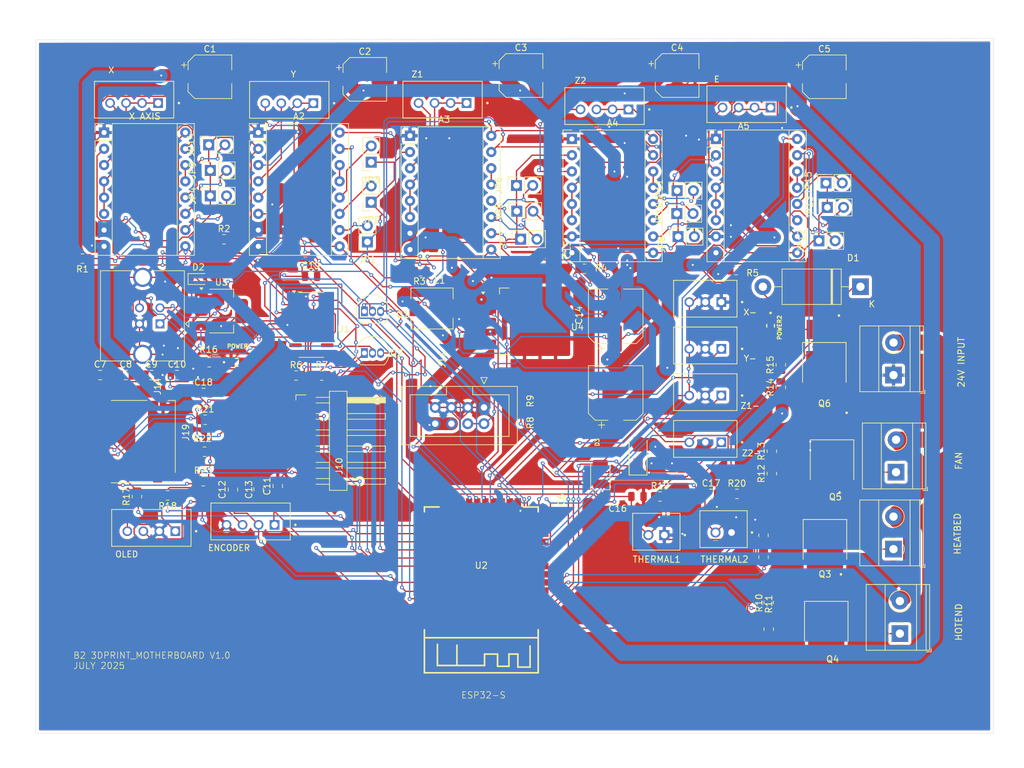
<source format=kicad_pcb>
(kicad_pcb (version 20240108) (generator "pcbnew") (generator_version "8.0")
  (layers (0 "F.Cu" signal "Front") (1 "In1.Cu" signal) (2 "In2.Cu" signal) (31 "B.Cu" signal "Back") (34 "B.Paste" user) (35 "F.Paste" user) (36 "B.SilkS" user "B.Silkscreen") (37 "F.SilkS" user "F.Silkscreen") (38 "B.Mask" user) (39 "F.Mask" user) (44 "Edge.Cuts" user))
  (net 0 "")
  (net 1 "VDD3V3")
  (net 2 "Net-(A1-1A)")
  (net 3 "GND")
  (net 4 "+24V")
  (net 5 "IO35")
  (net 6 "Net-(A1-MS1)")
  (net 7 "Net-(A1-MS3)")
  (net 8 "IO07")
  (net 9 "Net-(A1-~{RESET})")
  (net 10 "IO08")
  (net 11 "Net-(A1-MS2)")
  (net 12 "Net-(A1-1B)")
  (net 13 "Net-(A2-1A)")
  (net 14 "Net-(A2-MS3)")
  (net 15 "Net-(A2-~{RESET})")
  (net 16 "IO11")
  (net 17 "Net-(A2-MS1)")
  (net 18 "IO20")
  (net 19 "Net-(A2-1B)")
  (net 20 "Net-(A2-MS2)")
  (net 21 "IO27")
  (net 22 "Net-(A3-MS1)")
  (net 23 "Net-(A3-1B)")
  (net 24 "Net-(A3-~{RESET})")
  (net 25 "Net-(A3-MS2)")
  (net 26 "IO14")
  (net 27 "Net-(A3-1A)")
  (net 28 "Net-(A3-MS3)")
  (net 29 "Net-(A4-1A)")
  (net 30 "Net-(A4-MS3)")
  (net 31 "Net-(A4-MS2)")
  (net 32 "Net-(A4-~{RESET})")
  (net 33 "Net-(A4-MS1)")
  (net 34 "Net-(A4-1B)")
  (net 35 "Net-(A5-~{RESET})")
  (net 36 "Net-(A5-1B)")
  (net 37 "Net-(A5-1A)")
  (net 38 "IO25")
  (net 39 "Net-(A5-MS3)")
  (net 40 "Net-(A5-MS1)")
  (net 41 "IO26")
  (net 42 "Net-(A5-MS2)")
  (net 43 "Net-(D1-A1)")
  (net 44 "Net-(D1-A2)")
  (net 45 "+5V")
  (net 46 "Net-(D2-A)")
  (net 47 "Net-(U4-OUT)")
  (net 48 "IO09")
  (net 49 "IO13")
  (net 50 "IO12")
  (net 51 "IO18")
  (net 52 "IO23")
  (net 53 "IO19")
  (net 54 "IO05")
  (net 55 "UD-")
  (net 56 "UD+")
  (net 57 "IO04")
  (net 58 "IO16")
  (net 59 "IO22")
  (net 60 "IO17")
  (net 61 "IO21")
  (net 62 "IO02")
  (net 63 "IO15")
  (net 64 "Net-(POWER1-PadA)")
  (net 65 "Net-(POWER2-PadA)")
  (net 66 "Net-(Q1-E)")
  (net 67 "Net-(Q1-B)")
  (net 68 "EN")
  (net 69 "IO0")
  (net 70 "Net-(Q2-E)")
  (net 71 "Net-(Q2-B)")
  (net 72 "Net-(Q3-Pad1)")
  (net 73 "Net-(Q4-Pad1)")
  (net 74 "Net-(Q5-Pad1)")
  (net 82 "U0TX")
  (net 83 "U0RX")
  (net 84 "IO32")
  (net 86 "IO36")
  (net 87 "IO33")
  (net 89 "IO34")
  (net 90 "IO39")
  (net 91 "Net-(J12-Pin_1)")
  (net 92 "Net-(J23-Pin_1)")
  (net 93 "Net-(J24-Pin_1)")
  (footprint "Connector_PinSocket_2.54mm:PinSocket_1x02_P2.54mm_Vertical" (layer "F.Cu") (at 127.66 49.025 90)
    (property "Reference" "JP9")
    (property "Value" "Jumper_2_Bridged")
  )
  (footprint "Capacitor_SMD:C_0805_2012Metric" (layer "F.Cu") (at 118.45 81)
    (property "Reference" "C9")
    (property "Value" "0.1uF")
  )
  (footprint "Capacitor_SMD:CP_Elec_6.3x5.9" (layer "F.Cu") (at 223.6 34.4)
    (property "Reference" "C5")
    (property "Value" "47 uF 35V")
  )
  (footprint "3-PIN-JST:JST_B3B-XH-A_LF__SN_" (layer "F.Cu") (at 205 90.975)
    (property "Reference" "Z2-")
    (property "Value" "B3B-XH-A_LF__SN_")
  )
  (footprint "Capacitor_SMD:CP_Elec_6.3x5.9" (layer "F.Cu") (at 176.2 34.2)
    (property "Reference" "C3")
    (property "Value" "47 uF 35V")
  )
  (footprint "3-PIN-JST:JST_B3B-XH-A_LF__SN_" (layer "F.Cu") (at 205 69.075)
    (property "Reference" "X-")
    (property "Value" "B3B-XH-A_LF__SN_")
  )
  (footprint "Resistor_SMD:R_0805_2012Metric" (layer "F.Cu") (at 197.9375 99.975)
    (property "Reference" "R19")
    (property "Value" "4.7K")
  )
  (footprint "Package_TO_SOT_THT:TO-92_Inline" (layer "F.Cu") (at 151.73 71.06)
    (property "Reference" "Q1")
    (property "Value" "S8050")
  )
  (footprint "Z axis motor JST:JST_B4B-XH-A_LF__SN_" (layer "F.Cu") (at 189.25 38.975)
    (property "Reference" "Z2")
    (property "Value" "B4B-XH-A_LF__SN_")
  )
  (footprint "Capacitor_Tantalum_SMD:CP_EIA-3528-15_AVX-H" (layer "F.Cu") (at 188.6 96.4625 90)
    (property "Reference" "C6")
    (property "Value" "100uF")
  )
  (footprint "Resistor_SMD:R_0805_2012Metric" (layer "F.Cu") (at 214.9 120.7025 90)
    (property "Reference" "R11")
    (property "Value" "100k")
  )
  (footprint "Connector_IDC:IDC-Header_2x04_P2.54mm_Vertical" (layer "F.Cu") (at 170.42 86.06 -90)
    (property "Reference" "J11")
    (property "Value" "Conn_02x04_Odd_Even")
  )
  (footprint "Connector_PinSocket_2.54mm:PinSocket_1x02_P2.54mm_Vertical" (layer "F.Cu") (at 200.75 59.375 90)
    (property "Reference" "JP8")
    (property "Value" "Jumper_2_Bridged")
  )
  (footprint "Z axis motor JST:JST_B4B-XH-A_LF__SN_" (layer "F.Cu") (at 133.95 103.875)
    (property "Reference" "ENCODER")
    (property "Value" "B4B-XH-A_LF__SN_")
  )
  (footprint "3d printer pcb:ESP32-S" (layer "F.Cu") (at 170 110.745 180)
    (property "Reference" "U2")
    (property "Value" "2.4GHz")
  )
  (footprint "Connector_PinSocket_2.54mm:PinSocket_1x02_P2.54mm_Vertical" (layer "F.Cu") (at 175.5 51.375 90)
    (property "Reference" "JP6")
    (property "Value" "Jumper_2_Bridged")
  )
  (footprint "Connector_PinSocket_2.54mm:PinSocket_1x02_P2.54mm_Vertical" (layer "F.Cu") (at 176.15 59.775 90)
    (property "Reference" "JP7")
    (property "Value" "Jumper_2_Bridged")
  )
  (footprint "Connector_Card:microSD_HC_Hirose_DM3D-SF" (layer "F.Cu") (at 116.4 91.4 -90)
    (property "Reference" "J19")
    (property "Value" "Micro_SD_Card")
  )
  (footprint "Module:Pololu_Breakout-16_15.2x20.3mm" (layer "F.Cu") (at 111.06 43.11)
    (property "Reference" "X AXIS")
    (property "Value" "X")
  )
  (footprint "Capacitor_SMD:C_0805_2012Metric" (layer "F.Cu") (at 110.45 81)
    (property "Reference" "C7")
    (property "Value" "0.1uF")
  )
  (footprint "Capacitor_SMD:C_0805_2012Metric" (layer "F.Cu") (at 143.4 65.575)
    (property "Reference" "C19")
    (property "Value" "10uF")
  )
  (footprint "AOD4184A:DPAK228P994X240-4N" (layer "F.Cu") (at 224.8 93.16 180)
    (property "Reference" "Q5")
    (property "Value" "AOD4184A")
  )
  (footprint "Capacitor_SMD:CP_Elec_8x6.9" (layer "F.Cu") (at 191 71.825 90)
    (property "Reference" "C14")
    (property "Value" "220uF 50V")
  )
  (footprint "Capacitor_SMD:CP_Elec_8x6.9" (layer "F.Cu") (at 191 83.8 90)
    (property "Reference" "C15")
    (property "Value" "100uF 50V")
  )
  (footprint "Capacitor_SMD:C_0805_2012Metric" (layer "F.Cu") (at 126.6 83.8)
    (property "Reference" "C18")
    (property "Value" "0.1uF")
  )
  (footprint "Z axis motor JST:JST_B4B-XH-A_LF__SN_" (layer "F.Cu") (at 140 38)
    (property "Reference" "Y ")
    (property "Value" "B4B-XH-A_LF__SN_")
  )
  (footprint "0805-LED:LEDC2012X120N" (layer "F.Cu") (at 131.8 79)
    (property "Reference" "POWER1")
    (property "Value" "SML-LXT0805IW-TR")
  )
  (footprint "Resistor_SMD:R_0805_2012Metric" (layer "F.Cu") (at 107.6875 62.8 180)
    (property "Reference" "R1")
    (property "Value" "10K")
  )
  (footprint "Diode_SMD:D_SOD-323" (layer "F.Cu") (at 125.8 66)
    (property "Reference" "D2")
    (property "Value" "1N5819WS" (hide yes))
  )
  (footprint "Resistor_SMD:R_0805_2012Metric" (layer "F.Cu") (at 141.0625 81.075)
    (property "Reference" "R6")
    (property "Value" "12K")
  )
  (footprint "Connector_PinSocket_2.54mm:PinSocket_1x02_P2.54mm_Vertical" (layer "F.Cu") (at 223.86 51 90)
    (property "Reference" "JP15")
    (property "Value" "Jumper_2_Bridged")
  )
  (footprint "Capacitor_SMD:CP_Elec_6.3x5.9" (layer "F.Cu") (at 200.6 34.2)
    (property "Reference" "C4")
    (property "Value" "47 uF 35V")
  )
  (footprint "Connector_PinSocket_2.54mm:PinSocket_1x02_P2.54mm_Vertical" (layer "F.Cu") (at 224.06 54.8 90)
    (property "Reference" "JP13")
    (property "Value" "Jumper_2_Bridged")
  )
  (footprint "Resistor_SMD:R_0805_2012Metric" (layer "F.Cu") (at 116.2 99.9875 90)
    (property "Reference" "R17")
    (property "Value" "4.7K")
  )
  (footprint "Module:Pololu_Breakout-16_15.2x20.3mm" (layer "F.Cu") (at 158.86 43.61)
    (property "Reference" "A3")
    (property "Value" "Z1")
  )
  (footprint "Capacitor_SMD:C_0805_2012Metric" (layer "F.Cu") (at 135.2 98.85 90)
    (property "Reference" "C13")
    (property "Value" "100nf")
  )
  (footprint "Capacitor_SMD:C_0805_2012Metric" (layer "F.Cu") (at 138.2 98.35 90)
    (property "Reference" "C11")
    (property "Value" "100nf")
  )
  (footprint "Inductor_SMD:L_6.3x6.3_H3" (layer "F.Cu") (at 162.3 70.6)
    (property "Reference" "L1")
    (property "Value" "33uH")
  )
  (footprint "Connector_PinSocket_2.54mm:PinSocket_1x02_P2.54mm_Vertical" (layer "F.Cu") (at 222.75 60.025 90)
    (property "Reference" "JP12")
    (property "Value" "Jumper_2_Bridged")
  )
  (footprint "AOD4184A:DPAK228P994X240-4N" (layer "F.Cu") (at 223.6 77.96 180)
    (property "Reference" "Q6")
    (property "Value" "AOD4184A")
  )
  (footprint "Connector_USB:USB_B_TE_5787834_Vertical" (layer "F.Cu") (at 119.8 73 -90)
    (property "Reference" "J14")
    (property "Value" "USB_B")
  )
  (footprint "Connector_PinSocket_2.54mm:PinSocket_1x02_P2.54mm_Vertical" (layer "F.Cu") (at 152.8 47.74 180)
    (property "Reference" "JP3")
    (property "Value" "Jumper_2_Bridged")
  )
  (footprint "Resistor_SMD:R_0805_2012Metric" (layer "F.Cu") (at 121 99.8125 180)
    (property "Reference" "R18")
    (property "Value" "4.7K")
  )
  (footprint "Connector_PinSocket_2.54mm:PinSocket_1x02_P2.54mm_Vertical" (layer "F.Cu") (at 127.66 53 90)
    (property "Reference" "JP4")
    (property "Value" "Jumper_2_Bridged")
  )
  (footprint "Resistor_SMD:R_0805_2012Metric" (layer "F.Cu") (at 160.5125 64.8 180)
    (property "Reference" "R3")
    (property "Value" "10K")
  )
  (footprint "Package_TO_SOT_SMD:TO-263-5_TabPin3" (layer "F.Cu") (at 177.675 72.6)
    (property "Reference" "U4")
    (property "Value" "LM2596S-5")
  )
  (footprint "Z axis motor JST:JST_B4B-XH-A_LF__SN_" (layer "F.Cu") (at 118.45 104.875)
    (property "Reference" "OLED")
    (property "Value" "B4B-XH-A_LF__SN_")
  )
  (footprint "Z axis motor JST:JST_B4B-XH-A_LF__SN_" (layer "F.Cu") (at 115.75 37.975)
    (property "Reference" "X ")
    (property "Value" "B4B-XH-A_LF__SN_")
  )
  (footprint "Resistor_SMD:R_0805_2012Metric" (layer "F.Cu") (at 216.8 79.4125 90)
    (property "Reference" "R15")
    (property "Value" "1K")
  )
  (footprint "TerminalBlock_Phoenix:TerminalBlock_Phoenix_MKDS-1,5-2-5.08_1x02_P5.08mm_Horizontal" (layer "F.Cu") (at 234.8 96.18 90)
    (property "Reference" "FAN")
    (property "Value" "Screw_Terminal_01x02")
  )
  (footprint "Capacitor_SMD:C_0805_2012Metric" (layer "F.Cu") (at 205.9 99.575)
    (property "Reference" "C17")
    (property "Value" "10uF")
  )
  (footprint "Resistor_SMD:R_0805_2012Metric" (layer "F.Cu") (at 216.8 82.9125 90)
    (property "Reference" "R14")
    (property "Value" "1K")
  )
  (footprint "TerminalBlock_Phoenix:TerminalBlock_Phoenix_MKDS-1,5-2-5.08_1x02_P5.08mm_Horizontal" (layer "F.Cu") (at 234.4 108.2 90)
    (property "Reference" "HEATBED")
    (property "Value" "Screw_Terminal_01x02")
  )
  (footprint "Z axis motor JST:JST_B4B-XH-A_LF__SN_" (layer "F.Cu") (at 163.95 37.975)
    (property "Reference" "Z1")
    (property "Value" "B4B-XH-A_LF__SN_")
  )
  (footprint "Module:Pololu_Breakout-16_15.2x20.3mm" (layer "F.Cu") (at 184.16 44.11)
    (property "Reference" "A4")
    (property "Value" "Z2")
  )
  (footprint "Connector_PinSocket_2.54mm:PinSocket_1x02_P2.54mm_Vertical" (layer "F.Cu") (at 175.55 55.4 90)
    (property "Reference" "JP5")
    (property "Value" "Jumper_2_Bridged")
  )
  (footprint "Connector_PinSocket_2.54mm:PinSocket_1x02_P2.54mm_Vertical" (layer "F.Cu") (at 127.41 45.025 90)
    (property "Reference" "JP14")
    (property "Value" "Jumper_2_Bridged")
  )
  (footprint "Package_TO_SOT_SMD:SOT-223-3_TabPin2" (layer "F.Cu") (at 129.4 71)
    (property "Reference" "U3")
    (property "Value" "AMS1117-3.3")
  )
  (footprint "Capacitor_SMD:C_0805_2012Metric" (layer "F.Cu") (at 194.4 99.975)
    (property "Reference" "C16")
    (property "Value" "10uF")
  )
  (footprint "2-pin-jst:JST_B2B-XH-A__LF__SN_" (layer "F.Cu") (at 207.85 105.075)
    (property "Reference" "THERMAL2")
    (property "Value" "B2B-XH-A__LF__SN_" (hide yes))
  )
  (footprint "TerminalBlock_Phoenix:TerminalBlock_Phoenix_MKDS-1,5-2-5.08_1x02_P5.08mm_Horizontal" (layer "F.Cu") (at 234.405 81.005 90)
    (property "Reference" "24V INPUT")
    (property "Value" "Screw_Terminal_01x02")
  )
  (footprint "Connector_PinSocket_2.54mm:PinSocket_1x02_P2.54mm_Vertical" (layer "F.Cu") (at 200.6 52.2 90)
    (property "Reference" "JP11")
    (property "Value" "Jumper_2_Bridged")
  )
  (footprint "Z axis motor JST:JST_B4B-XH-A_LF__SN_" (layer "F.Cu") (at 211.45 38.675)
    (property "Reference" "E")
    (property "Value" "B4B-XH-A_LF__SN_")
  )
  (footprint "Module:Pololu_Breakout-16_15.2x20.3mm" (layer "F.Cu") (at 206.66 44.11)
    (property "Reference" "A5")
    (property "Value" "E")
  )
  (footprint "Resistor_SMD:R_0805_2012Metric" (layer "F.Cu") (at 186.1125 64.4)
    (property "Reference" "R4")
    (property "Value" "10K")
  )
  (footprint "Diode_THT:D_DO-201AE_P15.24mm_Horizontal" (layer "F.Cu") (at 229.24 67.2 180)
    (property "Reference" "D1")
    (property "Value" "1.5KE18A")
  )
  (footprint "Resistor_SMD:R_0805_2012Metric" (layer "F.Cu") (at 215.4 92.9 90)
    (property "Reference" "R13")
    (property "Value" "100k")
  )
  (footprint "AOD4184A:DPAK228P994X240-4N" (layer "F.Cu") (at 223.695 105.615 180)
    (property "Reference" "Q3")
    (property "Value" "AOD4184A")
  )
  (footprint "Resistor_SMD:R_0805_2012Metric" (layer "F.Cu") (at 127.4875 79)
    (property "Reference" "R16")
    (property "Value" "1K")
  )
  (footprint "Capacitor_SMD:C_0805_2012Metric" (layer "F.Cu") (at 122.45 81)
    (property "Reference" "C10")
    (property "Value" "10uF")
  )
  (footprint "Resistor_SMD:R_0805_2012Metric" (layer "F.Cu") (at 214.9 116.5275 90)
    (property "Reference" "R10")
    (property "Value" "10R")
  )
  (footprint "3-PIN-JST:JST_B3B-XH-A_LF__SN_" (layer "F.Cu") (at 205 76.375)
    (property "Reference" "Y-")
    (property "Value" "B3B-XH-A_LF__SN_")
  )
  (footprint "Resistor_SMD:R_0805_2012Metric" (layer "F.Cu") (at 126.5625 97.58)
    (property "Reference" "R23")
    (property "Value" "10K")
  )
  (footprint "Resistor_SMD:R_0805_2012Metric" (layer "F.Cu") (at 126.85 87.98)
    (property "Reference" "R21")
    (property "Value" "10K")
  )
  (footprint "2-pin-jst:JST_B2B-XH-A__LF__SN_" (layer "F.Cu") (at 197.35 105.475)
    (property "Reference" "THERMAL1")
    (property "Value" "B2B-XH-A__LF__SN_" (hide yes))
  )
  (footprint "AOD4184A:DPAK228P994X240-4N" (layer "F.Cu") (at 223.9 118.4 180)
    (property "Reference" "Q4")
    (property "Value" "AOD4184A")
  )
  (footprint "TerminalBlock_Phoenix:TerminalBlock_Phoenix_MKDS-1,5-2-5.08_1x02_P5.08mm_Horizontal" (layer "F.Cu") (at 235.4 121.4 90)
    (property "Reference" "HOTEND")
    (property "Value" "Screw_Terminal_01x02")
  )
  (footprint "Resistor_SMD:R_0805_2012Metric" (layer "F.Cu") (at 214.095 106.0425 90)
    (property "Reference" "R9")
    (property "Value" "100k")
  )
  (footprint "Resistor_SMD:R_0805_2012Metric" (layer "F.Cu") (at 214.095 109.455 90)
    (property "Reference" "R8")
    (property "Value" "10R")
  )
  (footprint "0805-LED:LEDC2012X120N" (layer "F.Cu") (at 215.2 73.3 -90)
    (property "Reference" "POWER2")
    (property "Value" "SML-LXT0805IW-TR")
  )
  (footprint "Connector_PinSocket_2.54mm:PinSocket_1x02_P2.54mm_Vertical" (layer "F.Cu") (at 152.2 60.2 180)
    (property "Reference" "JP1")
    (property "Value" "Jumper_2_Bridged")
  )
  (footprint "Connector_Harwin:Harwin_M20-89006xx_1x06_P2.54mm_Horizontal" (layer "F.Cu") (at 148.125 91.27)
    (property "Reference" "J10")
    (property "Value" "Conn_01x06_Pin")
  )
  (footprint "Resistor_SMD:R_0805_2012Metric" (layer "F.Cu") (at 145.0625 81.075)
    (property "Reference" "R7")
    (property "Value" "12K")
  )
  (footprint "Resistor_SMD:R_0805_2012Metric" (layer "F.Cu") (at 215.4 96.4 90)
    (property "Reference" "R12")
    (property "Value" "10R")
  )
  (footprint "Package_TO_SOT_THT:TO-92_Inline" (layer "F.Cu") (at 151.73 77.56)
    (property "Reference" "Q2")
    (property "Value" "S8050")
  )
  (footprint "Capacitor_SMD:C_0805_2012Metric" (layer "F.Cu") (at 131.2 98.9 90)
    (property "Reference" "C12")
    (property "Value" "100nf")
  )
  (footprint "Capacitor_SMD:C_0805_2012Metric" (layer "F.Cu") (at 114.45 81)
    (property "Reference" "C8")
    (property "Value" "10uF")
  )
  (footprint "Resistor_SMD:R_0805_2012Metric" (layer "F.Cu") (at 126.7625 92.98)
    (property "Reference" "R22")
    (property "Value" "10K")
  )
  (footprint "Capacitor_SMD:CP_Elec_6.3x5.9" (layer "F.Cu") (at 151.8 34.8)
    (property "Reference" "C2")
    (property "Value" "47 uF 35V")
  )
  (footprint "Package_SO:SOIC-16_3.9x9.9mm_P1.27mm" (layer "F.Cu") (at 143.45 73.17)
    (property "Reference" "U1")
    (property "Value" "CH340C")
  )
  (footprint "Connector_PinSocket_2.54mm:PinSocket_1x02_P2.54mm_Vertical" (layer "F.Cu") (at 200.55 55.775 90)
    (property "Reference" "JP10")
    (property "Value" "Jumper_2_Bridged")
  )
  (footprint "Connector_PinSocket_2.54mm:PinSocket_1x02_P2.54mm_Vertical" (layer "F.Cu") (at 152.8 54 180)
    (property "Reference" "JP2")
    (property "Value" "Jumper_2_Bridged")
  )
  (footprint "Resistor_SMD:R_0805_2012Metric" (layer "F.Cu") (at 209.8 64.6)
    (property "Reference" "R5")
    (property "Value" "10K")
  )
  (footprint "Capacitor_SMD:CP_Elec_6.3x5.9" (layer "F.Cu") (at 127.6 34.4)
    (property "Reference" "C1")
    (property "Value" "47 uF 35V")
  )
  (footprint "3-PIN-JST:JST_B3B-XH-A_LF__SN_" (layer "F.Cu") (at 205 83.675)
    (property "Reference" "Z1-")
    (property "Value" "B3B-XH-A_LF__SN_")
  )
  (footprint "ss54:DO-214AC" (layer "F.Cu") (at 194.5 93.5 90)
    (property "Reference" "D3")
    (property "Value" "SS54")
  )
  (footprint "Resistor_SMD:R_0805_2012Metric" (layer "F.Cu") (at 209.9375 99.575)
    (property "Reference" "R20")
    (property "Value" "4.7K")
  )
  (footprint "Resistor_SMD:R_0805_2012Metric" (layer "F.Cu") (at 129.8 59.8)
    (property "Reference" "R2")
    (property "Value" "10K")
  )
  (footprint "Module:Pololu_Breakout-16_15.2x20.3mm" (layer "F.Cu") (at 135.16 43.11)
    (property "Reference" "A2")
    (property "Value" "Y")
  )
  (gr_line (start 100.4 28.6) (end 100.4 137) (stroke (width 0.05)) (layer "Edge.Cuts"))
  (gr_line (start 100.4 137) (end 250 137) (stroke (width 0.05)) (layer "Edge.Cuts"))
  (gr_line (start 100.4 28.6) (end 250 28.4) (stroke (width 0.05)) (layer "Edge.Cuts"))
  (gr_line (start 250 137) (end 250 28.4) (stroke (width 0.05)) (layer "Edge.Cuts"))
  (gr_text "ESP32-S" (at 166.8 131.6 0) (layer "F.SilkS") (effects (font (size 1 1) (thickness 0.1)) (justify left bottom)))
  (gr_text "B2 3DPRINT_MOTHERBOARD V1.0\nJULY 2025" (at 106.2 127 0) (layer "F.SilkS") (effects (font (size 1 1) (thickness 0.1)) (justify left bottom)))
  (segment (start 152.8 54.14) (end 156.4 50.54) (width 0.2) (layer "F.Cu") (net 1))
  (segment (start 202.5 82.5) (end 202.5 84.2) (width 0.2) (layer "F.Cu") (net 1))
  (segment (start 112.4 62.8) (end 112.8 63.2) (width 0.2) (layer "F.Cu") (net 1))
  (segment (start 184.16 46.65) (end 177.95 46.65) (width 0.2) (layer "F.Cu") (net 1))
  (segment (start 175.635 60.29) (end 163.935 60.29) (width 0.2) (layer "F.Cu") (net 1))
  (segment (start 221.869365 60.025) (end 220.46 61.434365) (width 0.2) (layer "F.Cu") (net 1))
  (segment (start 136.175735 70.224264) (end 136.175735 66.624265) (width 0.2) (layer "F.Cu") (net 1))
  (segment (start 177.95 46.65) (end 177.6 47) (width 0.2) (layer "F.Cu") (net 1))
  (segment (start 185.475 94.925) (end 188.6 94.925) (width 0.2) (layer "F.Cu") (net 1))
  (segment (start 200 51.6) (end 200 50.6) (width 0.2) (layer "F.Cu") (net 1))
  (segment (start 134.854365 59.6) (end 141.71 59.6) (width 0.2) (layer "F.Cu") (net 1))
  (segment (start 181.904365 62.59) (end 183.704365 60.79) (width 0.2) (layer "F.Cu") (net 1))
  (segment (start 179 118.48) (end 180.33 118.48) (width 0.2) (layer "F.Cu") (net 1))
  (segment (start 208.554 90.446) (end 209.025 90.917) (width 0.2) (layer "F.Cu") (net 1))
  (segment (start 128.56 43.875) (end 133.385 43.875) (width 0.2) (layer "F.Cu") (net 1))
  (segment (start 224.06 54.8) (end 222.75 56.11) (width 0.2) (layer "F.Cu") (net 1))
  (segment (start 142 65.125) (end 142.45 65.575) (width 0.2) (layer "F.Cu") (net 1))
  (segment (start 185.83853 60.79) (end 187.624265 62.575735) (width 0.2) (layer "F.Cu") (net 1))
  (segment (start 139.2 65.4) (end 139.375 65.575) (width 0.2) (layer "F.Cu") (net 1))
  (segment (start 156.46 47.74) (end 157.4 46.8) (width 0.2) (layer "F.Cu") (net 1))
  (segment (start 154.53 55.87) (end 152.8 54.14) (width 0.2) (layer "F.Cu") (net 1))
  (segment (start 120.0875 99.8125) (end 121.32 98.58) (width 0.2) (layer "F.Cu") (net 1))
  (segment (start 202.5 69.6) (end 203 69.6) (width 0.2) (layer "F.Cu") (net 1))
  (segment (start 111.06 45.65) (end 109.96 46.75) (width 0.2) (layer "F.Cu") (net 1))
  (segment (start 222.75 60.025) (end 221.869365 60.025) (width 0.2) (layer "F.Cu") (net 1))
  (segment (start 132.55 71) (end 134.085 72.535) (width 0.2) (layer "F.Cu") (net 1))
  (segment (start 156.4 47.74) (end 156.46 47.74) (width 0.2) (layer "F.Cu") (net 1))
  (segment (start 195.575735 88.224265) (end 195.4 88.048529) (width 0.2) (layer "F.Cu") (net 1))
  (segment (start 209.8875 63.6) (end 208.8875 64.6) (width 0.2) (layer "F.Cu") (net 1))
  (segment (start 200.75 59.375) (end 200.75 55.975) (width 0.2) (layer "F.Cu") (net 1))
  (segment (start 110.325 91.275) (end 109.875 91.725) (width 0.2) (layer "F.Cu") (net 1))
  (segment (start 142.6 90) (end 130.655 90) (width 0.2) (layer "F.Cu") (net 1))
  (segment (start 201.9 60.525) (end 203.929365 60.525) (width 0.2) (layer "F.Cu") (net 1))
  (segment (start 224.06 51.26) (end 224.06 54.8) (width 0.2) (layer "F.Cu") (net 1))
  (segment (start 202.4 91.4) (end 198.751471 91.4) (width 0.2) (layer "F.Cu") (net 1))
  (segment (start 139.375 65.575) (end 142.45 65.575) (width 0.2) (layer "F.Cu") (net 1))
  (segment (start 113.976214 56.91) (end 114.443107 56.443107) (width 0.2) (layer "F.Cu") (net 1))
  (segment (start 116 58.6) (end 116.6 58.6) (width 0.2) (layer "F.Cu") (net 1))
  (segment (start 200.6 52.2) (end 200 51.6) (width 0.2) (layer "F.Cu") (net 1))
  (segment (start 206.66 46.85075) (end 206.16 47.35075) (width 0.2) (layer "F.Cu") (net 1))
  (segment (start 200.75 60.05) (end 199.6 61.2) (width 0.2) (layer "F.Cu") (net 1))
  (segment (start 127.66 49.025) (end 127.66 47.86) (width 0.2) (layer "F.Cu") (net 1))
  (segment (start 154.2 56.2) (end 154.53 55.87) (width 0.2) (layer "F.Cu") (net 1))
  (segment (start 127.66 56.005635) (end 127.66 53) (width 0.2) (layer "F.Cu") (net 1))
  (segment (start 125.65 83.8) (end 125.65 84.05) (width 0.2) (layer "F.Cu") (net 1))
  (segment (start 197.025 99.975) (end 199.748107 97.251893) (width 0.2) (layer "F.Cu") (net 1))
  (segment (start 157.4 46.2) (end 158.81 46.2) (width 0.2) (layer "F.Cu") (net 1))
  (segment (start 109.875 95.225) (end 112.35 95.225) (width 0.2) (layer "F.Cu") (net 1))
  (segment (start 163.935 61.735) (end 164 61.8) (width 0.2) (layer "F.Cu") (net 1))
  (segment (start 125.65 84.05) (end 127.7625 86.1625) (width 0.2) (layer "F.Cu") (net 1))
  (segment (start 120.0875 99.8125) (end 116.9375 99.8125) (width 0.2) (layer "F.Cu") (net 1))
  (segment (start 173.2 61.248529) (end 174.541471 62.59) (width 0.2) (layer "F.Cu") (net 1))
  (segment (start 200.75 59.375) (end 200.75 60.05) (width 0.2) (layer "F.Cu") (net 1))
  (segment (start 135.16 45.65) (end 134.06 46.75) (width 0.2) (layer "F.Cu") (net 1))
  (segment (start 200.75 59.375) (end 201.9 60.525) (width 0.2) (layer "F.Cu") (net 1))
  (segment (start 142.501712 61.8) (end 143.29853 61.8) (width 0.2) (layer "F.Cu") (net 1))
  (segment (start 127.66 47.86) (end 127.41 47.61) (width 0.2) (layer "F.Cu") (net 1))
  (segment (start 152.8 47.74) (end 156.4 47.74) (width 0.2) (layer "F.Cu") (net 1))
  (segment (start 127.675 92.98) (end 127.675 94.4) (width 0.2) (layer "F.Cu") (net 1))
  (segment (start 127.4 97.505) (end 127.475 97.58) (width 0.2) (layer "F.Cu") (net 1))
  (segment (start 123.304365 59.45) (end 124.215635 59.45) (width 0.2) (layer "F.Cu") (net 1))
  (segment (start 203 69.6) (end 205.680761 66.919239) (width 0.2) (layer "F.Cu") (net 1))
  (segment (start 161.425 64.8) (end 161.425 65.625) (width 0.2) (layer "F.Cu") (net 1))
  (segment (start 134.054366 58.8) (end 134.327183 59.072817) (width 0.2) (layer "F.Cu") (net 1))
  (segment (start 203.856107 97.251893) (end 208.554 92.554) (width 0.2) (layer "F.Cu") (net 1))
  (segment (start 127.675 94.4) (end 127.6 94.475) (width 0.2) (layer "F.Cu") (net 1))
  (segment (start 161.425 65.625) (end 162.2 66.4) (width 0.2) (layer "F.Cu") (net 1))
  (segment (start 109.96 56.265635) (end 110.604365 56.91) (width 0.2) (layer "F.Cu") (net 1))
  (segment (start 188.6 94.925) (end 195.300735 88.224265) (width 0.2) (layer "F.Cu") (net 1))
  (segment (start 200.55 52.25) (end 200.6 52.2) (width 0.2) (layer "F.Cu") (net 1))
  (segment (start 187.030589 66.230589) (end 187.030589 66.881911) (width 0.2) (layer "F.Cu") (net 1))
  (segment (start 140.975 72.535) (end 141.949999 72.535) (width 0.2) (layer "F.Cu") (net 1))
  (segment (start 174.176471 59.775) (end 173.2 60.751471) (width 0.2) (layer "F.Cu") (net 1))
  (segment (start 163.935 60.29) (end 163.935 61.735) (width 0.2) (layer "F.Cu") (net 1))
  (segment (start 185.2 113.61) (end 185.2 100.4) (width 0.2) (layer "F.Cu") (net 1))
  (segment (start 200.2 50.4) (end 200 50.6) (width 0.2) (layer "F.Cu") (net 1))
  (segment (start 202.4 82) (end 202.4 82.4) (width 0.2) (layer "F.Cu") (net 1))
  (segment (start 200.55 55.775) (end 200.55 52.25) (width 0.2) (layer "F.Cu") (net 1))
  (segment (start 198.751471 91.4) (end 195.575735 88.224265) (width 0.2) (layer "F.Cu") (net 1))
  (segment (start 126.25 71.345406) (end 126.25 71) (width 0.2) (layer "F.Cu") (net 1))
  (segment (start 220.46 61.434365) (end 220.46 62.345635) (width 0.2) (layer "F.Cu") (net 1))
  (segment (start 200.75 55.975) (end 200.55 55.775) (width 0.2) (layer "F.Cu") (net 1))
  (segment (start 138.486471 72.535) (end 136.175735 70.224264) (width 0.2) (layer "F.Cu") (net 1))
  (segment (start 203.929365 60.525) (end 206.204365 58.25) (width 0.2) (layer "F.Cu") (net 1))
  (segment (start 116.6 58.6) (end 117.4 59.4) (width 0.2) (layer "F.Cu") (net 1))
  (segment (start 189.8 65.4) (end 188.9125 66.2875) (width 0.2) (layer "F.Cu") (net 1))
  (segment (start 199.748107 97.251893) (end 203.856107 97.251893) (width 0.2) (layer "F.Cu") (net 1))
  (segment (start 127.41 47.61) (end 127.41 45.025) (width 0.2) (layer "F.Cu") (net 1))
  (segment (start 154.91 65.8) (end 152.2 63.09) (width 0.2) (layer "F.Cu") (net 1))
  (segment (start 208.554 90.446) (end 203.554 90.446) (width 0.2) (layer "F.Cu") (net 1))
  (segment (start 134.327183 59.072817) (end 134.854365 59.6) (width 0.2) (layer "F.Cu") (net 1))
  (segment (start 185.2 95.2) (end 185.475 94.925) (width 0.2) (layer "F.Cu") (net 1))
  (segment (start 111.05 91.275) (end 110.325 91.275) (width 0.2) (layer "F.Cu") (net 1))
  (segment (start 121.754365 61) (end 123.304365 59.45) (width 0.2) (layer "F.Cu") (net 1))
  (segment (start 127.66 53) (end 127.66 49.025) (width 0.2) (layer "F.Cu") (net 1))
  (segment (start 202.5 69.6) (end 202.5 76.9) (width 0.2) (layer "F.Cu") (net 1))
  (segment (start 188.9125 66.2875) (end 188.9125 68.76382) (width 0.2) (layer "F.Cu") (net 1))
  (segment (start 141.71 59.6) (end 142.4 60.29) (width 0.2) (layer "F.Cu") (net 1))
  (segment (start 210.45 58.25) (end 212.99 60.79) (width 0.2) (layer "F.Cu") (net 1))
  (segment (start 223.8 51) (end 224.06 51.26) (width 0.2) (layer "F.Cu") (net 1))
  (segment (start 130.655 90) (end 127.675 92.98) (width 0.2) (layer "F.Cu") (net 1))
  (segment (start 195.300735 88.224265) (end 195.575735 88.224265) (width 0.2) (layer "F.Cu") (net 1))
  (segment (start 122.2 105.4) (end 120.0875 103.2875) (width 0.2) (layer "F.Cu") (net 1))
  (segment (start 223.86 51) (end 223.8 51) (width 0.2) (layer "F.Cu") (net 1))
  (segment (start 121.5 76.095406) (end 126.25 71.345406) (width 0.2) (layer "F.Cu") (net 1))
  (segment (start 117.8 61) (end 117.4 60.6) (width 0.2) (layer "F.Cu") (net 1))
  (segment (start 185.2 64.4) (end 187.030589 66.230589) (width 0.2) (layer "F.Cu") (net 1))
  (segment (start 127.7625 87.98) (end 127.7625 92.8925) (width 0.2) (layer "F.Cu") (net 1))
  (segment (start 121.32 98.58) (end 126.475 98.58) (width 0.2) (layer "F.Cu") (net 1))
  (segment (start 208.8875 64.4) (end 210.2875 63) (width 0.2) (layer "F.Cu") (net 1))
  (segment (start 202.5 76.9) (end 202.5 79.9) (width 0.2) (layer "F.Cu") (net 1))
  (segment (start 209.025 90.917) (end 209.025 99.575) (width 0.2) (layer "F.Cu") (net 1))
  (segment (start 121.754365 61) (end 117.8 61) (width 0.2) (layer "F.Cu") (net 1))
  (segment (start 134.06 46.75) (end 134.06 58.805635) (width 0.2) (layer "F.Cu") (net 1))
  (segment (start 175.55 59.175) (end 176.15 59.775) (width 0.2) (layer "F.Cu") (net 1))
  (segment (start 184.6 65.4) (end 184.6 65) (width 0.2) (layer "F.Cu") (net 1))
  (segment (start 180.33 118.48) (end 185.2 113.61) (width 0.2) (layer "F.Cu") (net 1))
  (segment (start 140.975 72.535) (end 138.486471 72.535) (width 0.2) (layer "F.Cu") (net 1))
  (segment (start 183.704365 60.79) (end 185.83853 60.79) (width 0.2) (layer "F.Cu") (net 1))
  (segment (start 203.554 90.446) (end 202.5 91.5) (width 0.2) (layer "F.Cu") (net 1))
  (segment (start 143.8 70.684999) (end 143.8 69.925) (width 0.2) (layer "F.Cu") (net 1))
  (segment (start 125.345406 74.35) (end 129.2 74.35) (width 0.2) (layer "F.Cu") (net 1))
  (segment (start 205.680761 66.919239) (end 209.890505 66.919239) (width 0.2) (layer "F.Cu") (net 1))
  (segment (start 112.35 95.225) (end 116.2 99.075) (width 0.2) (layer "F.Cu") (net 1))
  (segment (start 202.5 79.9) (end 202.4 80) (width 0.2) (layer "F.Cu") (net 1))
  (segment (start 206.204365 58.25) (end 210.45 58.25) (width 0.2) (layer "F.Cu") (net 1))
  (segment (start 110.604365 56.91) (end 113.976214 56.91) (width 0.2) (layer "F.Cu") (net 1))
  (segment (start 129.2 74.35) (end 132.55 71) (width 0.2) (layer "F.Cu") (net 1))
  (segment (start 124.65 82.8) (end 125.65 83.8) (width 0.2) (layer "F.Cu") (net 1))
  (segment (start 145.925 68.725) (end 142.775 65.575) (width 0.2) (layer "F.Cu") (net 1))
  (segment (start 116.9375 99.8125) (end 116.2 99.075) (width 0.2) (layer "F.Cu") (net 1))
  (segment (start 211.209744 63.6) (end 209.8875 63.6) (width 0.2) (layer "F.Cu") (net 1))
  (segment (start 129.8875 58.8) (end 134.054366 58.8) (width 0.2) (layer "F.Cu") (net 1))
  (segment (start 200.2 49.8) (end 200.2 50.4) (width 0.2) (layer "F.Cu") (net 1))
  (segment (start 124.95 73.954594) (end 125.345406 74.35) (width 0.2) (layer "F.Cu") (net 1))
  (segment (start 124.95 72.3) (end 124.95 73.954594) (width 0.2) (layer "F.Cu") (net 1))
  (segment (start 127.4 95.675) (end 127.4 97.505) (width 0.2) (layer "F.Cu") (net 1))
  (segment (start 211.525 65.284744) (end 211.525 63.915256) (width 0.2) (layer "F.Cu") (net 1))
  (segment (start 109.96 46.75) (end 109.96 56.265635) (width 0.2) (layer "F.Cu") (net 1))
  (segment (start 176.15 59.775) (end 174.176471 59.775) (width 0.2) (layer "F.Cu") (net 1))
  (segment (start 195.4 87.551471) (end 198.751471 84.2) (width 0.2) (layer "F.Cu") (net 1))
  (segment (start 134.085 72.535) (end 140.975 72.535) (width 0.2) (layer "F.Cu") (net 1))
  (segment (start 209.890505 66.919239) (end 211.525 65.284744) (width 0.2) (layer "F.Cu") (net 1))
  (segment (start 198.751471 84.2) (end 202.5 84.2) (width 0.2) (layer "F.Cu") (net 1))
  (segment (start 208.554 92.554) (end 208.554 90.446) (width 0.2) (layer "F.Cu") (net 1))
  (segment (start 195.4 88.048529) (end 195.4 87.551471) (width 0.2) (layer "F.Cu") (net 1))
  (segment (start 220.46 62.345635) (end 219.805635 63) (width 0.2) (layer "F.Cu") (net 1))
  (segment (start 175.55 55.4) (end 175.55 59.175) (width 0.2) (layer "F.Cu") (net 1))
  (segment (start 121.5 81) (end 121.5 76.095406) (width 0.2) (layer "F.Cu") (net 1))
  (segment (start 174.541471 62.59) (end 181.904365 62.59) (width 0.2) (layer "F.Cu") (net 1))
  (segment (start 219.805635 63) (end 210.2875 63) (width 0.2) (layer "F.Cu") (net 1))
  (segment (start 142 63.8) (end 142 65.125) (width 0.2) (layer "F.Cu") (net 1))
  (segment (start 117.4 60.6) (end 117.2 60.6) (width 0.2) (layer "F.Cu") (net 1))
  (segment (start 206.66 46.65) (end 206.66 46.85075) (width 0.2) (layer "F.Cu") (net 1))
  (segment (start 175.5 49.1) (end 175.5 51.375) (width 0.2) (layer "F.Cu") (net 1))
  (segment (start 158.81 46.2) (end 158.86 46.15) (width 0.2) (layer "F.Cu") (net 1))
  (segment (start 173.2 60.751471) (end 173.2 61.248529) (width 0.2) (layer "F.Cu") (net 1))
  (segment (start 124.215635 59.45) (end 126.332817 57.332817) (width 0.2) (layer "F.Cu") (net 1))
  (segment (start 161.425 64.8) (end 160.425 65.8) (width 0.2) (layer "F.Cu") (net 1))
  (segment (start 127.7625 92.8925) (end 127.675 92.98) (width 0.2) (layer "F.Cu") (net 1))
  (segment (start 121.5 81) (end 121.5 81.325) (width 0.2) (layer "F.Cu") (net 1))
  (segment (start 108.6 62.8) (end 112.4 62.8) (width 0.2) (layer "F.Cu") (net 1))
  (segment (start 160.425 65.8) (end 154.91 65.8) (width 0.2) (layer "F.Cu") (net 1))
  (segment (start 202.4 82.4) (end 202.5 82.5) (width 0.2) (layer "F.Cu") (net 1))
  (segment (start 128.8875 59.8) (end 129.8875 58.8) (width 0.2) (layer "F.Cu") (net 1))
  (segment (start 118.525 79.975) (end 120.475 79.975) (width 0.2) (layer "F.Cu") (net 1))
  (segment (start 142.775 65.575) (end 142.45 65.575) (width 0.2) (layer "F.Cu") (net 1))
  (segment (start 155.04 56.38) (end 154.53 55.87) (width 0.2) (layer "F.Cu") (net 1))
  (segment (start 202.5 91.5) (end 202.4 91.4) (width 0.2) (layer "F.Cu") (net 1))
  (segment (start 133.385 43.875) (end 135.16 45.65) (width 0.2) (layer "F.Cu") (net 1))
  (segment (start 175.5 55.35) (end 175.55 55.4) (width 0.2) (layer "F.Cu") (net 1))
  (segment (start 109.875 91.725) (end 109.875 95.225) (width 0.2) (layer "F.Cu") (net 1))
  (segment (start 222.75 56.11) (end 222.75 60.025) (width 0.2) (layer "F.Cu") (net 1))
  (segment (start 134.06 58.805635) (end 134.327183 59.072817) (width 0.2) (layer "F.Cu") (net 1))
  (segment (start 128.8 59.8) (end 126.332817 57.332817) (width 0.2) (layer "F.Cu") (net 1))
  (segment (start 176.15 59.775) (end 175.635 60.29) (width 0.2) (layer "F.Cu") (net 1))
  (segment (start 143.8 68.725) (end 145.925 68.725) (width 0.2) (layer "F.Cu") (net 1))
  (segment (start 154.2 57) (end 154.2 56.2) (width 0.2) (layer "F.Cu") (net 1))
  (segment (start 208.8875 64.6) (end 208.8875 64.4) (width 0.2) (layer "F.Cu") (net 1))
  (segment (start 121.4 82.8) (end 124.65 82.8) (width 0.2) (layer "F.Cu") (net 1))
  (segment (start 126.25 71) (end 124.95 72.3) (width 0.2) (layer "F.Cu") (net 1))
  (segment (start 211.525 63.915256) (end 211.209744 63.6) (width 0.2) (layer "F.Cu") (net 1))
  (segment (start 127.41 45.025) (end 128.56 43.875) (width 0.2) (layer "F.Cu") (net 1))
  (segment (start 157.4 49.691346) (end 157.4 46.8) (width 0.2) (layer "F.Cu") (net 1))
  (segment (start 116.375 98.9) (end 116.2 99.075) (width 0.2) (layer "F.Cu") (net 1))
  (segment (start 120.0875 103.2875) (end 120.0875 99.8125) (width 0.2) (layer "F.Cu") (net 1))
  (segment (start 126.475 98.58) (end 127.475 97.58) (width 0.2) (layer "F.Cu") (net 1))
  (segment (start 219.815635 60.79) (end 220.46 61.434365) (width 0.2) (layer "F.Cu") (net 1))
  (segment (start 127.7625 86.1625) (end 127.7625 87.98) (width 0.2) (layer "F.Cu") (net 1))
  (segment (start 141.949999 72.535) (end 143.8 70.684999) (width 0.2) (layer "F.Cu") (net 1))
  (segment (start 128.8875 59.8) (end 128.8 59.8) (width 0.2) (layer "F.Cu") (net 1))
  (segment (start 143.29853 61.8) (end 144.649265 63.150735) (width 0.2) (layer "F.Cu") (net 1))
  (segment (start 177.6 47) (end 175.5 49.1) (width 0.2) (layer "F.Cu") (net 1))
  (segment (start 121.5 81.325) (end 121.4 81.425) (width 0.2) (layer "F.Cu") (net 1))
  (segment (start 117.5 81) (end 118.525 79.975) (width 0.2) (layer "F.Cu") (net 1))
  (segment (start 156.4 50.54) (end 156.4 47.74) (width 0.2) (layer "F.Cu") (net 1))
  (segment (start 126.332817 57.332817) (end 127.66 56.005635) (width 0.2) (layer "F.Cu") (net 1))
  (segment (start 184.6 65) (end 185.2 64.4) (width 0.2) (layer "F.Cu") (net 1))
  (segment (start 120.475 79.975) (end 121.5 81) (width 0.2) (layer "F.Cu") (net 1))
  (segment (start 175.5 51.375) (end 175.5 55.35) (width 0.2) (layer "F.Cu") (net 1))
  (segment (start 157.4 46.8) (end 157.4 46.2) (width 0.2) (layer "F.Cu") (net 1))
  (segment (start 212.99 60.79) (end 219.815635 60.79) (width 0.2) (layer "F.Cu") (net 1))
  (via (at 114.443107 56.443107) (size 0.6) (drill 0.3) (layers "F.Cu" "B.Cu") (net 1))
  (via (at 116 58.6) (size 0.6) (drill 0.3) (layers "F.Cu" "B.Cu") (net 1))
  (via (at 188.9125 68.76382) (size 0.6) (drill 0.3) (layers "F.Cu" "B.Cu") (net 1))
  (via (at 162.2 66.4) (size 0.6) (drill 0.3) (layers "F.Cu" "B.Cu") (net 1))
  (via (at 164 61.8) (size 0.6) (drill 0.3) (layers "F.Cu" "B.Cu") (net 1))
  (via (at 143.8 68.725) (size 0.6) (drill 0.3) (layers "F.Cu" "B.Cu") (net 1))
  (via (at 199.6 61.2) (size 0.6) (drill 0.3) (layers "F.Cu" "B.Cu") (net 1))
  (via (at 121.4 81.425) (size 0.6) (drill 0.3) (layers "F.Cu" "B.Cu") (net 1))
  (via (at 121.4 82.8) (size 0.6) (drill 0.3) (layers "F.Cu" "B.Cu") (net 1))
  (via (at 144.649265 63.150735) (size 0.6) (drill 0.3) (layers "F.Cu" "B.Cu") (net 1))
  (via (at 152.2 63.09) (size 0.6) (drill 0.3) (layers "F.Cu" "B.Cu") (net 1))
  (via (at 139.2 65.4) (size 0.6) (drill 0.3) (layers "F.Cu" "B.Cu") (net 1))
  (via (at 185.2 95.2) (size 0.6) (drill 0.3) (layers "F.Cu" "B.Cu") (net 1))
  (via (at 202.4 82) (size 0.6) (drill 0.3) (layers "F.Cu" "B.Cu") (net 1))
  (via (at 117.4 60.6) (size 0.6) (drill 0.3) (layers "F.Cu" "B.Cu") (net 1))
  (via (at 127.4 95.675) (size 0.6) (drill 0.3) (layers "F.Cu" "B.Cu") (net 1))
  (via (at 187.624265 62.575735) (size 0.6) (drill 0.3) (layers "F.Cu" "B.Cu") (net 1))
  (via (at 142.501712 61.8) (size 0.6) (drill 0.3) (layers "F.Cu" "B.Cu") (net 1))
  (via (at 187.030589 66.881911) (size 0.6) (drill 0.3) (layers "F.Cu" "B.Cu") (net 1))
  (via (at 200.2 49.8) (size 0.6) (drill 0.3) (layers "F.Cu" "B.Cu") (net 1))
  (via (at 117.4 59.4) (size 0.6) (drill 0.3) (layers "F.Cu" "B.Cu") (net 1))
  (via (at 184.6 65.4) (size 0.6) (drill 0.3) (layers "F.Cu" "B.Cu") (net 1))
  (via (at 154.2 57) (size 0.6) (drill 0.3) (layers "F.Cu" "B.Cu") (net 1))
  (via (at 127.6 94.475) (size 0.6) (drill 0.3) (layers "F.Cu" "B.Cu") (net 1))
  (via (at 112.8 63.2) (size 0.6) (drill 0.3) (layers "F.Cu" "B.Cu") (net 1))
  (via (at 143.8 69.925) (size 0.6) (drill 0.3) (layers "F.Cu" "B.Cu") (net 1))
  (via (at 206.16 47.35075) (size 0.6) (drill 0.3) (layers "F.Cu" "B.Cu") (net 1))
  (via (at 136.175735 66.624265) (size 0.6) (drill 0.3) (layers "F.Cu" "B.Cu") (net 1))
  (via (at 189.8 65.4) (size 0.6) (drill 0.3) (layers "F.Cu" "B.Cu") (net 1))
  (via (at 199.6 61.2) (size 0.6) (drill 0.3) (layers "F.Cu" "B.Cu") (net 1))
  (via (at 185.2 100.4) (size 0.6) (drill 0.3) (layers "F.Cu" "B.Cu") (net 1))
  (via (at 142.4 60.29) (size 0.6) (drill 0.3) (layers "F.Cu" "B.Cu") (net 1))
  (via (at 142 63.8) (size 0.6) (drill 0.3) (layers "F.Cu" "B.Cu") (net 1))
  (via (at 202.4 80) (size 0.6) (drill 0.3) (layers "F.Cu" "B.Cu") (net 1))
  (segment (start 127.6 95.475) (end 127.4 95.675) (width 0.2) (layer "B.Cu") (net 1))
  (segment (start 143.8 69.925) (end 143.8 68.725) (width 0.2) (layer "B.Cu") (net 1))
  (segment (start 117.4 59.4) (end 117.4 60.6) (width 0.2) (layer "B.Cu") (net 1))
  (segment (start 112.8 63.2) (end 115.4 60.6) (width 0.2) (layer "B.Cu") (net 1))
  (segment (start 144.649265 63.150735) (end 144 63.8) (width 0.2) (layer "B.Cu") (net 1))
  (segment (start 144 63.8) (end 142 63.8) (width 0.2) (layer "B.Cu") (net 1))
  (segment (start 206.16 47.35075) (end 202.64925 47.35075) (width 0.2) (layer "B.Cu") (net 1))
  (segment (start 151.59674 62) (end 152.2 62) (width 0.2) (layer "B.Cu") (net 1))
  (segment (start 114.443107 56.443107) (end 116 58) (width 0.2) (layer "B.Cu") (net 1))
  (segment (start 185.2 100.4) (end 185.2 95.2) (width 0.2) (layer "B.Cu") (net 1))
  (segment (start 143.2 60.29) (end 146.6 63.69) (width 0.2) (layer "B.Cu") (net 1))
  (segment (start 164 61.8) (end 164 64.6) (width 0.2) (layer "B.Cu") (net 1))
  (segment (start 183.621522 60.59) (end 198.99 60.59) (width 0.2) (layer "B.Cu") (net 1))
  (segment (start 152.2 60.2) (end 152.2 62) (width 0.2) (layer "B.Cu") (net 1))
  (segment (start 137.4 65.4) (end 139.2 65.4) (width 0.2) (layer "B.Cu") (net 1))
  (segment (start 146.6 63.69) (end 145.18853 63.69) (width 0.2) (layer "B.Cu") (net 1))
  (segment (start 142.4 61.698288) (end 142.501712 61.8) (width 0.2) (layer "B.Cu") (net 1))
  (segment (start 188.9125 68.76382) (end 187.96382 68.76382) (width 0.2) (layer "B.Cu") (net 1))
  (segment (start 187.624265 63.224265) (end 189.8 65.4) (width 0.2) (layer "B.Cu") (net 1))
  (segment (start 202.4 80) (end 202.4 82) (width 0.2) (layer "B.Cu") (net 1))
  (segment (start 146.6 63.69) (end 149.90674 63.69) (width 0.2) (layer "B.Cu") (net 1))
  (segment (start 115.4 60.6) (end 117.4 60.6) (width 0.2) (layer "B.Cu") (net 1))
  (segment (start 187.96382 68.76382) (end 184.6 65.4) (width 0.2) (layer "B.Cu") (net 1))
  (segment (start 145.18853 63.69) (end 144.649265 63.150735) (width 0.2) (layer "B.Cu") (net 1))
  (segment (start 187.624265 62.575735) (end 187.624265 63.224265) (width 0.2) (layer "B.Cu") (net 1))
  (segment (start 142.4 60.29) (end 142.4 61.698288) (width 0.2) (layer "B.Cu") (net 1))
  (segment (start 136.175735 66.624265) (end 137.4 65.4) (width 0.2) (layer "B.Cu") (net 1))
  (segment (start 149.90674 63.69) (end 151.59674 62) (width 0.2) (layer "B.Cu") (net 1))
  (segment (start 198.99 60.59) (end 199.6 61.2) (width 0.2) (layer "B.Cu") (net 1))
  (segment (start 154.2 58.2) (end 154.2 57) (width 0.2) (layer "B.Cu") (net 1))
  (segment (start 121.4 81.425) (end 121.4 82.8) (width 0.2) (layer "B.Cu") (net 1))
  (segment (start 152.2 60.2) (end 154.2 58.2) (width 0.2) (layer "B.Cu") (net 1))
  (segment (start 152.2 62) (end 152.2 63.09) (width 0.2) (layer "B.Cu") (net 1))
  (segment (start 142.4 60.29) (end 143.2 60.29) (width 0.2) (layer "B.Cu") (net 1))
  (segment (start 164 64.6) (end 162.2 66.4) (width 0.2) (layer "B.Cu") (net 1))
  (segment (start 182.86 62.711322) (end 182.86 61.351522) (width 0.2) (layer "B.Cu") (net 1))
  (segment (start 187.030589 66.881911) (end 182.86 62.711322) (width 0.2) (layer "B.Cu") (net 1))
  (segment (start 202.64925 47.35075) (end 200.2 49.8) (width 0.2) (layer "B.Cu") (net 1))
  (segment (start 116 58) (end 116 58.6) (width 0.2) (layer "B.Cu") (net 1))
  (segment (start 182.86 61.351522) (end 183.621522 60.59) (width 0.2) (layer "B.Cu") (net 1))
  (segment (start 127.6 94.475) (end 127.6 95.475) (width 0.2) (layer "B.Cu") (net 1))
  (segment (start 114.5 38.5) (end 117 38.5) (width 0.2) (layer "F.Cu") (net 2))
  (segment (start 111.06 53.27) (end 111.06 55.81) (width 0.2) (layer "F.Cu") (net 2))
  (segment (start 114.5 47.29) (end 111.06 50.73) (width 0.2) (layer "F.Cu") (net 2))
  (segment (start 111.06 50.73) (end 111.06 53.27) (width 0.2) (layer "F.Cu") (net 2))
  (segment (start 114.5 38.5) (end 114.5 47.29) (width 0.2) (layer "F.Cu") (net 2))
  (segment (start 117 38.5) (end 119.5 38.5) (width 0.2) (layer "F.Cu") (net 2))
  (segment (start 123.009744 81) (end 122.1 80.090256) (width 0.2) (layer "F.Cu") (net 3))
  (segment (start 166.536765 72.263235) (end 166.863235 72.263235) (width 0.2) (layer "F.Cu") (net 3))
  (segment (start 201.4 105.8) (end 201.2 106) (width 0.2) (layer "F.Cu") (net 3))
  (segment (start 168 54.638478) (end 168 52.5) (width 0.2) (layer "F.Cu") (net 3))
  (segment (start 185.8 71.6) (end 184.025 69.825) (width 0.2) (layer "F.Cu") (net 3))
  (segment (start 166.64 88.061522) (end 166.64 92.870585) (width 0.2) (layer "F.Cu") (net 3))
  (segment (start 209.146 38.146) (end 209.454709 38.454709) (width 0.2) (layer "F.Cu") (net 3))
  (segment (start 185.8 97.8) (end 186.2 97.8) (width 0.2) (layer "F.Cu") (net 3))
  (segment (start 189.810001 42.4) (end 190 42.210001) (width 0.2) (layer "F.Cu") (net 3))
  (segment (start 204 41.409418) (end 207.263418 38.146) (width 0.2) (layer "F.Cu") (net 3))
  (segment (start 195.2 98.4) (end 195.35 98.55) (width 0.2) (layer "F.Cu") (net 3))
  (segment (start 222.514 90.886) (end 222.514 89.07) (width 0.2) (layer "F.Cu") (net 3))
  (segment (start 221.409 101.525) (end 221.409 92.749) (width 0.2) (layer "F.Cu") (net 3))
  (segment (start 162.8 86.06) (end 162.8 86) (width 0.2) (layer "F.Cu") (net 3))
  (segment (start 165.34 86.06) (end 167.88 86.06) (width 0.2) (layer "F.Cu") (net 3))
  (segment (start 221.614 114.31) (end 214.441471 114.31) (width 0.2) (layer "F.Cu") (net 3))
  (segment (start 131 77.6) (end 130.9 77.7) (width 0.2) (layer "F.Cu") (net 3))
  (segment (start 216.254 38.146) (end 216.254 52.546) (width 0.2) (layer "F.Cu") (net 3))
  (segment (start 142.7 63.2) (end 144.35 64.85) (width 0.2) (layer "F.Cu") (net 3))
  (segment (start 130.4 34.4) (end 135.16 39.16) (width 0.2) (layer "F.Cu") (net 3))
  (segment (start 123.4 81) (end 123.009744 81) (width 0.2) (layer "F.Cu") (net 3))
  (segment (start 221.614 114.31) (end 216.461471 114.31) (width 0.2) (layer "F.Cu") (net 3))
  (segment (start 186.251893 96.251893) (end 186 96) (width 0.2) (layer "F.Cu") (net 3))
  (segment (start 153.648529 83.8) (end 127.55 83.8) (width 0.2) (layer "F.Cu") (net 3))
  (segment (start 191.2 63.4) (end 191 63.6) (width 0.2) (layer "F.Cu") (net 3))
  (segment (start 105.9625 62.115256) (end 105.9625 63.7625) (width 0.2) (layer "F.Cu") (net 3))
  (segment (start 124.4 80) (end 123.4 81) (width 0.2) (layer "F.Cu") (net 3))
  (segment (start 142.2 49.9) (end 142.2 43) (width 0.2) (layer "F.Cu") (net 3))
  (segment (start 226.4 34.4) (end 226.4 35.2) (width 0.2) (layer "F.Cu") (net 3))
  (segment (start 116.6 77.28) (end 117.09 77.77) (width 0.2) (layer "F.Cu") (net 3))
  (segment (start 130.2 104.4) (end 129.4 103.6) (width 0.2) (layer "F.Cu") (net 3))
  (segment (start 158.86 58.898478) (end 160.761522 60.8) (width 0.2) (layer "F.Cu") (net 3))
  (segment (start 139.543252 73) (end 139.713253 73.170001) (width 0.2) (layer "F.Cu") (net 3))
  (segment (start 138.2 97.4) (end 138.305686 97.4) (width 0.2) (layer "F.Cu") (net 3))
  (segment (start 138.305686 97.4) (end 140.625686 95.08) (width 0.2) (layer "F.Cu") (net 3))
  (segment (start 154 34.6) (end 158.86 39.46) (width 0.2) (layer "F.Cu") (net 3))
  (segment (start 178.951471 42.4) (end 189.810001 42.4) (width 0.2) (layer "F.Cu") (net 3))
  (segment (start 109.56 56.85) (end 109.56 44.61) (width 0.2) (layer "F.Cu") (net 3))
  (segment (start 129.95 97.95) (end 131.2 97.95) (width 0.2) (layer "F.Cu") (net 3))
  (segment (start 188.924265 99.124265) (end 188.924265 98.324265) (width 0.2) (layer "F.Cu") (net 3))
  (segment (start 139 57.8) (end 138.6 57.8) (width 0.2) (layer "F.Cu") (net 3))
  (segment (start 143.169975 63.085661) (end 135.085661 63.085661) (width 0.2) (layer "F.Cu") (net 3))
  (segment (start 208.05 56.65) (end 209 57.6) (width 0.2) (layer "F.Cu") (net 3))
  (segment (start 188.6 98) (end 195.2 98) (width 0.2) (layer "F.Cu") (net 3))
  (segment (start 136.825 73) (end 139.543252 73) (width 0.2) (layer "F.Cu") (net 3))
  (segment (start 140.975 68.725) (end 138.6 66.35) (width 0.2) (layer "F.Cu") (net 3))
  (segment (start 199.2875 106.6875) (end 208.0125 106.6875) (width 0.2) (layer "F.Cu") (net 3))
  (segment (start 184.16 44.11) (end 191.759999 44.11) (width 0.2) (layer "F.Cu") (net 3))
  (segment (start 160.761522 60.8) (end 161.838478 60.8) (width 0.2) (layer "F.Cu") (net 3))
  (segment (start 130.9 77.7) (end 130.9 79) (width 0.2) (layer "F.Cu") (net 3))
  (segment (start 119.33 65.73) (end 117.09 65.73) (width 0.2) (layer "F.Cu") (net 3))
  (segment (start 127.55 83.8) (end 127.55 78.352756) (width 0.2) (layer "F.Cu") (net 3))
  (segment (start 209.763418 38.146) (end 216.254 38.146) (width 0.2) (layer "F.Cu") (net 3))
  (segment (start 179 34.2) (end 178.2 35) (width 0.2) (layer "F.Cu") (net 3))
  (segment (start 115.6 72) (end 116.6 73) (width 0.2) (layer "F.Cu") (net 3))
  (segment (start 144.35 65.575) (end 144.35 64.265686) (width 0.2) (layer "F.Cu") (net 3))
  (segment (start 175.715 101.799998) (end 176.115002 102.2) (width 0.2) (layer "F.Cu") (net 3))
  (segment (start 186.95 59.35) (end 184.16 59.35) (width 0.2) (layer "F.Cu") (net 3))
  (segment (start 111.563418 37.446) (end 108.6 40.409418) (width 0.2) (layer "F.Cu") (net 3))
  (segment (start 208.55 59.35) (end 206.66 59.35) (width 0.2) (layer "F.Cu") (net 3))
  (segment (start 200.4 96.1) (end 196.351893 96.1) (width 0.2) (layer "F.Cu") (net 3))
  (segment (start 137.95 58.35) (end 144.3 52) (width 0.2) (layer "F.Cu") (net 3))
  (segment (start 173.175 104.025) (end 173.175 101.74) (width 0.2) (layer "F.Cu") (net 3))
  (segment (start 130.9 78.925) (end 136.825 73) (width 0.2) (layer "F.Cu") (net 3))
  (segment (start 174.8 104.2) (end 173 104.2) (width 0.2) (layer "F.Cu") (net 3))
  (segment (start 209.146 39.636582) (end 209.146 38.763418) (width 0.2) (layer "F.Cu") (net 3))
  (segment (start 202 35.6) (end 202 43.6) (width 0.2) (layer "F.Cu") (net 3))
  (segment (start 135.15 97.95) (end 135.2 97.9) (width 0.2) (layer "F.Cu") (net 3))
  (segment (start 116.6 73) (end 116.6 77.28) (width 0.2) (layer "F.Cu") (net 3))
  (segment (start 117.09 77.77) (end 115.4 79.46) (width 0.2) (layer "F.Cu") (net 3))
  (segment (start 126.5 68.7) (end 129.350735 71.550735) (width 0.2) (layer "F.Cu") (net 3))
  (segment (start 184.025 69.825) (end 181.6 69.825) (width 0.2) (layer "F.Cu") (net 3))
  (segment (start 216.461471 114.31) (end 212.695 110.543529) (width 0.2) (layer "F.Cu") (net 3))
  (segment (start 130.9 79) (end 130.9 78.925) (width 0.2) (layer "F.Cu") (net 3))
  (segment (start 214.095 105.13) (end 212.8 103.835) (width 0.2) (layer "F.Cu") (net 3))
  (segment (start 195.35 99.975) (end 195.35 100.75) (width 0.2) (layer "F.Cu") (net 3))
  (segment (start 127.902756 78) (end 129.9 78) (width 0.2) (layer "F.Cu") (net 3))
  (segment (start 167.88 86.06) (end 170.42 86.06) (width 0.2) (layer "F.Cu") (net 3))
  (segment (start 115.4 79.46) (end 115.4 81) (width 0.2) (layer "F.Cu") (net 3))
  (segment (start 221.4 91.4) (end 215.9875 91.4) (width 0.2) (layer "F.Cu") (net 3))
  (segment (start 129.9 78) (end 130.9 79) (width 0.2) (layer "F.Cu") (net 3))
  (segment (start 206.66 44.11) (end 206.66 42.122582) (width 0.2) (layer "F.Cu") (net 3))
  (segment (start 114.63 77.77) (end 111.4 81) (width 0.2) (layer "F.Cu") (net 3))
  (segment (start 122.6 80.2) (end 122.6 76.8) (width 0.2) (layer "F.Cu") (net 3))
  (segment (start 226.4 35.2) (end 219.2 42.4) (width 0.2) (layer "F.Cu") (net 3))
  (segment (start 212.8 103.835) (end 212.8 103.6) (width 0.2) (layer "F.Cu") (net 3))
  (segment (start 142.2 43) (end 141.35 43) (width 0.2) (layer "F.Cu") (net 3))
  (segment (start 222 91.4) (end 222.514 90.886) (width 0.2) (layer "F.Cu") (net 3))
  (segment (start 140.551471 63.2) (end 142.7 63.2) (width 0.2) (layer "F.Cu") (net 3))
  (segment (start 208.05 52.15) (end 208.05 56.65) (width 0.2) (layer "F.Cu") (net 3))
  (segment (start 188.924265 98.324265) (end 188.6 98) (width 0.2) (layer "F.Cu") (net 3))
  (segment (start 176.75 89.904413) (end 176.75 75.375) (width 0.2) (layer "F.Cu") (net 3))
  (segment (start 184.16 44.11) (end 195.304365 44.11) (width 0.2) (layer "F.Cu") (net 3))
  (segment (start 118.646 104.346) (end 116.371418 104.346) (width 0.2) (layer "F.Cu") (net 3))
  (segment (start 213.59 119.79) (end 214.9 119.79) (width 0.2) (layer "F.Cu") (net 3))
  (segment (start 117.09 77.77) (end 120.17 77.77) (width 0.2) (layer "F.Cu") (net 3))
  (segment (start 206.66 42.122582) (end 209.146 39.636582) (width 0.2) (layer "F.Cu") (net 3))
  (segment (start 168.641522 86.06) (end 166.64 88.061522) (width 0.2) (layer "F.Cu") (net 3))
  (segment (start 144.3 52) (end 142.2 49.9) (width 0.2) (layer "F.Cu") (net 3))
  (segment (start 211.6 117.151471) (end 211.6 117.8) (width 0.2) (layer "F.Cu") (net 3))
  (segment (start 214.095 105.13) (end 217.7 101.525) (width 0.2) (layer "F.Cu") (net 3))
  (segment (start 206.8 101.6) (end 206.85 101.55) (width 0.2) (layer "F.Cu") (net 3))
  (segment (start 115.6 67.22) (end 115.6 72) (width 0.2) (layer "F.Cu") (net 3))
  (segment (start 201.2 106) (end 198.6 106) (width 0.2) (layer "F.Cu") (net 3))
  (segment (start 178.2 35) (end 178.2 41.648529) (width 0.2) (layer "F.Cu") (net 3))
  (segment (start 120.6 66.4) (end 120 66.4) (width 0.2) (layer "F.Cu") (net 3))
  (segment (start 191 68.35) (end 188.9125 70.4375) (width 0.2) (layer "F.Cu") (net 3))
  (segment (start 115.754 105.836582) (end 116.917418 107) (width 0.2) (layer "F.Cu") (net 3))
  (segment (start 129.4 97.8) (end 129.8 97.8) (width 0.2) (layer "F.Cu") (net 3))
  (segment (start 161.4 44) (end 161 44) (width 0.2) (layer "F.Cu") (net 3))
  (segment (start 168 52.5) (end 165 49.5) (width 0.2) (layer "F.Cu") (net 3))
  (segment (start 196.404365 45.21) (end 197.259999 45.21) (width 0.2) (layer "F.Cu") (net 3))
  (segment (start 138.6 65.151471) (end 140.551471 63.2) (width 0.2) (layer "F.Cu") (net 3))
  (segment (start 138.6 57.8) (end 138.05 58.35) (width 0.2) (layer "F.Cu") (net 3))
  (segment (start 166.863235 72.263235) (end 167.2 72.6) (width 0.2) (layer "F.Cu") (net 3))
  (segment (start 160.61 43.61) (end 158.86 43.61) (width 0.2) (layer "F.Cu") (net 3))
  (segment (start 127.6 107) (end 130.2 104.4) (width 0.2) (layer "F.Cu") (net 3))
  (segment (start 123.4 81) (end 122.6 80.2) (width 0.2) (layer "F.Cu") (net 3))
  (segment (start 204 44.2) (end 204.2 44.2) (width 0.2) (layer "F.Cu") (net 3))
  (segment (start 126.25 68.7) (end 126.5 68.7) (width 0.2) (layer "F.Cu") (net 3))
  (segment (start 175.715 101.74) (end 175.715 104.485) (width 0.2) (layer "F.Cu") (net 3))
  (segment (start 162.74 86.06) (end 162.6 86.2) (width 0.2) (layer "F.Cu") (net 3))
  (segment (start 161.838478 60.8) (end 168 54.638478) (width 0.2) (layer "F.Cu") (net 3))
  (segment (start 175.715 104.485) (end 175.6 104.6) (width 0.2) (layer "F.Cu") (net 3))
  (segment (start 127.55 78.352756) (end 127.902756 78) (width 0.2) (layer "F.Cu") (net 3))
  (segment (start 162.8 86) (end 162.86 86.06) (width 0.2) (layer "F.Cu") (net 3))
  (segment (start 214.5 51.7) (end 208.5 51.7) (width 0.2) (layer "F.Cu") (net 3))
  (segment (start 129.496 37.446) (end 111.563418 37.446) (width 0.2) (layer "F.Cu") (net 3))
  (segment (start 117.09 65.73) (end 115.6 67.22) (width 0.2) (layer "F.Cu") (net 3))
  (segment (start 193.3 51.1) (end 193.3 53) (width 0.2) (layer "F.Cu") (net 3))
  (segment (start 125.724265 81.974265) (end 125.724265 81.324265) (width 0.2) (layer "F.Cu") (net 3))
  (segment (start 193.3 53) (end 186.95 59.35) (width 0.2) (layer "F.Cu") (net 3))
  (segment (start 175.6 104.6) (end 175.2 104.6) (width 0.2) (layer "F.Cu") (net 3))
  (segment (start 125.9 68.7) (end 125.8 68.8) (width 0.2) (layer "F.Cu") (net 3))
  (segment (start 120.4 76.4) (end 119.03 77.77) (width 0.2) (layer "F.Cu") (net 3))
  (segment (start 108.71 43.11) (end 111.06 43.11) (width 0.2) (layer "F.Cu") (net 3))
  (segment (start 208.0125 106.6875) (end 209.1 105.6) (width 0.2) (layer "F.Cu") (net 3))
  (segment (start 158.86 39.46) (end 158.86 43.61) (width 0.2) (layer "F.Cu") (net 3))
  (segment (start 164.638478 86.06) (end 166.64 88.061522) (width 0.2) (layer "F.Cu") (net 3))
  (segment (start 120.2 81) (end 119.4 81) (width 0.2) (layer "F.Cu") (net 3))
  (segment (start 212.695 106.53) (end 214.095 105.13) (width 0.2) (layer "F.Cu") (net 3))
  (segment (start 165 49.5) (end 165 44) (width 0.2) (layer "F.Cu") (net 3))
  (segment (start 167.2 72.6) (end 170.025 72.6) (width 0.2) (layer "F.Cu") (net 3))
  (segment (start 127.55 83.8) (end 125.724265 81.974265) (width 0.2) (layer "F.Cu") (net 3))
  (segment (start 204 44.2) (end 204 41.409418) (width 0.2) (layer "F.Cu") (net 3))
  (segment (start 166.64 92.870585) (end 170.211914 96.442499) (width 0.2) (layer "F.Cu") (net 3))
  (segment (start 209.146 38.763418) (end 209.454709 38.454709) (width 0.2) (layer "F.Cu") (net 3))
  (segment (start 215.9875 91.4) (end 215.4 91.9875) (width 0.2) (layer "F.Cu") (net 3))
  (segment (start 135.16 58.35) (end 137.95 58.35) (width 0.2) (layer "F.Cu") (net 3))
  (segment (start 207.263418 38.146) (end 209.146 38.146) (width 0.2) (layer "F.Cu") (net 3))
  (segment (start 116.371418 104.346) (end 115.754 104.963418) (width 0.2) (layer "F.Cu") (net 3))
  (segment (start 170.42 86.06) (end 168.641522 86.06) (width 0.2) (layer "F.Cu") (net 3))
  (segment (start 115.754 104.963418) (end 115.754 105.836582) (width 0.2) (layer "F.Cu") (net 3))
  (segment (start 211.6 117.8) (end 213.59 119.79) (width 0.2) (layer "F.Cu") (net 3))
  (segment (start 122.1 80.090256) (end 122.1 79.2) (width 0.2) (layer "F.Cu") (net 3))
  (segment (start 131 77) (end 131 77.6) (width 0.2) (layer "F.Cu") (net 3))
  (segment (start 129.350735 71.550735) (end 129.350735 73.350735) (width 0.2) (layer "F.Cu") (net 3))
  (segment (start 191.796634 96.251893) (end 186.251893 96.251893) (width 0.2) (layer "F.Cu") (net 3))
  (segment (start 209.454709 38.454709) (end 209.763418 38.146) (width 0.2) (layer "F.Cu") (net 3))
  (segment (start 126.25 68.7) (end 125.9 68.7) (width 0.2) (layer "F.Cu") (net 3))
  (segment (start 195.35 100.75) (end 197.8 103.2) (width 0.2) (layer "F.Cu") (net 3))
  (segment (start 223.6 86.428) (end 223.6 80.4) (width 0.2) (layer "F.Cu") (net 3))
  (segment (start 162.8 86.06) (end 164.638478 86.06) (width 0.2) (layer "F.Cu") (net 3))
  (segment (start 119.7 105.4) (end 118.646 104.346) (width 0.2) (layer "F.Cu") (net 3))
  (segment (start 130.4 34.4) (end 131.2 34.4) (width 0.2) (layer "F.Cu") (net 3))
  (segment (start 188.9125 70.4375) (end 188.9125 71.46382) (width 0.2) (layer "F.Cu") (net 3))
  (segment (start 176.75 70.95) (end 171.6 65.8) (width 0.2) (layer "F.Cu") (net 3))
  (segment (start 175.715 101.74) (end 175.715 101.799998) (width 0.2) (layer "F.Cu") (net 3))
  (segment (start 129.8 97.8) (end 129.95 97.95) (width 0.2) (layer "F.Cu") (net 3))
  (segment (start 150.368529 95.08) (end 154.4 91.048529) (width 0.2) (layer "F.Cu") (net 3))
  (segment (start 173 104.2) (end 173.175 104.025) (width 0.2) (layer "F.Cu") (net 3))
  (segment (start 154.4 91.048529) (end 154.4 84.551471) (width 0.2) (layer "F.Cu") (net 3))
  (segment (start 212.695 110.543529) (end 212.695 106.53) (width 0.2) (layer "F.Cu") (net 3))
  (segment (start 135.16 43.11) (end 129.496 37.446) (width 0.2) (layer "F.Cu") (net 3))
  (segment (start 105.9625 63.7625) (end 107.93 65.73) (width 0.2) (layer "F.Cu") (net 3))
  (segment (start 216.254 52.546) (end 215.8 53) (width 0.2) (layer "F.Cu") (net 3))
  (segment (start 221.4 91.4) (end 222 91.4) (width 0.2) (layer "F.Cu") (net 3))
  (segment (start 135.2 97.9) (end 137.7 97.9) (width 0.2) (layer "F.Cu") (net 3))
  (segment (start 209.1 103.94853) (end 209.824265 103.224265) (width 0.2) (layer "F.Cu") (net 3))
  (segment (start 214.441471 114.31) (end 211.6 117.151471) (width 0.2) (layer "F.Cu") (net 3))
  (segment (start 222.514 89.07) (end 222.514 87.514) (width 0.2) (layer "F.Cu") (net 3))
  (segment (start 142.6 95.08) (end 150.368529 95.08) (width 0.2) (layer "F.Cu") (net 3))
  (segment (start 119.03 77.77) (end 117.09 77.77) (width 0.2) (layer "F.Cu") (net 3))
  (segment (start 138.6 66.35) (end 138.6 65.151471) (width 0.2) (layer "F.Cu") (net 3))
  (segment (start 144.35 64.265686) (end 143.169975 63.085661) (width 0.2) (layer "F.Cu") (net 3))
  (segment (start 170.211914 96.442499) (end 176.75 89.904413) (width 0.2) (layer "F.Cu") (net 3))
  (segment (start 192.8 50) (end 192.8 50.6) (width 0.2) (layer "F.Cu") (net 3))
  (segment (start 131.2 34.4) (end 131.4 34.6) (width 0.2) (layer "F.Cu") (net 3))
  (segment (start 120 66.4) (end 119.33 65.73) (width 0.2) (layer "F.Cu") (net 3))
  (segment (start 197.259999 45.21) (end 197.36 45.310001) (width 0.2) (layer "F.Cu") (net 3))
  (segment (start 161 44) (end 160.61 43.61) (width 0.2) (layer "F.Cu") (net 3))
  (segment (start 196.351893 96.1) (end 196.2 96.251893) (width 0.2) (layer "F.Cu") (net 3))
  (segment (start 215.8 53) (end 214.5 51.7) (width 0.2) (layer "F.Cu") (net 3))
  (segment (start 117.09 77.77) (end 114.63 77.77) (width 0.2) (layer "F.Cu") (net 3))
  (segment (start 191 63.6) (end 191 68.35) (width 0.2) (layer "F.Cu") (net 3))
  (segment (start 129.4 103.6) (end 129.4 97.8) (width 0.2) (layer "F.Cu") (net 3))
  (segment (start 111.06 58.35) (end 109.56 56.85) (width 0.2) (layer "F.Cu") (net 3))
  (segment (start 222.514 87.514) (end 223.6 86.428) (width 0.2) (layer "F.Cu") (net 3))
  (segment (start 208.5 51.7) (end 208.05 52.15) (width 0.2) (layer "F.Cu") (net 3))
  (segment (start 189.55 59.35) (end 191.4 61.2) (width 0.2) (layer "F.Cu") (net 3))
  (segment (start 131.2 97.95) (end 135.15 97.95) (width 0.2) (layer "F.Cu") (net 3))
  (segment (start 154.4 84.551471) (end 153.648529 83.8) (width 0.2) (layer "F.Cu") (net 3))
  (segment (start 219.2 42.4) (end 217 42.4) (width 0.2) (layer "F.Cu") (net 3))
  (segment (start 137.7 97.9) (end 138.2 97.4) (width 0.2) (layer "F.Cu") (net 3))
  (segment (start 111.06 58.35) (end 109.727756 58.35) (width 0.2) (layer "F.Cu") (net 3))
  (segment (start 205 91.5) (end 200.4 96.1) (width 0.2) (layer "F.Cu") (net 3))
  (segment (start 206.85 101.55) (end 206.85 99.575) (width 0.2) (layer "F.Cu") (net 3))
  (segment (start 208.6 59.4) (end 208.55 59.35) (width 0.2) (layer "F.Cu") (net 3))
  (segment (start 195.35 98.55) (end 195.35 99.975) (width 0.2) (layer "F.Cu") (net 3))
  (segment (start 162.8 86.06) (end 162.74 86.06) (width 0.2) (layer "F.Cu") (net 3))
  (segment (start 186.4 98) (end 188.6 98) (width 0.2) (layer "F.Cu") (net 3))
  (segment (start 203.4 34.2) (end 202 35.6) (width 0.2) (layer "F.Cu") (net 3))
  (segment (start 162.86 86.06) (end 165.34 86.06) (width 0.2) (layer "F.Cu") (net 3))
  (segment (start 140.625686 95.08) (end 142.6 95.08) (width 0.2) (layer "F.Cu") (net 3))
  (segment (start 108.6 43) (end 108.71 43.11) (width 0.2) (layer "F.Cu") (net 3))
  (segment (start 109.727756 58.35) (end 105.9625 62.115256) (width 0.2) (layer "F.Cu") (net 3))
  (segment (start 176.75 75.375) (end 176.75 70.95) (width 0.2) (layer "F.Cu") (net 3))
  (segment (start 184.16 59.35) (end 189.55 59.35) (width 0.2) (layer "F.Cu") (net 3))
  (segment (start 195.304365 44.11) (end 196.404365 45.21) (width 0.2) (layer "F.Cu") (net 3))
  (segment (start 217.7 101.525) (end 221.409 101.525) (width 0.2) (layer "F.Cu") (net 3))
  (segment (start 109.56 44.61) (end 111.06 43.11) (width 0.2) (layer "F.Cu") (net 3))
  (segment (start 175.2 104.6) (end 174.8 104.2) (width 0.2) (layer "F.Cu") (net 3))
  (segment (start 192.8 50.6) (end 193.3 51.1) (width 0.2) (layer "F.Cu") (net 3))
  (segment (start 221.409 92.749) (end 221.4 92.74) (width 0.2) (layer "F.Cu") (net 3))
  (segment (start 209.1 105.6) (end 209.1 103.94853) (width 0.2) (layer "F.Cu") (net 3))
  (segment (start 125 80) (end 124.4 80) (width 0.2) (layer "F.Cu") (net 3))
  (segment (start 138.05 58.35) (end 135.16 58.35) (width 0.2) (layer "F.Cu") (net 3))
  (segment (start 135.16 39.16) (end 135.16 43.11) (width 0.2) (layer "F.Cu") (net 3))
  (segment (start 107.93 65.73) (end 117.09 65.73) (width 0.2) (layer "F.Cu") (net 3))
  (segment (start 191.759999 44.11) (end 192.4 44.750001) (width 0.2) (layer "F.Cu") (net 3))
  (segment (start 195.2 98) (end 195.2 98.4) (width 0.2) (layer "F.Cu") (net 3))
  (segment (start 186.2 97.8) (end 186.4 98) (width 0.2) (layer "F.Cu") (net 3))
  (segment (start 116.917418 107) (end 127.6 107) (width 0.2) (layer "F.Cu") (net 3))
  (segment (start 198.6 106) (end 199.2875 106.6875) (width 0.2) (layer "F.Cu") (net 3))
  (segment (start 120.17 77.77) (end 120.2 77.8) (width 0.2) (layer "F.Cu") (net 3))
  (segment (start 142.6 68.725) (end 140.975 68.725) (width 0.2) (layer "F.Cu") (net 3))
  (segment (start 209 59.4) (end 208.6 59.4) (width 0.2) (layer "F.Cu") (net 3))
  (segment (start 178.2 41.648529) (end 178.951471 42.4) (width 0.2) (layer "F.Cu") (net 3))
  (segment (start 108.6 40.409418) (end 108.6 43) (width 0.2) (layer "F.Cu") (net 3))
  (segment (start 144.35 64.85) (end 144.35 65.575) (width 0.2) (layer "F.Cu") (net 3))
  (segment (start 158.86 58.85) (end 158.86 58.898478) (width 0.2) (layer "F.Cu") (net 3))
  (via (at 171.6 65.8) (size 0.6) (drill 0.3) (layers "F.Cu" "B.Cu") (net 3))
  (via (at 122.1 79.2) (size 0.6) (drill 0.3) (layers "F.Cu" "B.Cu") (net 3))
  (via (at 165 44) (size 0.6) (drill 0.3) (layers "F.Cu" "B.Cu") (net 3))
  (via (at 190 42.210001) (size 0.6) (drill 0.3) (layers "F.Cu" "B.Cu") (net 3))
  (via (at 196.2 96.251893) (size 0.6) (drill 0.3) (layers "F.Cu" "B.Cu") (net 3))
  (via (at 186 96) (size 0.6) (drill 0.3) (layers "F.Cu" "B.Cu") (net 3))
  (via (at 125.8 68.8) (size 0.6) (drill 0.3) (layers "F.Cu" "B.Cu") (net 3))
  (via (at 191.796634 96.251893) (size 0.6) (drill 0.3) (layers "F.Cu" "B.Cu") (net 3))
  (via (at 120.2 81) (size 0.6) (drill 0.3) (layers "F.Cu" "B.Cu") (net 3))
  (via (at 188.924265 99.124265) (size 0.6) (drill 0.3) (layers "F.Cu" "B.Cu") (net 3))
  (via (at 125.724265 81.324265) (size 0.6) (drill 0.3) (layers "F.Cu" "B.Cu") (net 3))
  (via (at 120.6 66.4) (size 0.6) (drill 0.3) (layers "F.Cu" "B.Cu") (net 3))
  (via (at 120.2 77.8) (size 0.6) (drill 0.3) (layers "F.Cu" "B.Cu") (net 3))
  (via (at 141.35 43) (size 0.6) (drill 0.3) (layers "F.Cu" "B.Cu") (net 3))
  (via (at 142.6 68.725) (size 0.6) (drill 0.3) (layers "F.Cu" "B.Cu") (net 3))
  (via (at 125 80) (size 0.6) (drill 0.3) (layers "F.Cu" "B.Cu") (net 3))
  (via (at 131 77) (size 0.6) (drill 0.3) (layers "F.Cu" "B.Cu") (net 3))
  (via (at 161.4 44) (size 0.6) (drill 0.3) (layers "F.Cu" "B.Cu") (net 3))
  (via (at 191.2 63.4) (size 0.6) (drill 0.3) (layers "F.Cu" "B.Cu") (net 3))
  (via (at 122.6 76.8) (size 0.6) (drill 0.3) (layers "F.Cu" "B.Cu") (net 3))
  (via (at 197.36 45.310001) (size 0.6) (drill 0.3) (layers "F.Cu" "B.Cu") (net 3))
  (via (at 209.824265 103.224265) (size 0.6) (drill 0.3) (layers "F.Cu" "B.Cu") (net 3))
  (via (at 135.085661 63.085661) (size 0.6) (drill 0.3) (layers "F.Cu" "B.Cu") (net 3))
  (via (at 212.8 103.6) (size 0.6) (drill 0.3) (layers "F.Cu" "B.Cu") (net 3))
  (via (at 166.536765 72.263235) (size 0.6) (drill 0.3) (layers "F.Cu" "B.Cu") (net 3))
  (via (at 209 59.4) (size 0.6) (drill 0.3) (layers "F.Cu" "B.Cu") (net 3))
  (via (at 206.8 101.6) (size 0.6) (drill 0.3) (layers "F.Cu" "B.Cu") (net 3))
  (via (at 176.115002 102.2) (size 0.6) (drill 0.3) (layers "F.Cu" "B.Cu") (net 3))
  (via (at 221.4 92.74) (size 0.6) (drill 0.3) (layers "F.Cu" "B.Cu") (net 3))
  (via (at 192.8 50) (size 0.6) (drill 0.3) (layers "F.Cu" "B.Cu") (net 3))
  (via (at 197.8 103.2) (size 0.6) (drill 0.3) (layers "F.Cu" "B.Cu") (net 3))
  (via (at 202 43.6) (size 0.6) (drill 0.3) (layers "F.Cu" "B.Cu") (net 3))
  (via (at 185.8 71.6) (size 0.6) (drill 0.3) (layers "F.Cu" "B.Cu") (net 3))
  (via (at 201.4 105.8) (size 0.6) (drill 0.3) (layers "F.Cu" "B.Cu") (net 3))
  (via (at 120.2 81) (size 0.6) (drill 0.3) (layers "F.Cu" "B.Cu") (net 3))
  (via (at 139 57.8) (size 0.6) (drill 0.3) (layers "F.Cu" "B.Cu") (net 3))
  (via (at 129.350735 73.350735) (size 0.6) (drill 0.3) (layers "F.Cu" "B.Cu") (net 3))
  (via (at 191.4 61.2) (size 0.6) (drill 0.3) (layers "F.Cu" "B.Cu") (net 3))
  (via (at 217 42.4) (size 0.6) (drill 0.3) (layers "F.Cu" "B.Cu") (net 3))
  (via (at 192.4 44.750001) (size 0.6) (drill 0.3) (layers "F.Cu" "B.Cu") (net 3))
  (via (at 209 57.6) (size 0.6) (drill 0.3) (layers "F.Cu" "B.Cu") (net 3))
  (via (at 188.9125 71.46382) (size 0.6) (drill 0.3) (layers "F.Cu" "B.Cu") (net 3))
  (via (at 221.4 91.4) (size 0.6) (drill 0.3) (layers "F.Cu" "B.Cu") (net 3))
  (via (at 139.713253 73.170001) (size 0.6) (drill 0.3) (layers "F.Cu" "B.Cu") (net 3))
  (via (at 120.4 76.4) (size 0.6) (drill 0.3) (layers "F.Cu" "B.Cu") (net 3))
  (via (at 185.8 97.8) (size 0.6) (drill 0.3) (layers "F.Cu" "B.Cu") (net 3))
  (via (at 204 44.2) (size 0.6) (drill 0.3) (layers "F.Cu" "B.Cu") (net 3))
  (segment (start 214.89 44.11) (end 206.66 44.11) (width 0.2) (layer "B.Cu") (net 3))
  (segment (start 190 42.350001) (end 192.4 44.750001) (width 0.2) (layer "B.Cu") (net 3))
  (segment (start 190 42.210001) (end 190 42.350001) (width 0.2) (layer "B.Cu") (net 3))
  (segment (start 196.2 96.251893) (end 191.796634 96.251893) (width 0.2) (layer "B.Cu") (net 3))
  (segment (start 201.6 105.6) (end 201.4 105.8) (width 0.2) (layer "B.Cu") (net 3))
  (segment (start 139.713253 73.170001) (end 142.6 70.283254) (width 0.2) (layer "B.Cu") (net 3))
  (segment (start 120.2 81.1) (end 120.2 81) (width 0.2) (layer "B.Cu") (net 3))
  (segment (start 131 75) (end 131 77) (width 0.2) (layer "B.Cu") (net 3))
  (segment (start 142.6 70.283254) (end 142.6 68.725) (width 0.2) (layer "B.Cu") (net 3))
  (segment (start 135.934187 63.085661) (end 139 60.019848) (width 0.2) (layer "B.Cu") (net 3))
  (segment (start 216.6 42.4) (end 214.89 44.11) (width 0.2) (layer "B.Cu") (net 3))
  (segment (start 125.724265 81.324265) (end 125.724265 80.724265) (width 0.2) (layer "B.Cu") (net 3))
  (segment (start 120.2 77.8) (end 120.2 81) (width 0.2) (layer "B.Cu") (net 3))
  (segment (start 185.93618 71.46382) (end 185.8 71.6) (width 0.2) (layer "B.Cu") (net 3))
  (segment (start 141.35 43) (end 140.8 43) (width 0.2) (layer "B.Cu") (net 3))
  (segment (start 129.350735 73.350735) (end 131 75) (width 0.2) (layer "B.Cu") (net 3))
  (segment (start 186 96) (end 186 97.6) (width 0.2) (layer "B.Cu") (net 3))
  (segment (start 176.115002 103.763531) (end 179.951471 107.6) (width 0.2) (layer "B.Cu") (net 3))
  (segment (start 209.824265 103.224265) (end 208.424265 103.224265) (width 0.2) (layer "B.Cu") (net 3))
  (segment (start 122.1 79.2) (end 120.2 81.1) (width 0.2) (layer "B.Cu") (net 3))
  (segment (start 201.4 103.2) (end 201.6 103) (width 0.2) (layer "B.Cu") (net 3))
  (segment (start 140.69 43.11) (end 135.16 43.11) (width 0.2) (layer "B.Cu") (net 3))
  (segment (start 210.2 103.6) (end 209.824265 103.224265) (width 0.2) (layer "B.Cu") (net 3))
  (segment (start 125.724265 80.724265) (end 125 80) (width 0.2) (layer "B.Cu") (net 3))
  (segment (start 201.6 103) (end 201.6 105.6) (width 0.2) (layer "B.Cu") (net 3))
  (segment (start 197.36 45.310001) (end 202.889999 45.310001) (width 0.2) (layer "B.Cu") (net 3))
  (segment (start 135.085661 63.085661) (end 135.934187 63.085661) (width 0.2) (layer "B.Cu") (net 3))
  (segment (start 123 68.8) (end 120.6 66.4) (width 0.2) (layer "B.Cu") (net 3))
  (segment (start 125.8 68.8) (end 123 68.8) (width 0.2) (layer "B.Cu") (net 3))
  (segment (start 202 43.6) (end 202.51 44.11) (width 0.2) (layer "B.Cu") (net 3))
  (segment (start 192.4 49.6) (end 192.8 50) (width 0.2) (layer "B.Cu") (net 3))
  (segment (start 176.115002 102.2) (end 176.115002 103.763531) (width 0.2) (layer "B.Cu") (net 3))
  (segment (start 120.8 76.8) (end 120.4 76.4) (width 0.2) (layer "B.Cu") (net 3))
  (segment (start 221.4 92.74) (end 221.4 91.4) (width 0.2) (layer "B.Cu") (net 3))
  (segment (start 165 44) (end 161.4 44) (width 0.2) (layer "B.Cu") (net 3))
  (segment (start 140.8 43) (end 140.69 43.11) (width 0.2) (layer "B.Cu") (net 3))
  (segment (start 166.536765 70.863235) (end 166.536765 72.263235) (width 0.2) (layer "B.Cu") (net 3))
  (segment (start 171.6 65.8) (end 166.536765 70.863235) (width 0.2) (layer "B.Cu") (net 3))
  (segment (start 212.8 103.6) (end 210.2 103.6) (width 0.2) (layer "B.Cu") (net 3))
  (segment (start 186 97.6) (end 185.8 97.8) (width 0.2) (layer "B.Cu") (net 3))
  (segment (start 192.4 44.750001) (end 192.4 49.6) (width 0.2) (layer "B.Cu") (net 3))
  (segment (start 179.951471 107.6) (end 180.44853 107.6) (width 0.2) (layer "B.Cu") (net 3))
  (segment (start 139 60.019848) (end 139 57.8) (width 0.2) (layer "B.Cu") (net 3))
  (segment (start 209 57.6) (end 209 59.4) (width 0.2) (layer "B.Cu") (net 3))
  (segment (start 202.889999 45.310001) (end 204 44.2) (width 0.2) (layer "B.Cu") (net 3))
  (segment (start 202.51 44.11) (end 206.66 44.11) (width 0.2) (layer "B.Cu") (net 3))
  (segment (start 122.6 76.8) (end 120.8 76.8) (width 0.2) (layer "B.Cu") (net 3))
  (segment (start 191.2 61.4) (end 191.2 63.4) (width 0.2) (layer "B.Cu") (net 3))
  (segment (start 188.9125 71.46382) (end 185.93618 71.46382) (width 0.2) (layer "B.Cu") (net 3))
  (segment (start 191.4 61.2) (end 191.2 61.4) (width 0.2) (layer "B.Cu") (net 3))
  (segment (start 217 42.4) (end 216.6 42.4) (width 0.2) (layer "B.Cu") (net 3))
  (segment (start 197.8 103.2) (end 201.4 103.2) (width 0.2) (layer "B.Cu") (net 3))
  (segment (start 208.424265 103.224265) (end 206.8 101.6) (width 0.2) (layer "B.Cu") (net 3))
  (segment (start 180.44853 107.6) (end 188.924265 99.124265) (width 0.2) (layer "B.Cu") (net 3))
  (segment (start 191 87.275) (end 192.195281 86.079719) (width 2.5) (layer "F.Cu") (net 4))
  (segment (start 175.746 36.546) (end 173.4 34.2) (width 2) (layer "F.Cu") (net 4))
  (segment (start 213.8 81.770038) (end 213.770038 81.770038) (width 2) (layer "F.Cu") (net 4))
  (segment (start 216.8 83.825) (end 215.854962 83.825) (width 2) (layer "F.Cu") (net 4))
  (segment (start 215.854962 83.825) (end 213.8 81.770038) (width 2) (layer "F.Cu") (net 4))
  (segment (start 138.7 52.996266) (end 137.348133 54.348133) (width 2) (layer "F.Cu") (net 4))
  (segment (start 219.6 35.6) (end 220.8 34.4) (width 2.5) (layer "F.Cu") (net 4))
  (segment (start 162.8 88.6) (end 162.1 88.6) (width 2) (layer "F.Cu") (net 4))
  (segment (start 176.067321 36.546) (end 175.746 36.546) (width 2) (layer "F.Cu") (net 4))
  (segment (start 237.15 114.57) (end 235.4 116.32) (width 2.5) (layer "F.Cu") (net 4))
  (segment (start 217 87) (end 217 84.025) (width 2) (layer "F.Cu") (net 4))
  (segment (start 151.595572 36.546) (end 150.346 36.546) (width 2) (layer "F.Cu") (net 4))
  (segment (start 199.2 63.8) (end 199.11 63.89) (width 2) (layer "F.Cu") (net 4))
  (segment (start 187.7 53) (end 187.7 52.9) (width 0.2) (layer "F.Cu") (net 4))
  (segment (start 168.75 76.05) (end 170.025 76.05) (width 2) (layer "F.Cu") (net 4))
  (segment (start 109.29 60.89) (end 109.158117 60.758117) (width 2) (layer "F.Cu") (net 4))
  (segment (start 157.697278 68.402722) (end 157.697278 69.502722) (width 1.7) (layer "F.Cu") (net 4))
  (segment (start 170.025 69.2) (end 170.025 67.651346) (width 1.7) (layer "F.Cu") (net 4))
  (segment (start 192.307538 78.575) (end 199.2 71.682538) (width 2) (layer "F.Cu") (net 4))
  (segment (start 158.15 67.95) (end 157.697278 68.402722) (width 1.7) (layer "F.Cu") (net 4))
  (segment (start 191 80.325) (end 193.125 80.325) (width 2) (layer "F.Cu") (net 4))
  (segment (start 162.4 58.4) (end 161.3 59.5) (width 2) (layer "F.Cu") (net 4))
  (segment (start 238.15 94.45) (end 234.8 91.1) (width 2.5) (layer "F.Cu") (net 4))
  (segment (start 219.404 38.996) (end 219.404 39.204) (width 2.5) (layer "F.Cu") (net 4))
  (segment (start 194.5 91.8224) (end 196.8224 91.8224) (width 2) (layer "F.Cu") (net 4))
  (segment (start 190.8 49.9) (end 187.7 53) (width 2) (layer "F.Cu") (net 4))
  (segment (start 170.025 67.651346) (end 168.686827 66.313173) (width 1.7) (layer "F.Cu") (net 4))
  (segment (start 164 74.8) (end 165.2 76) (width 1.7) (layer "F.Cu") (net 4))
  (segment (start 241.325 75.925) (end 242.2 76.8) (width 2.5) (layer "F.Cu") (net 4))
  (segment (start 167.473173 66.313173) (end 165.4 64.24) (width 1.7) (layer "F.Cu") (net 4))
  (segment (start 241 91.6) (end 240.5 91.1) (width 2.5) (layer "F.Cu") (net 4))
  (segment (start 196.8224 91.8224) (end 197.2 92.2) (width 2) (layer "F.Cu") (net 4))
  (segment (start 192.8 63.8) (end 192.8 63.1) (width 2) (layer "F.Cu") (net 4))
  (segment (start 162.1 88.6) (end 161.9 88.8) (width 2) (layer "F.Cu") (net 4))
  (segment (start 234.4 103.12) (end 237.15 105.87) (width 2.5) (layer "F.Cu") (net 4))
  (segment (start 170.025 69.2) (end 168.775 67.95) (width 1.7) (layer "F.Cu") (net 4))
  (segment (start 191 79.882538) (end 189.692462 78.575) (width 2) (layer "F.Cu") (net 4))
  (segment (start 162.4 52.5) (end 162.4 58.4) (width 2) (layer "F.Cu") (net 4))
  (segment (start 190.8 49.2) (end 190.8 49.9) (width 2) (layer "F.Cu") (net 4))
  (segment (start 214.9125 80.2875) (end 215.8 80.2875) (width 2) (layer "F.Cu") (net 4))
  (segment (start 213.6 81.6) (end 214.9125 80.2875) (width 2) (layer "F.Cu") (net 4))
  (segment (start 205.642843 63.19) (end 206.801422 62.031421) (width 2) (layer "F.Cu") (net 4))
  (segment (start 165.2 76) (end 170.025 76) (width 1.7) (layer "F.Cu") (net 4))
  (segment (start 191.650126 87.275) (end 199.062563 79.862563) (width 2.5) (layer "F.Cu") (net 4))
  (segment (start 191 80.325) (end 191 79.882538) (width 2) (layer "F.Cu") (net 4))
  (segment (start 240.5 91.1) (end 234.8 91.1) (width 2.5) (layer "F.Cu") (net 4))
  (segment (start 111.06 60.89) (end 109.29 60.89) (width 2) (layer "F.Cu") (net 4))
  (segment (start 234.4 103.12) (end 238.15 99.37) (width 2.5) (layer "F.Cu") (net 4))
  (segment (start 191 87.275) (end 191.650126 87.275) (width 2.5) (layer "F.Cu") (net 4))
  (segment (start 168.686827 66.313173) (end 167.473173 66.313173) (width 1.7) (layer "F.Cu") (net 4))
  (segment (start 213.770038 81.770038) (end 213.6 81.6) (width 2) (layer "F.Cu") (net 4))
  (segment (start 199.2 71.682538) (end 199.2 63.8) (width 2) (layer "F.Cu") (net 4))
  (segment (start 217 84.025) (end 216.8 83.825) (width 2) (layer "F.Cu") (net 4))
  (segment (start 210.2 53.89) (end 215.8 59.49) (width 2) (layer "F.Cu") (net 4))
  (segment (start 138.7 52) (end 138.7 52.996266) (width 2) (layer "F.Cu") (net 4))
  (segment (start 195.004 36.996) (end 197.8 34.2) (width 2.5) (layer "F.Cu") (net 4))
  (segment (start 210.2 53) (end 210.2 53.89) (width 2) (layer "F.Cu") (net 4))
  (segment (start 168.775 67.95) (end 158.15 67.95) (width 1.7) (layer "F.Cu") (net 4))
  (segment (start 150.346 36.546) (end 148.4 34.6) (width 2) (layer "F.Cu") (net 4))
  (segment (start 199.8 94.8) (end 197.2 92.2) (width 2) (layer "F.Cu") (net 4))
  (segment (start 187.7 52.9) (end 187.8 52.8) (width 0.2) (layer "F.Cu") (net 4))
  (segment (start 189.692462 78.575) (end 192.307538 78.575) (width 2) (layer "F.Cu") (net 4))
  (segment (start 219.404 39.204) (end 219.6 39.4) (width 2.5) (layer "F.Cu") (net 4))
  (segment (start 199.2 63.8) (end 203.042843 63.8) (width 2) (layer "F.Cu") (net 4))
  (segment (start 192.195281 86.079719) (end 194.67972 86.079719) (width 2.5) (layer "F.Cu") (net 4))
  (segment (start 205.642843 63.842843) (end 205.642843 63.19) (width 2) (layer "F.Cu") (net 4))
  (segment (start 194.8 82) (end 194.8 86.2) (width 2) (layer "F.Cu") (net 4))
  (segment (start 242.2 76.8) (end 242.2 90.4) (width 2.5) (layer "F.Cu") (net 4))
  (segment (start 238.15 99.37) (end 238.15 94.45) (width 2.5) (layer "F.Cu") (net 4))
  (segment (start 207.019239 65.219239) (end 205.642843 63.842843) (width 2) (layer "F.Cu") (net 4))
  (segment (start 192.89 63.89) (end 193.294976 64.294976) (width 2) (layer "F.Cu") (net 4))
  (segment (start 192.4 36.996) (end 195.004 36.996) (width 2.5) (layer "F.Cu") (net 4))
  (segment (start 192.89 63.89) (end 192.8 63.8) (width 2) (layer "F.Cu") (net 4))
  (segment (start 199.11 63.89) (end 192.89 63.89) (width 2) (layer "F.Cu") (net 4))
  (segment (start 162.053934 82.746066) (end 168.75 76.05) (width 2) (layer "F.Cu") (net 4))
  (segment (start 237.15 105.87) (end 237.15 114.57) (width 2.5) (layer "F.Cu") (net 4))
  (segment (start 124.6 34.2) (end 124.8 34.4) (width 2) (layer "F.Cu") (net 4))
  (segment (start 165.34 88.6) (end 162.8 88.6) (width 2) (layer "F.Cu") (net 4))
  (segment (start 242.2 90.4) (end 241 91.6) (width 2.5) (layer "F.Cu") (net 4))
  (segment (start 193.125 80.325) (end 194.8 82) (width 2) (layer "F.Cu") (net 4))
  (segment (start 120 34.2) (end 124.6 34.2) (width 2) (layer "F.Cu") (net 4))
  (segment (start 234.405 75.925) (end 241.325 75.925) (width 2.5) (layer "F.Cu") (net 4))
  (segment (start 219.6 39.4) (end 219.6 35.6) (width 2.5) (layer "F.Cu") (net 4))
  (via (at 217 87) (size 0.6) (drill 0.3) (layers "F.Cu" "B.Cu") (net 4))
  (via (at 137.348133 54.348133) (size 0.6) (drill 0.3) (layers "F.Cu" "B.Cu") (net 4))
  (via (at 193.294976 64.294976) (size 0.6) (drill 0.3) (layers "F.Cu" "B.Cu") (net 4))
  (via (at 109.158117 60.758117) (size 0.6) (drill 0.3) (layers "F.Cu" "B.Cu") (net 4))
  (via (at 164 74.8) (size 0.6) (drill 0.3) (layers "F.Cu" "B.Cu") (net 4))
  (via (at 192.8 63.8) (size 0.6) (drill 0.3) (layers "F.Cu" "B.Cu") (net 4))
  (via (at 192.8 63.1) (size 0.6) (drill 0.3) (layers "F.Cu" "B.Cu") (net 4))
  (via (at 170.025 69.2) (size 0.6) (drill 0.3) (layers "F.Cu" "B.Cu") (net 4))
  (via (at 162.053934 82.746066) (size 0.6) (drill 0.3) (layers "F.Cu" "B.Cu") (net 4))
  (via (at 203.042843 63.8) (size 0.6) (drill 0.3) (layers "F.Cu" "B.Cu") (net 4))
  (via (at 207.019239 65.219239) (size 0.6) (drill 0.3) (layers "F.Cu" "B.Cu") (net 4))
  (via (at 196.6 94.8) (size 0.6) (drill 0.3) (layers "F.Cu" "B.Cu") (net 4))
  (via (at 199.8 94.8) (size 0.6) (drill 0.3) (layers "F.Cu" "B.Cu") (net 4))
  (via (at 189.692462 78.575) (size 0.6) (drill 0.3) (layers "F.Cu" "B.Cu") (net 4))
  (via (at 219.404 38.996) (size 0.6) (drill 0.3) (layers "F.Cu" "B.Cu") (net 4))
  (via (at 192.4 36.996) (size 0.6) (drill 0.3) (layers "F.Cu" "B.Cu") (net 4))
  (via (at 161.3 59.5) (size 0.6) (drill 0.3) (layers "F.Cu" "B.Cu") (net 4))
  (via (at 151.595572 36.546) (size 0.6) (drill 0.3) (layers "F.Cu" "B.Cu") (net 4))
  (via (at 219.404 38.996) (size 0.6) (drill 0.3) (layers "F.Cu" "B.Cu") (net 4))
  (via (at 176.067321 36.546) (size 0.6) (drill 0.3) (layers "F.Cu" "B.Cu") (net 4))
  (via (at 168.686827 66.313173) (size 0.6) (drill 0.3) (layers "F.Cu" "B.Cu") (net 4))
  (via (at 190.8 49.2) (size 0.6) (drill 0.3) (layers "F.Cu" "B.Cu") (net 4))
  (via (at 157.697278 69.502722) (size 0.6) (drill 0.3) (layers "F.Cu" "B.Cu") (net 4))
  (via (at 161.9 88.8) (size 0.6) (drill 0.3) (layers "F.Cu" "B.Cu") (net 4))
  (via (at 189.692462 78.575) (size 0.6) (drill 0.3) (layers "F.Cu" "B.Cu") (net 4))
  (via (at 199.062563 79.862563) (size 0.6) (drill 0.3) (layers "F.Cu" "B.Cu") (net 4))
  (via (at 215.8 59.49) (size 0.6) (drill 0.3) (layers "F.Cu" "B.Cu") (net 4))
  (via (at 197.2 92.2) (size 0.6) (drill 0.3) (layers "F.Cu" "B.Cu") (net 4))
  (via (at 120 34.2) (size 0.6) (drill 0.3) (layers "F.Cu" "B.Cu") (net 4))
  (via (at 165.4 64.24) (size 0.6) (drill 0.3) (layers "F.Cu" "B.Cu") (net 4))
  (segment (start 219.404 38.996) (end 218.504 38.096) (width 2.5) (layer "B.Cu") (net 4))
  (segment (start 194.1125 106.82325) (end 196.98925 109.7) (width 2) (layer "B.Cu") (net 4))
  (segment (start 192.8 69.697641) (end 189.397641 73.1) (width 2) (layer "B.Cu") (net 4))
  (segment (start 204.75 63.8) (end 206.66 61.89) (width 2) (layer "B.Cu") (net 4))
  (segment (start 131.15 64.9) (end 135.16 60.89) (width 2) (layer "B.Cu") (net 4))
  (segment (start 165.4 61.290811) (end 163.609189 59.5) (width 1.7) (layer "B.Cu") (net 4))
  (segment (start 121.7 64.421321) (end 124.578679 67.3) (width 2) (layer "B.Cu") (net 4))
  (segment (start 190.7 68.43) (end 184.16 61.89) (width 2) (layer "B.Cu") (net 4))
  (segment (start 195.8 102.6) (end 198.45 99.95) (width 2.5) (layer "B.Cu") (net 4))
  (segment (start 197.2 92.2) (end 198.454 93.454) (width 2) (layer "B.Cu") (net 4))
  (segment (start 201.921321 94.8) (end 204.7 97.578679) (width 2) (layer "B.Cu") (net 4))
  (segment (start 186.661054 73.21382) (end 186.524874 73.35) (width 2.5) (layer "B.Cu") (net 4))
  (segment (start 192.125126 124.4) (end 181.65 113.924874) (width 2.5) (layer "B.Cu") (net 4))
  (segment (start 199.062563 79.862563) (end 199.062563 72.927305) (width 2.5) (layer "B.Cu") (net 4))
  (segment (start 219.404 38.996) (end 218.704 38.296) (width 2.5) (layer "B.Cu") (net 4))
  (segment (start 237.9 124.4) (end 192.125126 124.4) (width 2.5) (layer "B.Cu") (net 4))
  (segment (start 181.65 113.924874) (end 181.65 111.475126) (width 2.5) (layer "B.Cu") (net 4))
  (segment (start 202.1 101.421321) (end 196.978679 101.421321) (width 2) (layer "B.Cu") (net 4))
  (segment (start 203.924874 99.95) (end 204.95 98.924874) (width 2.5) (layer "B.Cu") (net 4))
  (segment (start 181.690811 64.4) (end 187.404631 70.11382) (width 1.7) (layer "B.Cu") (net 4))
  (segment (start 121.7 61.1) (end 121.7 64.421321) (width 2) (layer "B.Cu") (net 4))
  (segment (start 187.404631 70.11382) (end 189.471689 70.11382) (width 1.7) (layer "B.Cu") (net 4))
  (segment (start 192.8 63.8) (end 192.8 64.521321) (width 2) (layer "B.Cu") (net 4))
  (segment (start 136.736765 76.058086) (end 129.37353 83.421321) (width 2) (layer "B.Cu") (net 4))
  (segment (start 217.404 36.996) (end 219.404 38.996) (width 2.5) (layer "B.Cu") (net 4))
  (segment (start 199.8 94.8) (end 201.921321 94.8) (width 2) (layer "B.Cu") (net 4))
  (segment (start 228.78 109.7) (end 235.4 116.32) (width 2) (layer "B.Cu") (net 4))
  (segment (start 160.238428 60.3) (end 159.148428 61.39) (width 2) (layer "B.Cu") (net 4))
  (segment (start 108.6 35.6) (end 109.8 34.4) (width 2) (layer "B.Cu") (net 4))
  (segment (start 190.7 77.567462) (end 190.7 68.43) (width 2) (layer "B.Cu") (net 4))
  (segment (start 192.8 64.521321) (end 190.421321 66.9) (width 2) (layer "B.Cu") (net 4))
  (segment (start 194.1125 104.2875) (end 194.1125 106.82325) (width 2) (layer "B.Cu") (net 4))
  (segment (start 108.6 60.2) (end 108.6 35.6) (width 2) (layer "B.Cu") (net 4))
  (segment (start 210.546 93.454) (end 217 87) (width 2) (layer "B.Cu") (net 4))
  (segment (start 135.16 60.89) (end 136.29137 60.89) (width 2) (layer "B.Cu") (net 4))
  (segment (start 159.148428 61.39) (end 158.86 61.39) (width 2) (layer "B.Cu") (net 4))
  (segment (start 190.2625 67.9925) (end 184.16 61.89) (width 1.7) (layer "B.Cu") (net 4))
  (segment (start 161.3 59.5) (end 159.41 61.39) (width 2) (layer "B.Cu") (net 4))
  (segment (start 121.76 58.96) (end 121.76 63.481321) (width 2) (layer "B.Cu") (net 4))
  (segment (start 122.021321 84.3) (end 119.801623 84.3) (width 2) (layer "B.Cu") (net 4))
  (segment (start 122.9 83.421321) (end 122.021321 84.3) (width 2) (layer "B.Cu") (net 4))
  (segment (start 158.702722 69.502722) (end 164 74.8) (width 1.7) (layer "B.Cu") (net 4))
  (segment (start 129.37353 83.421321) (end 122.9 83.421321) (width 2) (layer "B.Cu") (net 4))
  (segment (start 204.7 98.821321) (end 202.1 101.421321) (width 2) (layer "B.Cu") (net 4))
  (segment (start 168.686827 66.313173) (end 170.6 64.4) (width 1.7) (layer "B.Cu") (net 4))
  (segment (start 129.221321 67.3) (end 136.736765 74.815444) (width 2) (layer "B.Cu") (net 4))
  (segment (start 190.525126 102.6) (end 195.8 102.6) (width 2.5) (layer "B.Cu") (net 4))
  (segment (start 204.95 98.924874) (end 204.95 97.475126) (width 2.5) (layer "B.Cu") (net 4))
  (segment (start 119.801623 84.3) (end 111.06 75.558377) (width 2) (layer "B.Cu") (net 4))
  (segment (start 136.29137 60.89) (end 137.5 59.68137) (width 2) (layer "B.Cu") (net 4))
  (segment (start 109.158117 60.758117) (end 108.6 60.2) (width 2) (layer "B.Cu") (net 4))
  (segment (start 137.5 50.641572) (end 151.595572 36.546) (width 2) (layer "B.Cu") (net 4))
  (segment (start 196.978679 101.421321) (end 194.1125 104.2875) (width 2) (layer "B.Cu") (net 4))
  (segment (start 192.4 36.996) (end 217.404 36.996) (width 2.5) (layer "B.Cu") (net 4))
  (segment (start 124.578679 67.3) (end 129.221321 67.3) (width 2) (layer "B.Cu") (net 4))
  (segment (start 190.421321 66.9) (end 189.17 66.9) (width 2) (layer "B.Cu") (net 4))
  (segment (start 189.17 66.9) (end 184.16 61.89) (width 2) (layer "B.Cu") (net 4))
  (segment (start 111.06 75.558377) (end 111.06 60.89) (width 2) (layer "B.Cu") (net 4))
  (segment (start 137.348133 59.833237) (end 136.29137 60.89) (width 2) (layer "B.Cu") (net 4))
  (segment (start 190.8 46.75) (end 190.8 49.2) (width 2) (layer "B.Cu") (net 4))
  (segment (start 186.16 42.11) (end 190.8 46.75) (width 2) (layer "B.Cu") (net 4))
  (segment (start 186.524874 73.35) (end 185.075126 73.35) (width 2.5) (layer "B.Cu") (net 4))
  (segment (start 119.8 34.4) (end 120 34.2) (width 2) (layer "B.Cu") (net 4))
  (segment (start 203.042843 63.8) (end 204.75 63.8) (width 2) (layer "B.Cu") (net 4))
  (segment (start 189.397641 73.1) (end 185.178679 73.1) (width 2) (layer "B.Cu") (net 4))
  (segment (start 137.348133 54.348133) (end 137.348133 59.833237) (width 2) (layer "B.Cu") (net 4))
  (segment (start 181.56 42.71) (end 182.16 42.11) (width 2) (layer "B.Cu") (net 4))
  (segment (start 240.4 121.9) (end 237.9 124.4) (width 2.5) (layer "B.Cu") (net 4))
  (segment (start 136.736765 74.815444) (end 136.736765 76.058086) (width 2) (layer "B.Cu") (net 4))
  (segment (start 137.5 59.68137) (end 137.5 50.641572) (width 2) (layer "B.Cu") (net 4))
  (segment (start 240.4 59.992) (end 240.4 121.9) (width 2.5) (layer "B.Cu") (net 4))
  (segment (start 190.2625 69.323009) (end 190.2625 67.9925) (width 1.7) (layer "B.Cu") (net 4))
  (segment (start 198.45 99.95) (end 203.924874 99.95) (width 2.5) (layer "B.Cu") (net 4))
  (segment (start 161.9 88.8) (end 160.75 87.65) (width 2) (layer "B.Cu") (net 4))
  (segment (start 181.65 111.475126) (end 190.525126 102.6) (width 2.5) (layer "B.Cu") (net 4))
  (segment (start 180.74 60.624138) (end 177.974138 63.39) (width 2) (layer "B.Cu") (net 4))
  (segment (start 192.4 36.996) (end 193.6 36.996) (width 2.5) (layer "B.Cu") (net 4))
  (segment (start 184.887073 36.996) (end 192.4 36.996) (width 2.5) (layer "B.Cu") (net 4))
  (segment (start 177.974138 63.39) (end 168.79 63.39) (width 2) (layer "B.Cu") (net 4))
  (segment (start 168.79 63.39) (end 165.7 60.3) (width 2) (layer "B.Cu") (net 4))
  (segment (start 194.493226 68.357968) (end 189.637374 73.21382) (width 2.5) (layer "B.Cu") (net 4))
  (segment (start 185.075126 73.35) (end 181.31 69.584874) (width 2.5) (layer "B.Cu") (net 4))
  (segment (start 189.471689 70.11382) (end 190.2625 69.323009) (width 1.7) (layer "B.Cu") (net 4))
  (segment (start 196.6 94.8) (end 199.8 94.8) (width 2) (layer "B.Cu") (net 4))
  (segment (start 219.404 38.996) (end 240.4 59.992) (width 2.5) (layer "B.Cu") (net 4))
  (segment (start 189.692462 78.575) (end 190.7 77.567462) (width 2) (layer "B.Cu") (net 4))
  (segment (start 196.98925 109.7) (end 228.78 109.7) (width 2) (layer "B.Cu") (net 4))
  (segment (start 160.75 87.65) (end 160.75 84.05) (width 2) (layer "B.Cu") (net 4))
  (segment (start 204.95 97.475126) (end 202.274874 94.8) (width 2.5) (layer "B.Cu") (net 4))
  (segment (start 198.454 93.454) (end 210.546 93.454) (width 2) (layer "B.Cu") (net 4))
  (segment (start 180.74 41.218679) (end 180.74 60.624138) (width 2) (layer "B.Cu") (net 4))
  (segment (start 165.7 60.3) (end 160.238428 60.3) (width 2) (layer "B.Cu") (net 4))
  (segment (start 182.16 42.11) (end 186.16 42.11) (width 2) (layer "B.Cu") (net 4))
  (segment (start 163.609189 59.5) (end 161.3 59.5) (width 1.7) (layer "B.Cu") (net 4))
  (segment (start 121.76 63.481321) (end 123.178679 64.9) (width 2) (layer "B.Cu") (net 4))
  (segment (start 181.56 69.481321) (end 181.56 42.71) (width 2) (layer "B.Cu") (net 4))
  (segment (start 185.178679 73.1) (end 181.56 69.481321) (width 2) (layer "B.Cu") (net 4))
  (segment (start 165.4 64.24) (end 165.4 61.290811) (width 1.7) (layer "B.Cu") (net 4))
  (segment (start 170.6 64.4) (end 181.690811 64.4) (width 1.7) (layer "B.Cu") (net 4))
  (segment (start 204.7 97.578679) (end 204.7 98.821321) (width 2) (layer "B.Cu") (net 4))
  (segment (start 160.75 84.05) (end 162.053934 82.746066) (width 2) (layer "B.Cu") (net 4))
  (segment (start 199.062563 72.927305) (end 194.493226 68.357968) (width 2.5) (layer "B.Cu") (net 4))
  (segment (start 151.595572 36.546) (end 176.067321 36.546) (width 2) (layer "B.Cu") (net 4))
  (segment (start 159.41 61.39) (end 158.86 61.39) (width 2) (layer "B.Cu") (net 4))
  (segment (start 176.067321 36.546) (end 180.74 41.218679) (width 2) (layer "B.Cu") (net 4))
  (segment (start 189.637374 73.21382) (end 186.661054 73.21382) (width 2.5) (layer "B.Cu") (net 4))
  (segment (start 157.697278 69.502722) (end 158.702722 69.502722) (width 1.7) (layer "B.Cu") (net 4))
  (segment (start 181.31 40.573073) (end 184.887073 36.996) (width 2.5) (layer "B.Cu") (net 4))
  (segment (start 181.31 69.584874) (end 181.31 40.573073) (width 2.5) (layer "B.Cu") (net 4))
  (segment (start 109.8 34.4) (end 119.8 34.4) (width 2) (layer "B.Cu") (net 4))
  (segment (start 212.748478 59.49) (end 207.019239 65.219239) (width 2) (layer "B.Cu") (net 4))
  (segment (start 202.274874 94.8) (end 199.8 94.8) (width 2.5) (layer "B.Cu") (net 4))
  (segment (start 192.8 63.1) (end 192.8 69.697641) (width 2) (layer "B.Cu") (net 4))
  (segment (start 215.8 59.49) (end 212.748478 59.49) (width 2) (layer "B.Cu") (net 4))
  (segment (start 123.178679 64.9) (end 131.15 64.9) (width 2) (layer "B.Cu") (net 4))
  (segment (start 130.7125 59.8) (end 130.7125 60.3025) (width 0.2) (layer "F.Cu") (net 5))
  (segment (start 120.4 62) (end 120.2 61.8) (width 0.2) (layer "F.Cu") (net 5))
  (segment (start 188.3125 61.8) (end 196.77 61.8) (width 0.2) (layer "F.Cu") (net 5))
  (segment (start 205.104365 61.89) (end 206.394365 60.6) (width 0.2) (layer "F.Cu") (net 5))
  (segment (start 183.599997 109.230003) (end 183.599997 100.4) (width 0.2) (layer "F.Cu") (net 5))
  (segment (start 124.86 61.99) (end 123.76 60.89) (width 0.2) (layer "F.Cu") (net 5))
  (segment (start 159.51 63.49) (end 160.2 63.49) (width 0.2) (layer "F.Cu") (net 5))
  (segment (start 187.025 64.4) (end 188.3125 64.4) (width 0.2) (layer "F.Cu") (net 5))
  (segment (start 204.342843 62.651522) (end 206.262944 60.731421) (width 0.2) (layer "F.Cu") (net 5))
  (segment (start 187.19 62.99) (end 187.2 63) (width 0.2) (layer "F.Cu") (net 5))
  (segment (start 170.55 62.4) (end 162 62.4) (width 0.2) (layer "F.Cu") (net 5))
  (segment (start 206.480761 66.519239) (end 204.342843 64.381321) (width 0.2) (layer "F.Cu") (net 5))
  (segment (start 162 62.4) (end 161.91 62.49) (width 0.2) (layer "F.Cu") (net 5))
  (segment (start 159.828786 62.461214) (end 159.8 62.49) (width 0.2) (layer "F.Cu") (net 5))
  (segment (start 206.262944 60.731421) (end 207.3399 60.731421) (width 0.2) (layer "F.Cu") (net 5))
  (segment (start 188.3125 64.4) (end 188.3125 61.8) (width 0.2) (layer "F.Cu") (net 5))
  (segment (start 204.342843 64.381321) (end 204.342843 62.651522) (width 0.2) (layer "F.Cu") (net 5))
  (segment (start 122.6 62) (end 120.4 62) (width 0.2) (layer "F.Cu") (net 5))
  (segment (start 159.4 63.6) (end 159.51 63.49) (width 0.2) (layer "F.Cu") (net 5))
  (segment (start 120.2 63.8) (end 123.4 63.8) (width 0.2) (layer "F.Cu") (net 5))
  (segment (start 208.498479 61.89) (end 219.36 61.89) (width 0.2) (layer "F.Cu") (net 5))
  (segment (start 149.46 62.49) (end 147.86 60.89) (width 0.2) (layer "F.Cu") (net 5))
  (segment (start 219.07 61.6) (end 219.36 61.89) (width 0.2) (layer "F.Cu") (net 5))
  (segment (start 138.1225 61.99) (end 132.4 61.99) (width 0.2) (layer "F.Cu") (net 5))
  (segment (start 139.4025 60.89) (end 139.3125 60.8) (width 0.2) (layer "F.Cu") (net 5))
  (segment (start 179 112.13) (end 180.7 112.13) (width 0.2) (layer "F.Cu") (net 5))
  (segment (start 159.6 64.8) (end 159.4 64.8) (width 0.2) (layer "F.Cu") (net 5))
  (segment (start 171.56 61.39) (end 170.55 62.4) (width 0.2) (layer "F.Cu") (net 5))
  (segment (start 123.76 60.89) (end 122.65 62) (width 0.2) (layer "F.Cu") (net 5))
  (segment (start 180.7 112.13) (end 183.599997 109.230003) (width 0.2) (layer "F.Cu") (net 5))
  (segment (start 161.91 62.49) (end 161.6 62.49) (width 0.2) (layer "F.Cu") (net 5))
  (segment (start 171.56 61.39) (end 173.16 62.99) (width 0.2) (layer "F.Cu") (net 5))
  (segment (start 130.7125 60.3025) (end 132.4 61.99) (width 0.2) (layer "F.Cu") (net 5))
  (segment (start 147.86 60.89) (end 139.4025 60.89) (width 0.2) (layer "F.Cu") (net 5))
  (segment (start 162.09 63.69) (end 160.4 63.69) (width 0.2) (layer "F.Cu") (net 5))
  (segment (start 173.16 62.99) (end 187.19 62.99) (width 0.2) (layer "F.Cu") (net 5))
  (segment (start 160.2 63.49) (end 160.4 63.69) (width 0.2) (layer "F.Cu") (net 5))
  (segment (start 107.775 63.8) (end 120.2 63.8) (width 0.2) (layer "F.Cu") (net 5))
  (segment (start 196.86 61.89) (end 205.104365 61.89) (width 0.2) (layer "F.Cu") (net 5))
  (segment (start 159.8 62.49) (end 149.46 62.49) (width 0.2) (layer "F.Cu") (net 5))
  (segment (start 196.77 61.8) (end 196.86 61.89) (width 0.2) (layer "F.Cu") (net 5))
  (segment (start 188.3125 89.6875) (end 188.3125 64.4) (width 0.2) (layer "F.Cu") (net 5))
  (segment (start 162.6 64.2) (end 162.09 63.69) (width 0.2) (layer "F.Cu") (net 5))
  (segment (start 210.7125 64.6) (end 208.793261 66.519239) (width 0.2) (layer "F.Cu") (net 5))
  (segment (start 122.65 62) (end 122.6 62) (width 0.2) (layer "F.Cu") (net 5))
  (segment (start 208.793261 66.519239) (end 206.480761 66.519239) (width 0.2) (layer "F.Cu") (net 5))
  (segment (start 207.3399 60.731421) (end 208.498479 61.89) (width 0.2) (layer "F.Cu") (net 5))
  (segment (start 181.748107 96.251893) (end 188.3125 89.6875) (width 0.2) (layer "F.Cu") (net 5))
  (segment (start 187.025 63.175) (end 187.025 64.4) (width 0.2) (layer "F.Cu") (net 5))
  (segment (start 123.4 63.8) (end 123.8 63.4) (width 0.2) (layer "F.Cu") (net 5))
  (segment (start 159.4 64.8) (end 159.4 63.6) (width 0.2) (layer "F.Cu") (net 5))
  (segment (start 132.4 61.99) (end 124.86 61.99) (width 0.2) (layer "F.Cu") (net 5))
  (segment (start 106.775 62.8) (end 107.775 63.8) (width 0.2) (layer "F.Cu") (net 5))
  (segment (start 139.3125 60.8) (end 138.1225 61.99) (width 0.2) (layer "F.Cu") (net 5))
  (segment (start 187.2 63) (end 187.025 63.175) (width 0.2) (layer "F.Cu") (net 5))
  (segment (start 160.460002 62.461214) (end 159.828786 62.461214) (width 0.2) (layer "F.Cu") (net 5))
  (via (at 160.460002 62.461214) (size 0.6) (drill 0.3) (layers "F.Cu" "B.Cu") (net 5))
  (via (at 123.8 63.4) (size 0.6) (drill 0.3) (layers "F.Cu" "B.Cu") (net 5))
  (via (at 160.4 63.69) (size 0.6) (drill 0.3) (layers "F.Cu" "B.Cu") (net 5))
  (via (at 181.748107 96.251893) (size 0.6) (drill 0.3) (layers "F.Cu" "B.Cu") (net 5))
  (via (at 183.599997 100.4) (size 0.6) (drill 0.3) (layers "F.Cu" "B.Cu") (net 5))
  (via (at 123.8 61.8) (size 0.6) (drill 0.3) (layers "F.Cu" "B.Cu") (net 5))
  (via (at 120.2 61.8) (size 0.6) (drill 0.3) (layers "F.Cu" "B.Cu") (net 5))
  (via (at 161.6 62.49) (size 0.6) (drill 0.3) (layers "F.Cu" "B.Cu") (net 5))
  (via (at 120.2 63.8) (size 0.6) (drill 0.3) (layers "F.Cu" "B.Cu") (net 5))
  (via (at 162.6 64.2) (size 0.6) (drill 0.3) (layers "F.Cu" "B.Cu") (net 5))
  (segment (start 183.599997 98.103783) (end 181.748107 96.251893) (width 0.2) (layer "B.Cu") (net 5))
  (segment (start 120.2 61.8) (end 120.2 63.8) (width 0.2) (layer "B.Cu") (net 5))
  (segment (start 123.8 63.4) (end 123.8 61.8) (width 0.2) (layer "B.Cu") (net 5))
  (segment (start 160.4 63.69) (end 160.4 62.521216) (width 0.2) (layer "B.Cu") (net 5))
  (segment (start 160.4 62.521216) (end 160.460002 62.461214) (width 0.2) (layer "B.Cu") (net 5))
  (segment (start 161.6 63.2) (end 162.6 64.2) (width 0.2) (layer "B.Cu") (net 5))
  (segment (start 183.599997 100.4) (end 183.599997 98.103783) (width 0.2) (layer "B.Cu") (net 5))
  (segment (start 161.6 62.49) (end 161.6 63.2) (width 0.2) (layer "B.Cu") (net 5))
  (segment (start 125.6 56.51) (end 123.76 58.35) (width 0.2) (layer "F.Cu") (net 6))
  (segment (start 125.8 56.2) (end 125.6 56.4) (width 0.2) (layer "F.Cu") (net 6))
  (segment (start 125.6 56.4) (end 125.6 56.51) (width 0.2) (layer "F.Cu") (net 6))
  (segment (start 130.2 53) (end 130.2 55.2) (width 0.2) (layer "F.Cu") (net 6))
  (segment (start 130.2 55.2) (end 128.8 56.6) (width 0.2) (layer "F.Cu") (net 6))
  (via (at 125.8 56.2) (size 0.6) (drill 0.3) (layers "F.Cu" "B.Cu") (net 6))
  (via (at 128.8 56.6) (size 0.6) (drill 0.3) (layers "F.Cu" "B.Cu") (net 6))
  (segment (start 126.2 56.6) (end 125.8 56.2) (width 0.2) (layer "B.Cu") (net 6))
  (segment (start 128.8 56.6) (end 126.2 56.6) (width 0.2) (layer "B.Cu") (net 6))
  (segment (start 125.6 51.43) (end 123.76 53.27) (width 0.2) (layer "F.Cu") (net 7))
  (segment (start 126.4 47.2) (end 125.6 48) (width 0.2) (layer "F.Cu") (net 7))
  (segment (start 129.95 45.025) (end 128.8 46.175) (width 0.2) (layer "F.Cu") (net 7))
  (segment (start 128.8 46.175) (end 128.8 47.2) (width 0.2) (layer "F.Cu") (net 7))
  (segment (start 125.6 48) (end 125.6 51.43) (width 0.2) (layer "F.Cu") (net 7))
  (via (at 128.8 47.2) (size 0.6) (drill 0.3) (layers "F.Cu" "B.Cu") (net 7))
  (via (at 126.4 47.2) (size 0.6) (drill 0.3) (layers "F.Cu" "B.Cu") (net 7))
  (segment (start 128.8 47.2) (end 126.4 47.2) (width 0.2) (layer "B.Cu") (net 7))
  (segment (start 121.314365 60) (end 122.66 58.654365) (width 0.2) (layer "F.Cu") (net 8))
  (segment (start 159.597437 79.651092) (end 159.100379 79.651092) (width 0.2) (layer "F.Cu") (net 8))
  (segment (start 152.555 72.11) (end 150.905 72.11) (width 0.2) (layer "F.Cu") (net 8))
  (segment (start 122.66 44.21) (end 123.76 43.11) (width 0.2) (layer "F.Cu") (net 8))
  (segment (start 160.6 78.648529) (end 159.597437 79.651092) (width 0.2) (layer "F.Cu") (net 8))
  (segment (start 112.875 61.684744) (end 112.875 60.315256) (width 0.2) (layer "F.Cu") (net 8))
  (segment (start 150.905 70.255) (end 143.05 62.4) (width 0.2) (layer "F.Cu") (net 8))
  (segment (start 122.66 58.654365) (end 122.66 44.21) (width 0.2) (layer "F.Cu") (net 8))
  (segment (start 112.875 60.315256) (end 113.190256 60) (width 0.2) (layer "F.Cu") (net 8))
  (segment (start 168.095 100.280735) (end 168.175735 100.2) (width 0.2) (layer "F.Cu") (net 8))
  (segment (start 168.095 101.74) (end 168.095 100.280735) (width 0.2) (layer "F.Cu") (net 8))
  (segment (start 159.100379 79.651092) (end 158.748908 79.299621) (width 0.2) (layer "F.Cu") (net 8))
  (segment (start 160.6 91) (end 160.6 78.648529) (width 0.2) (layer "F.Cu") (net 8))
  (segment (start 158.748908 78.303908) (end 152.555 72.11) (width 0.2) (layer "F.Cu") (net 8))
  (segment (start 113.590256 62.4) (end 112.875 61.684744) (width 0.2) (layer "F.Cu") (net 8))
  (segment (start 113.190256 60) (end 121.314365 60) (width 0.2) (layer "F.Cu") (net 8))
  (segment (start 159.4 92.2) (end 160.6 91) (width 0.2) (layer "F.Cu") (net 8))
  (segment (start 143.05 62.4) (end 113.590256 62.4) (width 0.2) (layer "F.Cu") (net 8))
  (segment (start 150.905 72.11) (end 150.905 70.255) (width 0.2) (layer "F.Cu") (net 8))
  (segment (start 158.748908 79.299621) (end 158.748908 78.303908) (width 0.2) (layer "F.Cu") (net 8))
  (via (at 159.4 92.2) (size 0.6) (drill 0.3) (layers "F.Cu" "B.Cu") (net 8))
  (via (at 168.175735 100.2) (size 0.6) (drill 0.3) (layers "F.Cu" "B.Cu") (net 8))
  (segment (start 168.175735 100.2) (end 160.175735 92.2) (width 0.2) (layer "B.Cu") (net 8))
  (segment (start 160.175735 92.2) (end 159.4 92.2) (width 0.2) (layer "B.Cu") (net 8))
  (segment (start 123.76 48.19) (end 123.76 50.73) (width 0.2) (layer "F.Cu") (net 9))
  (segment (start 166.825 103.07) (end 166.355 103.54) (width 0.2) (layer "F.Cu") (net 10))
  (segment (start 118.45 46.864365) (end 123.304365 42.01) (width 0.2) (layer "F.Cu") (net 10))
  (segment (start 151.429315 73.2) (end 147.554315 69.325) (width 0.2) (layer "F.Cu") (net 10))
  (segment (start 112.475 61.85043) (end 112.475 59.259744) (width 0.2) (layer "F.Cu") (net 10))
  (segment (start 147.554315 69.325) (end 139.725 69.325) (width 0.2) (layer "F.Cu") (net 10))
  (segment (start 166.355 103.54) (end 163.485 103.54) (width 0.2) (layer "F.Cu") (net 10))
  (segment (start 124.215635 42.01) (end 124.86 42.654365) (width 0.2) (layer "F.Cu") (net 10))
  (segment (start 124.86 44.55) (end 123.76 45.65) (width 0.2) (layer "F.Cu") (net 10))
  (segment (start 163.485 103.54) (end 163.485 99.94) (width 0.2) (layer "F.Cu") (net 10))
  (segment (start 166.825 101.74) (end 166.825 103.07) (width 0.2) (layer "F.Cu") (net 10))
  (segment (start 139.725 69.325) (end 133.2 62.8) (width 0.2) (layer "F.Cu") (net 10))
  (segment (start 112.475 59.259744) (end 118.45 53.284744) (width 0.2) (layer "F.Cu") (net 10))
  (segment (start 152.6 73.2) (end 151.429315 73.2) (width 0.2) (layer "F.Cu") (net 10))
  (segment (start 133.2 62.8) (end 113.42457 62.8) (width 0.2) (layer "F.Cu") (net 10))
  (segment (start 124.86 42.654365) (end 124.86 44.55) (width 0.2) (layer "F.Cu") (net 10))
  (segment (start 123.304365 42.01) (end 124.215635 42.01) (width 0.2) (layer "F.Cu") (net 10))
  (segment (start 163.485 99.94) (end 157.6 94.055) (width 0.2) (layer "F.Cu") (net 10))
  (segment (start 118.45 53.284744) (end 118.45 46.864365) (width 0.2) (layer "F.Cu") (net 10))
  (segment (start 157.6 94.055) (end 157.6 78.4) (width 0.2) (layer "F.Cu") (net 10))
  (segment (start 113.42457 62.8) (end 112.475 61.85043) (width 0.2) (layer "F.Cu") (net 10))
  (via (at 157.6 78.4) (size 0.6) (drill 0.3) (layers "F.Cu" "B.Cu") (net 10))
  (via (at 152.6 73.2) (size 0.6) (drill 0.3) (layers "F.Cu" "B.Cu") (net 10))
  (segment (start 157.6 78.4) (end 152.6 73.4) (width 0.2) (layer "B.Cu") (net 10))
  (segment (start 152.6 73.4) (end 152.6 73.2) (width 0.2) (layer "B.Cu") (net 10))
  (segment (start 130.2 49.025) (end 129.2 50.025) (width 0.2) (layer "F.Cu") (net 11))
  (segment (start 126 53.57) (end 123.76 55.81) (width 0.2) (layer "F.Cu") (net 11))
  (segment (start 129.2 50.025) (end 129.2 51.2) (width 0.2) (layer "F.Cu") (net 11))
  (segment (start 126 51.6) (end 126 53.57) (width 0.2) (layer "F.Cu") (net 11))
  (segment (start 126.2 51.4) (end 126 51.6) (width 0.2) (layer "F.Cu") (net 11))
  (via (at 129.2 51.2) (size 0.6) (drill 0.3) (layers "F.Cu" "B.Cu") (net 11))
  (via (at 126.2 51.4) (size 0.6) (drill 0.3) (layers "F.Cu" "B.Cu") (net 11))
  (segment (start 126.4 51.2) (end 126.2 51.4) (width 0.2) (layer "B.Cu") (net 11))
  (segment (start 129.2 51.2) (end 126.4 51.2) (width 0.2) (layer "B.Cu") (net 11))
  (segment (start 112 38.5) (end 112.754 39.254) (width 0.2) (layer "F.Cu") (net 12))
  (segment (start 112.754 39.254) (end 112.754 46.496) (width 0.2) (layer "F.Cu") (net 12))
  (segment (start 112.754 46.496) (end 111.06 48.19) (width 0.2) (layer "F.Cu") (net 12))
  (segment (start 136.65 43.125) (end 136.65 51.78) (width 0.2) (layer "F.Cu") (net 13))
  (segment (start 137.724744 55.81) (end 135.16 55.81) (width 0.2) (layer "F.Cu") (net 13))
  (segment (start 138.75 38.525) (end 138.75 47.14) (width 0.2) (layer "F.Cu") (net 13))
  (segment (start 141.25 38.525) (end 143.75 38.525) (width 0.2) (layer "F.Cu") (net 13))
  (segment (start 136.65 51.78) (end 135.16 53.27) (width 0.2) (layer "F.Cu") (net 13))
  (segment (start 143.75 38.525) (end 140.75 41.525) (width 0.2) (layer "F.Cu") (net 13))
  (segment (start 141.25 38.525) (end 136.65 43.125) (width 0.2) (layer "F.Cu") (net 13))
  (segment (start 138.75 47.14) (end 135.16 50.73) (width 0.2) (layer "F.Cu") (net 13))
  (segment (start 140.75 41.525) (end 140.75 52.784744) (width 0.2) (layer "F.Cu") (net 13))
  (segment (start 140.75 52.784744) (end 137.724744 55.81) (width 0.2) (layer "F.Cu") (net 13))
  (segment (start 152.8 45.2) (end 148.96 49.04) (width 0.2) (layer "F.Cu") (net 14))
  (segment (start 148.96 52.17) (end 147.86 53.27) (width 0.2) (layer "F.Cu") (net 14))
  (segment (start 148.96 49.04) (end 148.96 52.17) (width 0.2) (layer "F.Cu") (net 14))
  (segment (start 147.86 52.825) (end 147.86 53.27) (width 0.2) (layer "F.Cu") (net 14))
  (segment (start 147.86 48.19) (end 147.86 50.73) (width 0.2) (layer "F.Cu") (net 15))
  (segment (start 170.595 100) (end 170.563398 100) (width 0.2) (layer "F.Cu") (net 16))
  (segment (start 170.635 101.74) (end 170.635 100.04) (width 0.2) (layer "F.Cu") (net 16))
  (segment (start 172.625 92.975) (end 172.625 68.625) (width 0.2) (layer "F.Cu") (net 16))
  (segment (start 167.09 63.09) (end 156.6 63.09) (width 0.2) (layer "F.Cu") (net 16))
  (segment (start 170.563398 100) (end 170.363399 100.199999) (width 0.2) (layer "F.Cu") (net 16))
  (segment (start 172.625 68.625) (end 167.09 63.09) (width 0.2) (layer "F.Cu") (net 16))
  (segment (start 154.31 43.11) (end 147.86 43.11) (width 0.2) (layer "F.Cu") (net 16))
  (segment (start 170.108972 95.491028) (end 172.625 92.975) (width 0.2) (layer "F.Cu") (net 16))
  (segment (start 155.8 43.2) (end 154.4 43.2) (width 0.2) (layer "F.Cu") (net 16))
  (segment (start 154.4 43.2) (end 154.31 43.11) (width 0.2) (layer "F.Cu") (net 16))
  (segment (start 170.635 100.04) (end 170.595 100) (width 0.2) (layer "F.Cu") (net 16))
  (via (at 156.6 63.09) (size 0.6) (drill 0.3) (layers "F.Cu" "B.Cu") (net 16))
  (via (at 155.8 43.2) (size 0.6) (drill 0.3) (layers "F.Cu" "B.Cu") (net 16))
  (via (at 170.108972 95.491028) (size 0.6) (drill 0.3) (layers "F.Cu" "B.Cu") (net 16))
  (via (at 170.363399 100.199999) (size 0.6) (drill 0.3) (layers "F.Cu" "B.Cu") (net 16))
  (segment (start 170.108972 99.945572) (end 170.108972 95.491028) (width 0.2) (layer "B.Cu") (net 16))
  (segment (start 170.363399 100.199999) (end 170.108972 99.945572) (width 0.2) (layer "B.Cu") (net 16))
  (segment (start 156.6 44) (end 155.8 43.2) (width 0.2) (layer "B.Cu") (net 16))
  (segment (start 156.6 63.09) (end 156.6 44) (width 0.2) (layer "B.Cu") (net 16))
  (segment (start 150.258211 57.4) (end 149.308211 58.35) (width 0.2) (layer "F.Cu") (net 17))
  (segment (start 149.308211 58.35) (end 147.86 58.35) (width 0.2) (layer "F.Cu") (net 17))
  (via (at 150.258211 57.4) (size 0.6) (drill 0.3) (layers "F.Cu" "B.Cu") (net 17))
  (segment (start 152.2 57.66) (end 150.518211 57.66) (width 0.2) (layer "B.Cu") (net 17))
  (segment (start 150.518211 57.66) (end 150.258211 57.4) (width 0.2) (layer "B.Cu") (net 17))
  (segment (start 159.348908 79.051092) (end 159.348908 72.780697) (width 0.2) (layer "F.Cu") (net 18))
  (segment (start 169.365 101.74) (end 169.365 100.365) (width 0.2) (layer "F.Cu") (net 18))
  (segment (start 149.55 45.65) (end 147.86 45.65) (width 0.2) (layer "F.Cu") (net 18))
  (segment (start 159.348908 72.780697) (end 149.658211 63.09) (width 0.2) (layer "F.Cu") (net 18))
  (segment (start 149.8 45.4) (end 149.55 45.65) (width 0.2) (layer "F.Cu") (net 18))
  (segment (start 169.365 100.365) (end 169.2 100.2) (width 0.2) (layer "F.Cu") (net 18))
  (via (at 149.8 45.4) (size 0.6) (drill 0.3) (layers "F.Cu" "B.Cu") (net 18))
  (via (at 149.658211 63.09) (size 0.6) (drill 0.3) (layers "F.Cu" "B.Cu") (net 18))
  (via (at 159.348908 79.051092) (size 0.6) (drill 0.3) (layers "F.Cu" "B.Cu") (net 18))
  (via (at 169.2 100.2) (size 0.6) (drill 0.3) (layers "F.Cu" "B.Cu") (net 18))
  (segment (start 159.2 79.2) (end 159.348908 79.051092) (width 0.2) (layer "B.Cu") (net 18))
  (segment (start 149.658211 45.541789) (end 149.8 45.4) (width 0.2) (layer "B.Cu") (net 18))
  (segment (start 149.658211 63.09) (end 149.658211 45.541789) (width 0.2) (layer "B.Cu") (net 18))
  (segment (start 159.2 90.2) (end 159.2 79.2) (width 0.2) (layer "B.Cu") (net 18))
  (segment (start 169.2 100.2) (end 159.2 90.2) (width 0.2) (layer "B.Cu") (net 18))
  (segment (start 136.25 41.25) (end 136.963235 41.963235) (width 0.2) (layer "F.Cu") (net 19))
  (segment (start 136.25 38.525) (end 136.25 41.25) (width 0.2) (layer "F.Cu") (net 19))
  (via (at 136.963235 41.963235) (size 0.6) (drill 0.3) (layers "F.Cu" "B.Cu") (net 19))
  (segment (start 141.95 42.751471) (end 141.95 43.248529) (width 0.2) (layer "B.Cu") (net 19))
  (segment (start 137.008529 48.19) (end 135.16 48.19) (width 0.2) (layer "B.Cu") (net 19))
  (segment (start 137 42) (end 141.198529 42) (width 0.2) (layer "B.Cu") (net 19))
  (segment (start 141.198529 42) (end 141.95 42.751471) (width 0.2) (layer "B.Cu") (net 19))
  (segment (start 136.963235 41.963235) (end 137 42) (width 0.2) (layer "B.Cu") (net 19))
  (segment (start 141.95 43.248529) (end 137.008529 48.19) (width 0.2) (layer "B.Cu") (net 19))
  (segment (start 147.86 55.81) (end 152.07 51.6) (width 0.2) (layer "F.Cu") (net 20))
  (segment (start 152.07 51.6) (end 152.8 51.6) (width 0.2) (layer "F.Cu") (net 20))
  (segment (start 171.2 41.8) (end 171.56 42.16) (width 0.2) (layer "F.Cu") (net 21))
  (segment (start 171.56 43.61) (end 172.359999 42.810001) (width 0.2) (layer "F.Cu") (net 21))
  (segment (start 171.2 41.4) (end 171.2 41.8) (width 0.2) (layer "F.Cu") (net 21))
  (segment (start 176.715002 105.195002) (end 176.715002 100.4) (width 0.2) (layer "F.Cu") (net 21))
  (segment (start 171.56 42.16) (end 171.56 43.61) (width 0.2) (layer "F.Cu") (net 21))
  (segment (start 172.359999 42.810001) (end 195.560001 42.810001) (width 0.2) (layer "F.Cu") (net 21))
  (segment (start 179 105.78) (end 177.3 105.78) (width 0.2) (layer "F.Cu") (net 21))
  (segment (start 195.560001 42.810001) (end 196.86 44.11) (width 0.2) (layer "F.Cu") (net 21))
  (segment (start 177.3 105.78) (end 176.715002 105.195002) (width 0.2) (layer "F.Cu") (net 21))
  (via (at 176.715002 100.4) (size 0.6) (drill 0.3) (layers "F.Cu" "B.Cu") (net 21))
  (via (at 171.2 41.4) (size 0.6) (drill 0.3) (layers "F.Cu" "B.Cu") (net 21))
  (segment (start 176.715002 100.4) (end 169.27 92.954998) (width 0.2) (layer "B.Cu") (net 21))
  (segment (start 169.27 85.318529) (end 155.2 71.248529) (width 0.2) (layer "B.Cu") (net 21))
  (segment (start 155.6 41.4) (end 171.2 41.4) (width 0.2) (layer "B.Cu") (net 21))
  (segment (start 155.2 71.248529) (end 155.2 41.8) (width 0.2) (layer "B.Cu") (net 21))
  (segment (start 169.27 92.954998) (end 169.27 85.318529) (width 0.2) (layer "B.Cu") (net 21))
  (segment (start 155.2 41.8) (end 155.6 41.4) (width 0.2) (layer "B.Cu") (net 21))
  (segment (start 171.56 58.96) (end 171.56 58.85) (width 0.2) (layer "F.Cu") (net 22))
  (segment (start 171.71 59) (end 171.56 58.85) (width 0.2) (layer "F.Cu") (net 22))
  (segment (start 179.2 61) (end 173.8 61) (width 0.2) (layer "F.Cu") (net 22))
  (segment (start 178.09 55.4) (end 179.84 57.15) (width 0.2) (layer "F.Cu") (net 22))
  (segment (start 173.2 59) (end 171.71 59) (width 0.2) (layer "F.Cu") (net 22))
  (segment (start 179.84 57.15) (end 179.84 60.36) (width 0.2) (layer "F.Cu") (net 22))
  (segment (start 179.84 60.36) (end 179.2 61) (width 0.2) (layer "F.Cu") (net 22))
  (via (at 173.8 61) (size 0.6) (drill 0.3) (layers "F.Cu" "B.Cu") (net 22))
  (via (at 173.2 59) (size 0.6) (drill 0.3) (layers "F.Cu" "B.Cu") (net 22))
  (segment (start 173.8 59.6) (end 173.2 59) (width 0.2) (layer "B.Cu") (net 22))
  (segment (start 173.8 61) (end 173.8 59.6) (width 0.2) (layer "B.Cu") (net 22))
  (segment (start 162 40.3) (end 162 45.55) (width 0.2) (layer "F.Cu") (net 23))
  (segment (start 162 45.55) (end 158.86 48.69) (width 0.2) (layer "F.Cu") (net 23))
  (segment (start 160.2 38.5) (end 162 40.3) (width 0.2) (layer "F.Cu") (net 23))
  (segment (start 171.56 51.23) (end 171.56 48.69) (width 0.2) (layer "F.Cu") (net 24))
  (segment (start 176.94 54.923654) (end 176.94 56.46) (width 0.2) (layer "F.Cu") (net 25))
  (segment (start 176.6 53.6) (end 176.940343 53.940343) (width 0.2) (layer "F.Cu") (net 25))
  (segment (start 173 56.8) (end 172.05 56.8) (width 0.2) (layer "F.Cu") (net 25))
  (segment (start 178.256689 53.940343) (end 177.923311 53.940343) (width 0.2) (layer "F.Cu") (net 25))
  (segment (start 176.940343 53.940343) (end 178.256689 53.940343) (width 0.2) (layer "F.Cu") (net 25))
  (segment (start 176.94 56.46) (end 176.6 56.8) (width 0.2) (layer "F.Cu") (net 25))
  (segment (start 172.05 56.8) (end 171.56 56.31) (width 0.2) (layer "F.Cu") (net 25))
  (segment (start 177.923311 53.940343) (end 176.94 54.923654) (width 0.2) (layer "F.Cu") (net 25))
  (segment (start 178.04 51.375) (end 176.6 52.815) (width 0.2) (layer "F.Cu") (net 25))
  (segment (start 176.6 52.815) (end 176.6 53.6) (width 0.2) (layer "F.Cu") (net 25))
  (via (at 173 56.8) (size 0.6) (drill 0.3) (layers "F.Cu" "B.Cu") (net 25))
  (via (at 176.6 53.6) (size 0.6) (drill 0.3) (layers "F.Cu" "B.Cu") (net 25))
  (via (at 176.6 56.8) (size 0.6) (drill 0.3) (layers "F.Cu" "B.Cu") (net 25))
  (segment (start 174.151471 53.6) (end 173 54.751471) (width 0.2) (layer "B.Cu") (net 25))
  (segment (start 176.6 53.6) (end 174.151471 53.6) (width 0.2) (layer "B.Cu") (net 25))
  (segment (start 176.8 57) (end 176.8 57.848529) (width 0.2) (layer "B.Cu") (net 25))
  (segment (start 176.6 56.8) (end 176.8 57) (width 0.2) (layer "B.Cu") (net 25))
  (segment (start 176.8 57.848529) (end 176.448529 58.2) (width 0.2) (layer "B.Cu") (net 25))
  (segment (start 176.448529 58.2) (end 174.4 58.2) (width 0.2) (layer "B.Cu") (net 25))
  (segment (start 173 54.751471) (end 173 56.8) (width 0.2) (layer "B.Cu") (net 25))
  (segment (start 174.4 58.2) (end 173 56.8) (width 0.2) (layer "B.Cu") (net 25))
  (segment (start 173.4 43.410001) (end 173.4 44.31) (width 0.2) (layer "F.Cu") (net 26))
  (segment (start 171.56 46.15) (end 172.359999 45.350001) (width 0.2) (layer "F.Cu") (net 26))
  (segment (start 177.2 100.8) (end 177.489599 100.510401) (width 0.2) (layer "F.Cu") (net 26))
  (segment (start 177.2 104.41) (end 177.2 100.8) (width 0.2) (layer "F.Cu") (net 26))
  (segment (start 177.3 104.51) (end 177.2 104.41) (width 0.2) (layer "F.Cu") (net 26))
  (segment (start 195.560001 45.350001) (end 196.86 46.65) (width 0.2) (layer "F.Cu") (net 26))
  (segment (start 172.359999 45.350001) (end 195.560001 45.350001) (width 0.2) (layer "F.Cu") (net 26))
  (segment (start 177.489599 100.510401) (end 177.489599 100.2) (width 0.2) (layer "F.Cu") (net 26))
  (segment (start 173.4 44.31) (end 171.56 46.15) (width 0.2) (layer "F.Cu") (net 26))
  (segment (start 179 104.51) (end 177.3 104.51) (width 0.2) (layer "F.Cu") (net 26))
  (via (at 177.489599 100.2) (size 0.6) (drill 0.3) (layers "F.Cu" "B.Cu") (net 26))
  (via (at 173.4 43.410001) (size 0.6) (drill 0.3) (layers "F.Cu" "B.Cu") (net 26))
  (segment (start 177.489599 100.473932) (end 176.963531 101) (width 0.2) (layer "B.Cu") (net 26))
  (segment (start 171.448529 40.8) (end 173.4 42.751471) (width 0.2) (layer "B.Cu") (net 26))
  (segment (start 177.489599 100.2) (end 177.489599 100.473932) (width 0.2) (layer "B.Cu") (net 26))
  (segment (start 176.466473 101) (end 166.73 91.263527) (width 0.2) (layer "B.Cu") (net 26))
  (segment (start 166.73 85.583654) (end 153.256346 72.11) (width 0.2) (layer "B.Cu") (net 26))
  (segment (start 150.905 72.11) (end 150.905 70.01) (width 0.2) (layer "B.Cu") (net 26))
  (segment (start 154.8 66.115) (end 154.8 41.4) (width 0.2) (layer "B.Cu") (net 26))
  (segment (start 154.8 41.4) (end 155.4 40.8) (width 0.2) (layer "B.Cu") (net 26))
  (segment (start 155.4 40.8) (end 171.448529 40.8) (width 0.2) (layer "B.Cu") (net 26))
  (segment (start 173.4 42.751471) (end 173.4 43.410001) (width 0.2) (layer "B.Cu") (net 26))
  (segment (start 150.905 70.01) (end 154.8 66.115) (width 0.2) (layer "B.Cu") (net 26))
  (segment (start 176.963531 101) (end 176.466473 101) (width 0.2) (layer "B.Cu") (net 26))
  (segment (start 166.73 91.263527) (end 166.73 85.583654) (width 0.2) (layer "B.Cu") (net 26))
  (segment (start 153.256346 72.11) (end 150.905 72.11) (width 0.2) (layer "B.Cu") (net 26))
  (segment (start 162.7 47.39) (end 158.86 51.23) (width 0.2) (layer "F.Cu") (net 27))
  (segment (start 162.7 38.5) (end 162.7 47.39) (width 0.2) (layer "F.Cu") (net 27))
  (segment (start 158.86 51.23) (end 158.86 53.77) (width 0.2) (layer "F.Cu") (net 27))
  (segment (start 162.7 38.5) (end 162.8 38.4) (width 0.2) (layer "F.Cu") (net 27))
  (segment (start 167.7 38.5) (end 165.2 38.5) (width 0.2) (layer "F.Cu") (net 27))
  (segment (start 158.86 53.77) (end 158.86 56.31) (width 0.2) (layer "F.Cu") (net 27))
  (segment (start 165.2 38.5) (end 162.7 38.5) (width 0.2) (layer "F.Cu") (net 27))
  (segment (start 176.515 57.6) (end 176.2 57.6) (width 0.2) (layer "F.Cu") (net 28))
  (segment (start 178.69 59.775) (end 176.515 57.6) (width 0.2) (layer "F.Cu") (net 28))
  (segment (start 172.79 55) (end 171.56 53.77) (width 0.2) (layer "F.Cu") (net 28))
  (segment (start 172.8 55.01) (end 171.56 53.77) (width 0.2) (layer "F.Cu") (net 28))
  (segment (start 173.6 55) (end 172.79 55) (width 0.2) (layer "F.Cu") (net 28))
  (via (at 173.6 55) (size 0.6) (drill 0.3) (layers "F.Cu" "B.Cu") (net 28))
  (via (at 176.2 57.6) (size 0.6) (drill 0.3) (layers "F.Cu" "B.Cu") (net 28))
  (segment (start 173.6 55.6) (end 173.6 55) (width 0.2) (layer "B.Cu") (net 28))
  (segment (start 175.6 57.6) (end 173.6 55.6) (width 0.2) (layer "B.Cu") (net 28))
  (segment (start 176.2 57.6) (end 175.6 57.6) (width 0.2) (layer "B.Cu") (net 28))
  (segment (start 197.315635 47.75) (end 188.14 47.75) (width 0.2) (layer "F.Cu") (net 29))
  (segment (start 197.96 43.654365) (end 197.96 47.105635) (width 0.2) (layer "F.Cu") (net 29))
  (segment (start 193.805635 39.5) (end 197.96 43.654365) (width 0.2) (layer "F.Cu") (net 29))
  (segment (start 197.96 47.105635) (end 197.315635 47.75) (width 0.2) (layer "F.Cu") (net 29))
  (segment (start 184.16 51.73) (end 184.16 54.27) (width 0.2) (layer "F.Cu") (net 29))
  (segment (start 184.16 54.27) (end 184.16 56.81) (width 0.2) (layer "F.Cu") (net 29))
  (segment (start 188 39.5) (end 193.805635 39.5) (width 0.2) (layer "F.Cu") (net 29))
  (segment (start 188.14 47.75) (end 184.16 51.73) (width 0.2) (layer "F.Cu") (net 29))
  (segment (start 203.14 53.46) (end 202.8 53.8) (width 0.2) (layer "F.Cu") (net 30))
  (segment (start 197.73 53.4) (end 196.86 54.27) (width 0.2) (layer "F.Cu") (net 30))
  (segment (start 203.14 52.2) (end 203.14 53.46) (width 0.2) (layer "F.Cu") (net 30))
  (segment (start 198.6 53.4) (end 197.73 53.4) (width 0.2) (layer "F.Cu") (net 30))
  (via (at 202.8 53.8) (size 0.6) (drill 0.3) (layers "F.Cu" "B.Cu") (net 30))
  (via (at 198.6 53.4) (size 0.6) (drill 0.3) (layers "F.Cu" "B.Cu") (net 30))
  (segment (start 202.4 53.4) (end 198.6 53.4) (width 0.2) (layer "B.Cu") (net 30))
  (segment (start 202.8 53.8) (end 202.4 53.4) (width 0.2) (layer "B.Cu") (net 30))
  (segment (start 199 54.67) (end 196.86 56.81) (width 0.2) (layer "F.Cu") (net 31))
  (segment (start 199 54.2) (end 199 54.67) (width 0.2) (layer "F.Cu") (net 31))
  (segment (start 201.515 54.2) (end 201.4 54.2) (width 0.2) (layer "F.Cu") (net 31))
  (segment (start 203.09 55.775) (end 201.515 54.2) (width 0.2) (layer "F.Cu") (net 31))
  (via (at 201.4 54.2) (size 0.6) (drill 0.3) (layers "F.Cu" "B.Cu") (net 31))
  (via (at 199 54.2) (size 0.6) (drill 0.3) (layers "F.Cu" "B.Cu") (net 31))
  (segment (start 201.4 54.2) (end 199 54.2) (width 0.2) (layer "B.Cu") (net 31))
  (segment (start 196.86 51.73) (end 196.86 49.19) (width 0.2) (layer "F.Cu") (net 32))
  (segment (start 199.4 58) (end 198.05 59.35) (width 0.2) (layer "F.Cu") (net 33))
  (segment (start 203.29 59.375) (end 203.29 58.09) (width 0.2) (layer "F.Cu") (net 33))
  (segment (start 203.29 58.09) (end 202.6 57.4) (width 0.2) (layer "F.Cu") (net 33))
  (segment (start 202.6 57.4) (end 201.4 57.4) (width 0.2) (layer "F.Cu") (net 33))
  (segment (start 198.05 59.35) (end 196.86 59.35) (width 0.2) (layer "F.Cu") (net 33))
  (via (at 201.4 57.4) (size 0.6) (drill 0.3) (layers "F.Cu" "B.Cu") (net 33))
  (via (at 199.4 58) (size 0.6) (drill 0.3) (layers "F.Cu" "B.Cu") (net 33))
  (segment (start 201.4 57.4) (end 200 57.4) (width 0.2) (layer "B.Cu") (net 33))
  (segment (start 200 57.4) (end 199.4 58) (width 0.2) (layer "B.Cu") (net 33))
  (segment (start 185.5 39.5) (end 181.5 39.5) (width 0.2) (layer "F.Cu") (net 34))
  (segment (start 179.19 49.19) (end 179 49) (width 0.2) (layer "F.Cu") (net 34))
  (segment (start 181.5 39.5) (end 179.2 41.8) (width 0.2) (layer "F.Cu") (net 34))
  (segment (start 184.16 49.19) (end 179.19 49.19) (width 0.2) (layer "F.Cu") (net 34))
  (via (at 179.2 41.8) (size 0.6) (drill 0.3) (layers "F.Cu" "B.Cu") (net 34))
  (via (at 179 49) (size 0.6) (drill 0.3) (layers "F.Cu" "B.Cu") (net 34))
  (segment (start 179.2 41.8) (end 179.2 48.8) (width 0.2) (layer "B.Cu") (net 34))
  (segment (start 179.2 48.8) (end 179 49) (width 0.2) (layer "B.Cu") (net 34))
  (segment (start 219.36 51.73) (end 219.36 49.19) (width 0.2) (layer "F.Cu") (net 35))
  (segment (start 205.56 41.44) (end 205.56 48.09) (width 0.2) (layer "F.Cu") (net 36))
  (segment (start 207.7 39.3) (end 205.56 41.44) (width 0.2) (layer "F.Cu") (net 36))
  (segment (start 205.56 48.09) (end 206.66 49.19) (width 0.2) (layer "F.Cu") (net 36))
  (segment (start 207.7 39.2) (end 207.7 39.3) (width 0.2) (layer "F.Cu") (net 36))
  (segment (start 213 39.5) (end 212.7 39.2) (width 0.2) (layer "F.Cu") (net 37))
  (segment (start 213.6 39.5) (end 213 39.5) (width 0.2) (layer "F.Cu") (net 37))
  (segment (start 210 39.4) (end 210.1 39.5) (width 0.2) (layer "F.Cu") (net 37))
  (segment (start 206.66 54.27) (end 206.66 56.81) (width 0.2) (layer "F.Cu") (net 37))
  (segment (start 209.45 39.95) (end 209.45 40.05) (width 0.2) (layer "F.Cu") (net 37))
  (segment (start 212.2 39.5) (end 212.5 39.5) (width 0.2) (layer "F.Cu") (net 37))
  (segment (start 212.7 39.2) (end 212.4 39.5) (width 0.2) (layer "F.Cu") (net 37))
  (segment (start 210.2 39.2) (end 209.45 39.95) (width 0.2) (layer "F.Cu") (net 37))
  (segment (start 213.6 39.5) (end 215 39.5) (width 0.2) (layer "F.Cu") (net 37))
  (segment (start 207.76 41.74) (end 207.76 50.63) (width 0.2) (layer "F.Cu") (net 37))
  (segment (start 210.1 39.5) (end 212.2 39.5) (width 0.2) (layer "F.Cu") (net 37))
  (segment (start 210 39.5) (end 210 39.4) (width 0.2) (layer "F.Cu") (net 37))
  (segment (start 206.66 51.73) (end 206.66 54.27) (width 0.2) (layer "F.Cu") (net 37))
  (segment (start 212.4 39.5) (end 212.2 39.5) (width 0.2) (layer "F.Cu") (net 37))
  (segment (start 209.45 40.05) (end 207.76 41.74) (width 0.2) (layer "F.Cu") (net 37))
  (segment (start 210 39.5) (end 209.45 40.05) (width 0.2) (layer "F.Cu") (net 37))
  (segment (start 207.76 50.63) (end 206.66 51.73) (width 0.2) (layer "F.Cu") (net 37))
  (segment (start 212.5 39.5) (end 213.6 39.5) (width 0.2) (layer "F.Cu") (net 37))
  (segment (start 217.8 44) (end 217.91 44.11) (width 0.2) (layer "F.Cu") (net 38))
  (segment (start 217.2 44) (end 217.8 44) (width 0.2) (layer "F.Cu") (net 38))
  (segment (start 180.8 101) (end 180.2 100.4) (width 0.2) (layer "F.Cu") (net 38))
  (segment (start 180.8 108.22) (end 180.8 101) (width 0.2) (layer "F.Cu") (net 38))
  (segment (start 180.7 108.32) (end 180.8 108.22) (width 0.2) (layer "F.Cu") (net 38))
  (segment (start 179 108.32) (end 180.7 108.32) (width 0.2) (layer "F.Cu") (net 38))
  (segment (start 217.91 44.11) (end 219.36 44.11) (width 0.2) (layer "F.Cu") (net 38))
  (via (at 217.2 44) (size 0.6) (drill 0.3) (layers "F.Cu" "B.Cu") (net 38))
  (via (at 180.2 100.4) (size 0.6) (drill 0.3) (layers "F.Cu" "B.Cu") (net 38))
  (segment (start 217.2 53.2) (end 217.2 44) (width 0.2) (layer "B.Cu") (net 38))
  (segment (start 201.4 85.048529) (end 201.4 69) (width 0.2) (layer "B.Cu") (net 38))
  (segment (start 180.8 101) (end 185.448529 101) (width 0.2) (layer "B.Cu") (net 38))
  (segment (start 185.448529 101) (end 201.4 85.048529) (width 0.2) (layer "B.Cu") (net 38))
  (segment (start 201.4 69) (end 217.2 53.2) (width 0.2) (layer "B.Cu") (net 38))
  (segment (start 180.2 100.4) (end 180.8 101) (width 0.2) (layer "B.Cu") (net 38))
  (segment (start 225.25 49.85) (end 222.71 49.85) (width 0.2) (layer "F.Cu") (net 39))
  (segment (start 222.71 49.85) (end 220.4 52.16) (width 0.2) (layer "F.Cu") (net 39))
  (segment (start 226.4 51) (end 225.25 49.85) (width 0.2) (layer "F.Cu") (net 39))
  (segment (start 220.4 52.16) (end 220.4 53.23) (width 0.2) (layer "F.Cu") (net 39))
  (segment (start 220.4 53.23) (end 219.36 54.27) (width 0.2) (layer "F.Cu") (net 39))
  (segment (start 218.904365 55.37) (end 218.2 56.074365) (width 0.2) (layer "F.Cu") (net 40))
  (segment (start 221.8 58.55) (end 222.15 58.2) (width 0.2) (layer "F.Cu") (net 40))
  (segment (start 221.8 58.685101) (end 221.8 58.55) (width 0.2) (layer "F.Cu") (net 40))
  (segment (start 221 57.885101) (end 221 56.554365) (width 0.2) (layer "F.Cu") (net 40))
  (segment (start 221.8 58.685101) (end 221 57.885101) (width 0.2) (layer "F.Cu") (net 40))
  (segment (start 223.939998 58.674998) (end 225.29 60.025) (width 0.2) (layer "F.Cu") (net 40))
  (segment (start 221 56.554365) (end 219.815635 55.37) (width 0.2) (layer "F.Cu") (net 40))
  (segment (start 219.815635 55.37) (end 218.904365 55.37) (width 0.2) (layer "F.Cu") (net 40))
  (segment (start 218.2 56.074365) (end 218.2 58.19) (width 0.2) (layer "F.Cu") (net 40))
  (segment (start 223.35 58.674998) (end 223.939998 58.674998) (width 0.2) (layer "F.Cu") (net 40))
  (segment (start 218.2 58.19) (end 219.36 59.35) (width 0.2) (layer "F.Cu") (net 40))
  (via (at 222.15 58.2) (size 0.6) (drill 0.3) (layers "F.Cu" "B.Cu") (net 40))
  (via (at 221.8 58.685101) (size 0.6) (drill 0.3) (layers "F.Cu" "B.Cu") (net 40))
  (via (at 221.8 58.685101) (size 0.6) (drill 0.3) (layers "F.Cu" "B.Cu") (net 40))
  (via (at 223.35 58.674998) (size 0.6) (drill 0.3) (layers "F.Cu" "B.Cu") (net 40))
  (via (at 222.15 58.2) (size 0.6) (drill 0.3) (layers "F.Cu" "B.Cu") (net 40))
  (segment (start 221.810103 58.674998) (end 221.8 58.685101) (width 0.2) (layer "B.Cu") (net 40))
  (segment (start 223.35 58.674998) (end 221.810103 58.674998) (width 0.2) (layer "B.Cu") (net 40))
  (segment (start 222.875002 58.2) (end 223.35 58.674998) (width 0.2) (layer "B.Cu") (net 40))
  (segment (start 222.15 58.2) (end 222.875002 58.2) (width 0.2) (layer "B.Cu") (net 40))
  (segment (start 221.2 46.4) (end 219.61 46.4) (width 0.2) (layer "F.Cu") (net 41))
  (segment (start 179 107.05) (end 180.15 107.05) (width 0.2) (layer "F.Cu") (net 41))
  (segment (start 180.15 107.05) (end 180.2 107) (width 0.2) (layer "F.Cu") (net 41))
  (segment (start 219.61 46.4) (end 219.36 46.65) (width 0.2) (layer "F.Cu") (net 41))
  (via (at 180.2 107) (size 0.6) (drill 0.3) (layers "F.Cu" "B.Cu") (net 41))
  (via (at 221.2 46.4) (size 0.6) (drill 0.3) (layers "F.Cu" "B.Cu") (net 41))
  (segment (start 180.2 107) (end 196.754 90.446) (width 0.2) (layer "B.Cu") (net 41))
  (segment (start 221.2 77.42) (end 221.2 46.4) (width 0.2) (layer "B.Cu") (net 41))
  (segment (start 196.754 90.446) (end 208.174 90.446) (width 0.2) (layer "B.Cu") (net 41))
  (segment (start 208.174 90.446) (end 221.2 77.42) (width 0.2) (layer "B.Cu") (net 41))
  (segment (start 223.8 57.6) (end 223.4 57.6) (width 0.2) (layer "F.Cu") (net 42))
  (segment (start 226.6 54.8) (end 223.8 57.6) (width 0.2) (layer "F.Cu") (net 42))
  (via (at 223.4 57.6) (size 0.6) (drill 0.3) (layers "F.Cu" "B.Cu") (net 42))
  (segment (start 221.8 56) (end 221.8 46.151471) (width 0.2) (layer "B.Cu") (net 42))
  (segment (start 220.46 46.291471) (end 220.46 52.185635) (width 0.2) (layer "B.Cu") (net 42))
  (segment (start 218.83 53.17) (end 218.26 53.74) (width 0.2) (layer "B.Cu") (net 42))
  (segment (start 218.26 53.74) (end 218.26 55.71) (width 0.2) (layer "B.Cu") (net 42))
  (segment (start 220.951471 45.8) (end 220.46 46.291471) (width 0.2) (layer "B.Cu") (net 42))
  (segment (start 220.46 52.185635) (end 219.475635 53.17) (width 0.2) (layer "B.Cu") (net 42))
  (segment (start 221.8 46.151471) (end 221.448529 45.8) (width 0.2) (layer "B.Cu") (net 42))
  (segment (start 221.448529 45.8) (end 220.951471 45.8) (width 0.2) (layer "B.Cu") (net 42))
  (segment (start 218.26 55.71) (end 219.36 56.81) (width 0.2) (layer "B.Cu") (net 42))
  (segment (start 219.475635 53.17) (end 218.83 53.17) (width 0.2) (layer "B.Cu") (net 42))
  (segment (start 223.4 57.6) (end 221.8 56) (width 0.2) (layer "B.Cu") (net 42))
  (segment (start 228.2 67.2) (end 229.24 67.2) (width 0.2) (layer "F.Cu") (net 43))
  (segment (start 216.8 82) (end 220.465 78.335) (width 0.2) (layer "F.Cu") (net 43))
  (segment (start 220.465 76.94) (end 221.605 75.8) (width 0.2) (layer "F.Cu") (net 43))
  (segment (start 220.465 78.335) (end 220.465 76.94) (width 0.2) (layer "F.Cu") (net 43))
  (segment (start 223.956 75.8) (end 225.886 73.87) (width 0.2) (layer "F.Cu") (net 43))
  (segment (start 225.886 69.514) (end 228.2 67.2) (width 0.2) (layer "F.Cu") (net 43))
  (segment (start 225.886 69.514) (end 225.886 73.87) (width 0.2) (layer "F.Cu") (net 43))
  (segment (start 221.605 75.8) (end 223.956 75.8) (width 0.2) (layer "F.Cu") (net 43))
  (segment (start 214 67.2) (end 214 68.22) (width 0.2) (layer "F.Cu") (net 44))
  (segment (start 216.67 73.87) (end 215.2 72.4) (width 0.2) (layer "F.Cu") (net 44))
  (segment (start 221.314 73.87) (end 216.67 73.87) (width 0.2) (layer "F.Cu") (net 44))
  (segment (start 215.2 72.4) (end 215.2 69.42) (width 0.2) (layer "F.Cu") (net 44))
  (segment (start 214 68.22) (end 215.2 69.42) (width 0.2) (layer "F.Cu") (net 44))
  (segment (start 114.525 82.025) (end 124.175 82.025) (width 0.2) (layer "F.Cu") (net 45))
  (segment (start 167.3 74.3) (end 170.025 74.3) (width 0.2) (layer "F.Cu") (net 45))
  (segment (start 191 75.3) (end 189.5 75.3) (width 0.2) (layer "F.Cu") (net 45))
  (segment (start 130.44264 66.4) (end 130.44264 70.35736) (width 0.2) (layer "F.Cu") (net 45))
  (segment (start 165.05 70.6) (end 165.05 72.388478) (width 0.2) (layer "F.Cu") (net 45))
  (segment (start 125 77.4) (end 125 78.8) (width 0.2) (layer "F.Cu") (net 45))
  (segment (start 127.154594 69.95) (end 127.55 70.345406) (width 0.2) (layer "F.Cu") (net 45))
  (segment (start 166.961522 74.3) (end 170.025 74.3) (width 0.2) (layer "F.Cu") (net 45))
  (segment (start 127.55 72) (end 126.25 73.3) (width 0.2) (layer "F.Cu") (net 45))
  (segment (start 124.75 69.354594) (end 125.345406 69.95) (width 0.2) (layer "F.Cu") (net 45))
  (segment (start 172.025 86.710471) (end 172.025 79.2) (width 0.2) (layer "F.Cu") (net 45))
  (segment (start 110.525 82.025) (end 112.475 82.025) (width 0.2) (layer "F.Cu") (net 45))
  (segment (start 125.6 79) (end 126.575 79) (width 0.2) (layer "F.Cu") (net 45))
  (segment (start 192.1 75.3) (end 191 75.3) (width 0.2) (layer "F.Cu") (net 45))
  (segment (start 165.05 70.6) (end 161.859524 70.6) (width 0.2) (layer "F.Cu") (net 45))
  (segment (start 128.15 71.4) (end 126.25 73.3) (width 0.2) (layer "F.Cu") (net 45))
  (segment (start 167.88 88.6) (end 170.42 88.6) (width 0.2) (layer "F.Cu") (net 45))
  (segment (start 113.5 81) (end 114.525 82.025) (width 0.2) (layer "F.Cu") (net 45))
  (segment (start 171.3 74.3) (end 171.4 74.2) (width 0.2) (layer "F.Cu") (net 45))
  (segment (start 170.025 74.3) (end 171.3 74.3) (width 0.2) (layer "F.Cu") (net 45))
  (segment (start 126.575 79.625) (end 126.575 79) (width 0.2) (layer "F.Cu") (net 45))
  (segment (start 124.75 66) (end 124.75 69.354594) (width 0.2) (layer "F.Cu") (net 45))
  (segment (start 154.61674 67.2) (end 152.80837 65.39163) (width 0.2) (layer "F.Cu") (net 45))
  (segment (start 124.175 82.025) (end 126.575 79.625) (width 0.2) (layer "F.Cu") (net 45))
  (segment (start 125 78.8) (end 125.4 78.8) (width 0.2) (layer "F.Cu") (net 45))
  (segment (start 127.55 70.345406) (end 127.55 72) (width 0.2) (layer "F.Cu") (net 45))
  (segment (start 128.351473 71.4) (end 128.15 71.4) (width 0.2) (layer "F.Cu") (net 45))
  (segment (start 126.25 73.3) (end 126.25 73.7) (width 0.2) (layer "F.Cu") (net 45))
  (segment (start 125.345406 69.95) (end 127.154594 69.95) (width 0.2) (layer "F.Cu") (net 45))
  (segment (start 125.4 78.8) (end 125.6 79) (width 0.2) (layer "F.Cu") (net 45))
  (segment (start 192.8 74.6) (end 192.1 75.3) (width 0.2) (layer "F.Cu") (net 45))
  (segment (start 109.5 81) (end 110.525 82.025) (width 0.2) (layer "F.Cu") (net 45))
  (segment (start 189.5 75.3) (end 189.2 75) (width 0.2) (layer "F.Cu") (net 45))
  (segment (start 126.024265 76.375735) (end 125 77.4) (width 0.2) (layer "F.Cu") (net 45))
  (segment (start 193 74.6) (end 192.8 74.6) (width 0.2) (layer "F.Cu") (net 45))
  (segment (start 126.25 73.7) (end 126.2 73.75) (width 0.2) (layer "F.Cu") (net 45))
  (segment (start 166.6 74.2) (end 167.2 74.2) (width 0.2) (layer "F.Cu") (net 45))
  (segment (start 167.2 74.2) (end 167.3 74.3) (width 0.2) (layer "F.Cu") (net 45))
  (segment (start 161.859524 70.6) (end 161.129027 69.869503) (width 0.2) (layer "F.Cu") (net 45))
  (segment (start 130.44264 70.35736) (end 130 70.8) (width 0.2) (layer "F.Cu") (net 45))
  (segment (start 112.475 82.025) (end 113.5 81) (width 0.2) (layer "F.Cu") (net 45))
  (segment (start 165.05 72.388478) (end 166.961522 74.3) (width 0.2) (layer "F.Cu") (net 45))
  (segment (start 155.8 67.2) (end 154.61674 67.2) (width 0.2) (layer "F.Cu") (net 45))
  (via (at 172.025 79.2) (size 0.6) (drill 0.3) (layers "F.Cu" "B.Cu") (net 45))
  (via (at 161.129027 69.869503) (size 0.6) (drill 0.3) (layers "F.Cu" "B.Cu") (net 45))
  (via (at 130.44264 66.4) (size 0.6) (drill 0.3) (layers "F.Cu" "B.Cu") (net 45))
  (via (at 189.2 75) (size 0.6) (drill 0.3) (layers "F.Cu" "B.Cu") (net 45))
  (via (at 171.4 74.2) (size 0.6) (drill 0.3) (layers "F.Cu" "B.Cu") (net 45))
  (via (at 128.351473 71.4) (size 0.6) (drill 0.3) (layers "F.Cu" "B.Cu") (net 45))
  (via (at 126.2 73.75) (size 0.6) (drill 0.3) (layers "F.Cu" "B.Cu") (net 45))
  (via (at 126.024265 76.375735) (size 0.6) (drill 0.3) (layers "F.Cu" "B.Cu") (net 45))
  (via (at 155.8 67.2) (size 0.6) (drill 0.3) (layers "F.Cu" "B.Cu") (net 45))
  (via (at 130 70.8) (size 0.6) (drill 0.3) (layers "F.Cu" "B.Cu") (net 45))
  (via (at 166.6 74.2) (size 0.6) (drill 0.3) (layers "F.Cu" "B.Cu") (net 45))
  (via (at 172.025 86.710471) (size 0.6) (drill 0.3) (layers "F.Cu" "B.Cu") (net 45))
  (via (at 152.80837 65.39163) (size 0.6) (drill 0.3) (layers "F.Cu" "B.Cu") (net 45))
  (via (at 193 74.6) (size 0.6) (drill 0.3) (layers "F.Cu" "B.Cu") (net 45))
  (segment (start 130 70.8) (end 128.951473 70.8) (width 0.2) (layer "B.Cu") (net 45))
  (segment (start 158.459524 67.2) (end 155.8 67.2) (width 0.2) (layer "B.Cu") (net 45))
  (segment (start 189.2 75) (end 176.2 75) (width 0.2) (layer "B.Cu") (net 45))
  (segment (start 172.025 79.2) (end 175.2 79.2) (width 0.2) (layer "B.Cu") (net 45))
  (segment (start 171.4 74.473529) (end 175.663236 78.736764) (width 0.2) (layer "B.Cu") (net 45))
  (segment (start 175.663236 78.736764) (end 176.801471 79.875) (width 0.2) (layer "B.Cu") (net 45))
  (segment (start 152.21674 64.8) (end 133.088478 64.8) (width 0.2) (layer "B.Cu") (net 45))
  (segment (start 170.4 88.8) (end 172.025 87.175) (width 0.2) (layer "B.Cu") (net 45))
  (segment (start 175.2 79.2) (end 175.663236 78.736764) (width 0.2) (layer "B.Cu") (net 45))
  (segment (start 152.80837 65.39163) (end 152.21674 64.8) (width 0.2) (layer "B.Cu") (net 45))
  (segment (start 194.6 74.6) (end 193 74.6) (width 0.2) (layer "B.Cu") (net 45))
  (segment (start 176.2 75) (end 173.6 77.6) (width 0.2) (layer "B.Cu") (net 45))
  (segment (start 170.42 88.6) (end 170.42 88.78) (width 0.2) (layer "B.Cu") (net 45))
  (segment (start 167.2 77.6) (end 166.6 77) (width 0.2) (layer "B.Cu") (net 45))
  (segment (start 195.6 73.6) (end 194.6 74.6) (width 0.2) (layer "B.Cu") (net 45))
  (segment (start 191.925 79.875) (end 195.6 76.2) (width 0.2) (layer "B.Cu") (net 45))
  (segment (start 173.6 77.6) (end 167.2 77.6) (width 0.2) (layer "B.Cu") (net 45))
  (segment (start 133.088478 64.8) (end 131.488478 66.4) (width 0.2) (layer "B.Cu") (net 45))
  (segment (start 171.4 74.2) (end 171.4 74.473529) (width 0.2) (layer "B.Cu") (net 45))
  (segment (start 176.801471 79.875) (end 191.925 79.875) (width 0.2) (layer "B.Cu") (net 45))
  (segment (start 131.488478 66.4) (end 130.44264 66.4) (width 0.2) (layer "B.Cu") (net 45))
  (segment (start 128.951473 70.8) (end 128.351473 71.4) (width 0.2) (layer "B.Cu") (net 45))
  (segment (start 170.42 88.78) (end 170.4 88.8) (width 0.2) (layer "B.Cu") (net 45))
  (segment (start 166.6 77) (end 166.6 74.2) (width 0.2) (layer "B.Cu") (net 45))
  (segment (start 195.6 76.2) (end 195.6 73.6) (width 0.2) (layer "B.Cu") (net 45))
  (segment (start 126.2 73.75) (end 126.2 76.2) (width 0.2) (layer "B.Cu") (net 45))
  (segment (start 161.129027 69.869503) (end 158.459524 67.2) (width 0.2) (layer "B.Cu") (net 45))
  (segment (start 126.2 76.2) (end 126.024265 76.375735) (width 0.2) (layer "B.Cu") (net 45))
  (segment (start 172.025 87.175) (end 172.025 86.710471) (width 0.2) (layer "B.Cu") (net 45))
  (segment (start 127.55 67.91352) (end 125.11148 65.475) (width 0.2) (layer "F.Cu") (net 46))
  (segment (start 122.595406 70.204594) (end 119.8 73) (width 0.2) (layer "F.Cu") (net 46))
  (segment (start 125.11148 65.475) (end 124.38852 65.475) (width 0.2) (layer "F.Cu") (net 46))
  (segment (start 126.85 66) (end 127.55 66.7) (width 0.2) (layer "F.Cu") (net 46))
  (segment (start 122.595406 67.268114) (end 122.595406 70.204594) (width 0.2) (layer "F.Cu") (net 46))
  (segment (start 124.38852 65.475) (end 122.595406 67.268114) (width 0.2) (layer "F.Cu") (net 46))
  (segment (start 127.55 66.7) (end 127.55 67.91352) (width 0.2) (layer "F.Cu") (net 46))
  (segment (start 173.975 76.2) (end 173.975 81.575) (width 0.2) (layer "F.Cu") (net 47))
  (segment (start 165.925 69.1) (end 161.05 69.1) (width 0.2) (layer "F.Cu") (net 47))
  (segment (start 167.725 70.9) (end 165.925 69.1) (width 0.2) (layer "F.Cu") (net 47))
  (segment (start 170.025 70.9) (end 167.725 70.9) (width 0.2) (layer "F.Cu") (net 47))
  (segment (start 170.675 71.55) (end 172.025 71.55) (width 0.2) (layer "F.Cu") (net 47))
  (segment (start 161.05 69.1) (end 159.55 70.6) (width 0.2) (layer "F.Cu") (net 47))
  (segment (start 176.2 83.8) (end 176.2 88.55) (width 0.2) (layer "F.Cu") (net 47))
  (segment (start 170.025 70.9) (end 170.675 71.55) (width 0.2) (layer "F.Cu") (net 47))
  (segment (start 191.7776 95.1776) (end 194.5 95.1776) (width 0.2) (layer "F.Cu") (net 47))
  (segment (start 176.2 88.55) (end 176.15 88.6) (width 0.2) (layer "F.Cu") (net 47))
  (segment (start 191.1 94.5) (end 191.7776 95.1776) (width 0.2) (layer "F.Cu") (net 47))
  (segment (start 173.975 81.575) (end 176.2 83.8) (width 0.2) (layer "F.Cu") (net 47))
  (via (at 173.975 76.2) (size 0.6) (drill 0.3) (layers "F.Cu" "B.Cu") (net 47))
  (via (at 172.025 71.55) (size 0.6) (drill 0.3) (layers "F.Cu" "B.Cu") (net 47))
  (via (at 191.1 94.5) (size 0.6) (drill 0.3) (layers "F.Cu" "B.Cu") (net 47))
  (via (at 176.15 88.6) (size 0.6) (drill 0.3) (layers "F.Cu" "B.Cu") (net 47))
  (segment (start 176.15 88.6) (end 182.05 94.5) (width 0.2) (layer "B.Cu") (net 47))
  (segment (start 172.025 71.55) (end 173.975 73.5) (width 0.2) (layer "B.Cu") (net 47))
  (segment (start 173.975 73.5) (end 173.975 76.2) (width 0.2) (layer "B.Cu") (net 47))
  (segment (start 182.05 94.5) (end 191.1 94.5) (width 0.2) (layer "B.Cu") (net 47))
  (segment (start 203 81.4) (end 207.5 76.9) (width 0.2) (layer "F.Cu") (net 48))
  (segment (start 171.905 101.74) (end 171.905 100.471601) (width 0.2) (layer "F.Cu") (net 48))
  (segment (start 200 81.4) (end 203 81.4) (width 0.2) (layer "F.Cu") (net 48))
  (segment (start 171.308972 96.691028) (end 184 84) (width 0.2) (layer "F.Cu") (net 48))
  (segment (start 184 84) (end 187.4 84) (width 0.2) (layer "F.Cu") (net 48))
  (segment (start 171.905 100.471601) (end 171.633399 100.2) (width 0.2) (layer "F.Cu") (net 48))
  (via (at 187.4 84) (size 0.6) (drill 0.3) (layers "F.Cu" "B.Cu") (net 48))
  (via (at 200 81.4) (size 0.6) (drill 0.3) (layers "F.Cu" "B.Cu") (net 48))
  (via (at 171.633399 100.2) (size 0.6) (drill 0.3) (layers "F.Cu" "B.Cu") (net 48))
  (via (at 171.308972 96.691028) (size 0.6) (drill 0.3) (layers "F.Cu" "B.Cu") (net 48))
  (segment (start 197.4 84) (end 200 81.4) (width 0.2) (layer "B.Cu") (net 48))
  (segment (start 171.4 96.782056) (end 171.308972 96.691028) (width 0.2) (layer "B.Cu") (net 48))
  (segment (start 187.4 84) (end 197.4 84) (width 0.2) (layer "B.Cu") (net 48))
  (segment (start 171.633399 100.2) (end 171.4 99.966601) (width 0.2) (layer "B.Cu") (net 48))
  (segment (start 171.4 99.966601) (end 171.4 96.782056) (width 0.2) (layer "B.Cu") (net 48))
  (segment (start 196 87.8) (end 203.9 87.8) (width 0.2) (layer "F.Cu") (net 49))
  (segment (start 174.445 100.445) (end 174.2 100.2) (width 0.2) (layer "F.Cu") (net 49))
  (segment (start 174.445 101.74) (end 174.445 100.445) (width 0.2) (layer "F.Cu") (net 49))
  (segment (start 203.9 87.8) (end 207.5 84.2) (width 0.2) (layer "F.Cu") (net 49))
  (segment (start 179.417946 91.6) (end 185.4 91.6) (width 0.2) (layer "F.Cu") (net 49))
  (segment (start 172.817946 98.2) (end 179.417946 91.6) (width 0.2) (layer "F.Cu") (net 49))
  (via (at 172.817946 98.2) (size 0.6) (drill 0.3) (layers "F.Cu" "B.Cu") (net 49))
  (via (at 196 87.8) (size 0.6) (drill 0.3) (layers "F.Cu" "B.Cu") (net 49))
  (via (at 185.4 91.6) (size 0.6) (drill 0.3) (layers "F.Cu" "B.Cu") (net 49))
  (via (at 174.2 100.2) (size 0.6) (drill 0.3) (layers "F.Cu" "B.Cu") (net 49))
  (segment (start 174 99.382054) (end 172.817946 98.2) (width 0.2) (layer "B.Cu") (net 49))
  (segment (start 174.2 100.2) (end 174 100) (width 0.2) (layer "B.Cu") (net 49))
  (segment (start 174 100) (end 174 99.382054) (width 0.2) (layer "B.Cu") (net 49))
  (segment (start 185.4 91.6) (end 192.2 91.6) (width 0.2) (layer "B.Cu") (net 49))
  (segment (start 192.2 91.6) (end 196 87.8) (width 0.2) (layer "B.Cu") (net 49))
  (segment (start 202.148107 96.851893) (end 207.5 91.5) (width 0.2) (layer "F.Cu") (net 50))
  (segment (start 179.6 94.952315) (end 181.499578 96.851893) (width 0.2) (layer "F.Cu") (net 50))
  (segment (start 181.499578 96.851893) (end 202.148107 96.851893) (width 0.2) (layer "F.Cu") (net 50))
  (segment (start 179 103.24) (end 179 100.4) (width 0.2) (layer "F.Cu") (net 50))
  (segment (start 179.6 94.8) (end 179.6 94.952315) (width 0.2) (layer "F.Cu") (net 50))
  (via (at 179 100.4) (size 0.6) (drill 0.3) (layers "F.Cu" "B.Cu") (net 50))
  (via (at 179.6 94.8) (size 0.6) (drill 0.3) (layers "F.Cu" "B.Cu") (net 50))
  (segment (start 179 100.4) (end 179.6 99.8) (width 0.2) (layer "B.Cu") (net 50))
  (segment (start 179.6 99.8) (end 179.6 94.8) (width 0.2) (layer "B.Cu") (net 50))
  (segment (start 142.6 92.54) (end 140.065 95.075) (width 0.2) (layer "F.Cu") (net 51))
  (segment (start 112.125 90.175) (end 111.05 90.175) (width 0.2) (layer "F.Cu") (net 51))
  (segment (start 140.065 95.075) (end 115.883578 95.075) (width 0.2) (layer "F.Cu") (net 51))
  (segment (start 112.4 91.591422) (end 112.4 90.45) (width 0.2) (layer "F.Cu") (net 51))
  (segment (start 153.39 109.59) (end 152.2 108.4) (width 0.2) (layer "F.Cu") (net 51))
  (segment (start 152.06 92.54) (end 142.6 92.54) (width 0.2) (layer "F.Cu") (net 51))
  (segment (start 161 109.59) (end 153.39 109.59) (width 0.2) (layer "F.Cu") (net 51))
  (segment (start 152.2 92.4) (end 152.06 92.54) (width 0.2) (layer "F.Cu") (net 51))
  (segment (start 115.883578 95.075) (end 112.4 91.591422) (width 0.2) (layer "F.Cu") (net 51))
  (segment (start 112.4 90.45) (end 112.125 90.175) (width 0.2) (layer "F.Cu") (net 51))
  (via (at 152.2 108.4) (size 0.6) (drill 0.3) (layers "F.Cu" "B.Cu") (net 51))
  (via (at 152.2 92.4) (size 0.6) (drill 0.3) (layers "F.Cu" "B.Cu") (net 51))
  (segment (start 152.2 108.4) (end 152.2 92.4) (width 0.2) (layer "B.Cu") (net 51))
  (segment (start 145.4 87.4) (end 145.34 87.46) (width 0.2) (layer "F.Cu") (net 52))
  (segment (start 160.53 118.01) (end 154.21 118.01) (width 0.2) (layer "F.Cu") (net 52))
  (segment (start 125.6 90.6) (end 125.6 90.8) (width 0.2) (layer "F.Cu") (net 52))
  (segment (start 111.025 92.375) (end 111 92.4) (width 0.2) (layer "F.Cu") (net 52))
  (segment (start 131.94 87.46) (end 129 90.4) (width 0.2) (layer "F.Cu") (net 52))
  (segment (start 112.360048 92.4) (end 112.680024 92.719976) (width 0.2) (layer "F.Cu") (net 52))
  (segment (start 125.85 91.05) (end 125.85 92.98) (width 0.2) (layer "F.Cu") (net 52))
  (segment (start 145.34 87.46) (end 142.6 87.46) (width 0.2) (layer "F.Cu") (net 52))
  (segment (start 111.05 92.375) (end 111.025 92.375) (width 0.2) (layer "F.Cu") (net 52))
  (segment (start 154.21 118.01) (end 144.2 108) (width 0.2) (layer "F.Cu") (net 52))
  (segment (start 142.6 87.46) (end 131.94 87.46) (width 0.2) (layer "F.Cu") (net 52))
  (segment (start 161 118.48) (end 160.53 118.01) (width 0.2) (layer "F.Cu") (net 52))
  (segment (start 125.6 90.8) (end 125.85 91.05) (width 0.2) (layer "F.Cu") (net 52))
  (segment (start 111 92.4) (end 112.360048 92.4) (width 0.2) (layer "F.Cu") (net 52))
  (via (at 144.2 108) (size 0.6) (drill 0.3) (layers "F.Cu" "B.Cu") (net 52))
  (via (at 112.680024 92.719976) (size 0.6) (drill 0.3) (layers "F.Cu" "B.Cu") (net 52))
  (via (at 125.6 90.6) (size 0.6) (drill 0.3) (layers "F.Cu" "B.Cu") (net 52))
  (via (at 129 90.4) (size 0.6) (drill 0.3) (layers "F.Cu" "B.Cu") (net 52))
  (via (at 145.4 87.4) (size 0.6) (drill 0.3) (layers "F.Cu" "B.Cu") (net 52))
  (segment (start 112.680024 92.719976) (end 118.2 87.2) (width 0.2) (layer "B.Cu") (net 52))
  (segment (start 145.4 93.2) (end 145.4 87.4) (width 0.2) (layer "B.Cu") (net 52))
  (segment (start 144.8 108.6) (end 150.048529 108.6) (width 0.2) (layer "B.Cu") (net 52))
  (segment (start 150.6 105.448529) (end 150.6 98.4) (width 0.2) (layer "B.Cu") (net 52))
  (segment (start 150.6 98.4) (end 145.4 93.2) (width 0.2) (layer "B.Cu") (net 52))
  (segment (start 124.848529 87.2) (end 125.6 87.951471) (width 0.2) (layer "B.Cu") (net 52))
  (segment (start 150.4 105.648529) (end 150.6 105.448529) (width 0.2) (layer "B.Cu") (net 52))
  (segment (start 128.8 90.6) (end 125.6 90.6) (width 0.2) (layer "B.Cu") (net 52))
  (segment (start 150.048529 108.6) (end 150.4 108.248529) (width 0.2) (layer "B.Cu") (net 52))
  (segment (start 144.2 108) (end 144.8 108.6) (width 0.2) (layer "B.Cu") (net 52))
  (segment (start 129 90.4) (end 128.8 90.6) (width 0.2) (layer "B.Cu") (net 52))
  (segment (start 118.2 87.2) (end 124.848529 87.2) (width 0.2) (layer "B.Cu") (net 52))
  (segment (start 150.4 108.248529) (end 150.4 105.648529) (width 0.2) (layer "B.Cu") (net 52))
  (segment (start 125.6 87.951471) (end 125.6 90.6) (width 0.2) (layer "B.Cu") (net 52))
  (segment (start 125.65 96.75) (end 126.4 96) (width 0.2) (layer "F.Cu") (net 53))
  (segment (start 111.05 87.975) (end 109.975 87.975) (width 0.2) (layer "F.Cu") (net 53))
  (segment (start 150.6 97.6) (end 150.58 97.62) (width 0.2) (layer "F.Cu") (net 53))
  (segment (start 141 96.2) (end 142.42 97.62) (width 0.2) (layer "F.Cu") (net 53))
  (segment (start 125.25 97.98) (end 125.65 97.58) (width 0.2) (layer "F.Cu") (net 53))
  (segment (start 125.65 97.58) (end 125.65 96.75) (width 0.2) (layer "F.Cu") (net 53))
  (segment (start 161 110.86) (end 153.811471 110.86) (width 0.2) (layer "F.Cu") (net 53))
  (segment (start 124 97.98) (end 125.25 97.98) (width 0.2) (layer "F.Cu") (net 53))
  (segment (start 109.975 87.975) (end 109.475 88.475) (width 0.2) (layer "F.Cu") (net 53))
  (segment (start 153.811471 110.86) (end 151 108.048529) (width 0.2) (layer "F.Cu") (net 53))
  (segment (start 109.475 97.275) (end 110.4 98.2) (width 0.2) (layer "F.Cu") (net 53))
  (segment (start 150.58 97.62) (end 142.6 97.62) (width 0.2) (layer "F.Cu") (net 53))
  (segment (start 109.475 88.475) (end 109.475 97.275) (width 0.2) (layer "F.Cu") (net 53))
  (segment (start 110.4 98.2) (end 114 98.2) (width 0.2) (layer "F.Cu") (net 53))
  (segment (start 142.42 97.62) (end 142.6 97.62) (width 0.2) (layer "F.Cu") (net 53))
  (segment (start 151 97.6) (end 150.6 97.6) (width 0.2) (layer "F.Cu") (net 53))
  (segment (start 151 108.048529) (end 151 108) (width 0.2) (layer "F.Cu") (net 53))
  (segment (start 140.4 96.2) (end 141 96.2) (width 0.2) (layer "F.Cu") (net 53))
  (via (at 151 97.6) (size 0.6) (drill 0.3) (layers "F.Cu" "B.Cu") (net 53))
  (via (at 124 97.98) (size 0.6) (drill 0.3) (layers "F.Cu" "B.Cu") (net 53))
  (via (at 140.4 96.2) (size 0.6) (drill 0.3) (layers "F.Cu" "B.Cu") (net 53))
  (via (at 151 108) (size 0.6) (drill 0.3) (layers "F.Cu" "B.Cu") (net 53))
  (via (at 114 98.2) (size 0.6) (drill 0.3) (layers "F.Cu" "B.Cu") (net 53))
  (via (at 126.4 96) (size 0.6) (drill 0.3) (layers "F.Cu" "B.Cu") (net 53))
  (segment (start 114 98.2) (end 123.78 98.2) (width 0.2) (layer "B.Cu") (net 53))
  (segment (start 126.4 96) (end 126.675 96.275) (width 0.2) (layer "B.Cu") (net 53))
  (segment (start 151 108) (end 151 97.6) (width 0.2) (layer "B.Cu") (net 53))
  (segment (start 123.78 98.2) (end 124 97.98) (width 0.2) (layer "B.Cu") (net 53))
  (segment (start 126.675 96.275) (end 140.325 96.275) (width 0.2) (layer "B.Cu") (net 53))
  (segment (start 140.325 96.275) (end 140.4 96.2) (width 0.2) (layer "B.Cu") (net 53))
  (segment (start 161 108.32) (end 154.52 108.32) (width 0.2) (layer "F.Cu") (net 54))
  (segment (start 153.8 84.8) (end 153.68 84.92) (width 0.2) (layer "F.Cu") (net 54))
  (segment (start 127.578527 84.92) (end 127.473527 85.025) (width 0.2) (layer "F.Cu") (net 54))
  (segment (start 124.6 87.8) (end 125.7575 87.8) (width 0.2) (layer "F.Cu") (net 54))
  (segment (start 125.7575 87.8) (end 125.9375 87.98) (width 0.2) (layer "F.Cu") (net 54))
  (segment (start 153.68 84.92) (end 142.6 84.92) (width 0.2) (layer "F.Cu") (net 54))
  (segment (start 142.6 84.92) (end 127.578527 84.92) (width 0.2) (layer "F.Cu") (net 54))
  (segment (start 111.05 93.475) (end 113.125 93.475) (width 0.2) (layer "F.Cu") (net 54))
  (segment (start 125.6 87.6425) (end 125.9375 87.98) (width 0.2) (layer "F.Cu") (net 54))
  (segment (start 125.6 86.4) (end 125.6 87.6425) (width 0.2) (layer "F.Cu") (net 54))
  (segment (start 154.52 108.32) (end 154.2 108) (width 0.2) (layer "F.Cu") (net 54))
  (segment (start 113.125 93.475) (end 113.2 93.4) (width 0.2) (layer "F.Cu") (net 54))
  (via (at 154.2 108) (size 0.6) (drill 0.3) (layers "F.Cu" "B.Cu") (net 54))
  (via (at 153.8 84.8) (size 0.6) (drill 0.3) (layers "F.Cu" "B.Cu") (net 54))
  (via (at 113.2 93.4) (size 0.6) (drill 0.3) (layers "F.Cu" "B.Cu") (net 54))
  (via (at 125.6 86.4) (size 0.6) (drill 0.3) (layers "F.Cu" "B.Cu") (net 54))
  (via (at 124.6 87.8) (size 0.6) (drill 0.3) (layers "F.Cu" "B.Cu") (net 54))
  (via (at 127.473527 85.025) (size 0.6) (drill 0.3) (layers "F.Cu" "B.Cu") (net 54))
  (segment (start 118.8 87.8) (end 124.6 87.8) (width 0.2) (layer "B.Cu") (net 54))
  (segment (start 127.473527 85.025) (end 126.098527 86.4) (width 0.2) (layer "B.Cu") (net 54))
  (segment (start 154.2 85.2) (end 153.8 84.8) (width 0.2) (layer "B.Cu") (net 54))
  (segment (start 113.2 93.4) (end 118.8 87.8) (width 0.2) (layer "B.Cu") (net 54))
  (segment (start 154.2 108) (end 154.2 85.2) (width 0.2) (layer "B.Cu") (net 54))
  (segment (start 126.098527 86.4) (end 125.6 86.4) (width 0.2) (layer "B.Cu") (net 54))
  (segment (start 118.4 69) (end 116.6 69) (width 0.2) (layer "F.Cu") (net 55))
  (segment (start 116.6 69) (end 116.6 70.5) (width 0.2) (layer "F.Cu") (net 55))
  (segment (start 134.07353 76.6) (end 133.936765 76.736765) (width 0.2) (layer "F.Cu") (net 55))
  (segment (start 140.975 75.075) (end 136.447059 75.075) (width 0.2) (layer "F.Cu") (net 55))
  (segment (start 134.922059 76.6) (end 134.07353 76.6) (width 0.2) (layer "F.Cu") (net 55))
  (segment (start 136.447059 75.075) (end 134.922059 76.6) (width 0.2) (layer "F.Cu") (net 55))
  (via (at 118.4 69) (size 0.6) (drill 0.3) (layers "F.Cu" "B.Cu") (net 55))
  (via (at 133.936765 76.736765) (size 0.6) (drill 0.3) (layers "F.Cu" "B.Cu") (net 55))
  (segment (start 133.07353 77.6) (end 126.4 77.6) (width 0.2) (layer "B.Cu") (net 55))
  (segment (start 120.3 71.5) (end 119.385786 71.5) (width 0.2) (layer "B.Cu") (net 55))
  (segment (start 119.385786 71.5) (end 118.4 70.514214) (width 0.2) (layer "B.Cu") (net 55))
  (segment (start 126.4 77.6) (end 120.3 71.5) (width 0.2) (layer "B.Cu") (net 55))
  (segment (start 118.4 70.514214) (end 118.4 69) (width 0.2) (layer "B.Cu") (net 55))
  (segment (start 133.936765 76.736765) (end 133.07353 77.6) (width 0.2) (layer "B.Cu") (net 55))
  (segment (start 121.45147 70.5) (end 119.8 70.5) (width 0.2) (layer "F.Cu") (net 56))
  (segment (start 121.775735 70.175735) (end 121.45147 70.5) (width 0.2) (layer "F.Cu") (net 56))
  (segment (start 136.86853 73.805) (end 135.236765 75.436765) (width 0.2) (layer "F.Cu") (net 56))
  (segment (start 140.975 73.805) (end 136.86853 73.805) (width 0.2) (layer "F.Cu") (net 56))
  (via (at 135.236765 75.436765) (size 0.6) (drill 0.3) (layers "F.Cu" "B.Cu") (net 56))
  (via (at 121.775735 70.175735) (size 0.6) (drill 0.3) (layers "F.Cu" "B.Cu") (net 56))
  (segment (start 131.8 72) (end 123.6 72) (width 0.2) (layer "B.Cu") (net 56))
  (segment (start 135.236765 75.436765) (end 131.8 72) (width 0.2) (layer "B.Cu") (net 56))
  (segment (start 123.6 72) (end 121.775735 70.175735) (width 0.2) (layer "B.Cu") (net 56))
  (segment (start 149.51 104.51) (end 148 103) (width 0.2) (layer "F.Cu") (net 57))
  (segment (start 114.7 102.4) (end 116.2 100.9) (width 0.2) (layer "F.Cu") (net 57))
  (segment (start 116.4 101.1) (end 116.2 100.9) (width 0.2) (layer "F.Cu") (net 57))
  (segment (start 161 104.51) (end 149.51 104.51) (width 0.2) (layer "F.Cu") (net 57))
  (segment (start 114.7 105.4) (end 114.7 102.4) (width 0.2) (layer "F.Cu") (net 57))
  (segment (start 116.4 102.4) (end 116.4 101.1) (width 0.2) (layer "F.Cu") (net 57))
  (via (at 116.4 102.4) (size 0.6) (drill 0.3) (layers "F.Cu" "B.Cu") (net 57))
  (via (at 148 103) (size 0.6) (drill 0.3) (layers "F.Cu" "B.Cu") (net 57))
  (segment (start 117 103) (end 116.4 102.4) (width 0.2) (layer "B.Cu") (net 57))
  (segment (start 148 103) (end 117 103) (width 0.2) (layer "B.Cu") (net 57))
  (segment (start 123.108 106.6) (end 118.4 106.6) (width 0.2) (layer "F.Cu") (net 58))
  (segment (start 123.254 101.154) (end 123.254 106.454) (width 0.2) (layer "F.Cu") (net 58))
  (segment (start 121.9125 100.0125) (end 121.9125 99.8125) (width 0.2) (layer "F.Cu") (net 58))
  (segment (start 118.4 106.6) (end 117.2 105.4) (width 0.2) (layer "F.Cu") (net 58))
  (segment (start 121 100.925) (end 121.9125 100.0125) (width 0.2) (layer "F.Cu") (net 58))
  (segment (start 150.58 105.78) (end 150 105.2) (width 0.2) (layer "F.Cu") (net 58))
  (segment (start 161 105.78) (end 150.58 105.78) (width 0.2) (layer "F.Cu") (net 58))
  (segment (start 126.4 103.6) (end 126.4 100.8) (width 0.2) (layer "F.Cu") (net 58))
  (segment (start 121 102.2) (end 121 100.925) (width 0.2) (layer "F.Cu") (net 58))
  (segment (start 123.254 106.454) (end 123.108 106.6) (width 0.2) (layer "F.Cu") (net 58))
  (segment (start 121.9125 99.8125) (end 123.254 101.154) (width 0.2) (layer "F.Cu") (net 58))
  (segment (start 126.4 100.8) (end 124.6 100.8) (width 0.2) (layer "F.Cu") (net 58))
  (via (at 124.6 100.8) (size 0.6) (drill 0.3) (layers "F.Cu" "B.Cu") (net 58))
  (via (at 126.4 103.6) (size 0.6) (drill 0.3) (layers "F.Cu" "B.Cu") (net 58))
  (via (at 121 102.2) (size 0.6) (drill 0.3) (layers "F.Cu" "B.Cu") (net 58))
  (via (at 150 105.2) (size 0.6) (drill 0.3) (layers "F.Cu" "B.Cu") (net 58))
  (segment (start 128.254 105.454) (end 126.4 103.6) (width 0.2) (layer "B.Cu") (net 58))
  (segment (start 124.6 100.8) (end 123.2 102.2) (width 0.2) (layer "B.Cu") (net 58))
  (segment (start 149.746 105.454) (end 128.254 105.454) (width 0.2) (layer "B.Cu") (net 58))
  (segment (start 123.2 102.2) (end 121 102.2) (width 0.2) (layer "B.Cu") (net 58))
  (segment (start 150 105.2) (end 149.746 105.454) (width 0.2) (layer "B.Cu") (net 58))
  (segment (start 138.2 99.3) (end 142.7 99.3) (width 0.2) (layer "F.Cu") (net 59))
  (segment (start 130.175 99.365256) (end 130.175 101.940685) (width 0.2) (layer "F.Cu") (net 59))
  (segment (start 132.634315 104.4) (end 132.7 104.4) (width 0.2) (layer "F.Cu") (net 59))
  (segment (start 142.7 99.3) (end 149.8 106.4) (width 0.2) (layer "F.Cu") (net 59))
  (segment (start 137.700062 98.800062) (end 130.740194 98.800062) (width 0.2) (layer "F.Cu") (net 59))
  (segment (start 138.2 99.3) (end 137.700062 98.800062) (width 0.2) (layer "F.Cu") (net 59))
  (segment (start 159.01 117.21) (end 161 117.21) (width 0.2) (layer "F.Cu") (net 59))
  (segment (start 130.740194 98.800062) (end 130.175 99.365256) (width 0.2) (layer "F.Cu") (net 59))
  (segment (start 130.175 101.940685) (end 132.634315 104.4) (width 0.2) (layer "F.Cu") (net 59))
  (segment (start 149.8 108) (end 159.01 117.21) (width 0.2) (layer "F.Cu") (net 59))
  (via (at 149.8 108) (size 0.6) (drill 0.3) (layers "F.Cu" "B.Cu") (net 59))
  (via (at 149.8 106.4) (size 0.6) (drill 0.3) (layers "F.Cu" "B.Cu") (net 59))
  (segment (start 149.8 106.4) (end 149.8 108) (width 0.2) (layer "B.Cu") (net 59))
  (segment (start 137.6 104.4) (end 137.6 102.2) (width 0.2) (layer "F.Cu") (net 60))
  (segment (start 137.7 104.4) (end 137.6 104.4) (width 0.2) (layer "F.Cu") (net 60))
  (segment (start 135.2 99.8) (end 142.45 107.05) (width 0.2) (layer "F.Cu") (net 60))
  (segment (start 137.6 102.2) (end 135.2 99.8) (width 0.2) (layer "F.Cu") (net 60))
  (segment (start 142.45 107.05) (end 161 107.05) (width 0.2) (layer "F.Cu") (net 60))
  (segment (start 131.4 102.6) (end 131.4 102.2) (width 0.2) (layer "F.Cu") (net 61))
  (segment (start 135.6 107) (end 135.2 106.6) (width 0.2) (layer "F.Cu") (net 61))
  (segment (start 161 113.4) (end 156.8 113.4) (width 0.2) (layer "F.Cu") (net 61))
  (segment (start 131.2 102) (end 131.2 99.85) (width 0.2) (layer "F.Cu") (net 61))
  (segment (start 131.4 102.2) (end 131.2 102) (width 0.2) (layer "F.Cu") (net 61))
  (segment (start 135.2 106.6) (end 135.2 104.4) (width 0.2) (layer "F.Cu") (net 61))
  (segment (start 133.4 102.6) (end 131.4 102.6) (width 0.2) (layer "F.Cu") (net 61))
  (segment (start 135.2 104.4) (end 133.4 102.6) (width 0.2) (layer "F.Cu") (net 61))
  (segment (start 156.8 113.4) (end 155.8 112.4) (width 0.2) (layer "F.Cu") (net 61))
  (via (at 155.8 112.4) (size 0.6) (drill 0.3) (layers "F.Cu" "B.Cu") (net 61))
  (via (at 135.6 107) (size 0.6) (drill 0.3) (layers "F.Cu" "B.Cu") (net 61))
  (segment (start 155.8 112.4) (end 141 112.4) (width 0.2) (layer "B.Cu") (net 61))
  (segment (start 141 112.4) (end 135.6 107) (width 0.2) (layer "B.Cu") (net 61))
  (segment (start 164.4 98.8) (end 187.277756 98.8) (width 0.2) (layer "F.Cu") (net 62))
  (segment (start 193.45 103.35) (end 196.1 106) (width 0.2) (layer "F.Cu") (net 62))
  (segment (start 164.285 100.04) (end 164.4 99.925) (width 0.2) (layer "F.Cu") (net 62))
  (segment (start 164.4 99.925) (end 164.4 98.8) (width 0.2) (layer "F.Cu") (net 62))
  (segment (start 196.1 106) (end 198.85 103.25) (width 0.2) (layer "F.Cu") (net 62))
  (segment (start 187.277756 98.8) (end 188.452756 99.975) (width 0.2) (layer "F.Cu") (net 62))
  (segment (start 188.452756 99.975) (end 193.45 99.975) (width 0.2) (layer "F.Cu") (net 62))
  (segment (start 164.285 101.74) (end 164.285 100.04) (width 0.2) (layer "F.Cu") (net 62))
  (segment (start 198.85 103.25) (end 198.85 99.975) (width 0.2) (layer "F.Cu") (net 62))
  (segment (start 193.45 99.975) (end 193.45 103.35) (width 0.2) (layer "F.Cu") (net 62))
  (segment (start 206.6 105.6) (end 210.85 101.35) (width 0.2) (layer "F.Cu") (net 63))
  (segment (start 187.51207 99.6) (end 188.71207 100.8) (width 0.2) (layer "F.Cu") (net 63))
  (segment (start 203.975 98.6) (end 204.95 99.575) (width 0.2) (layer "F.Cu") (net 63))
  (segment (start 165.555 101.74) (end 165.555 99.645) (width 0.2) (layer "F.Cu") (net 63))
  (segment (start 204.95 103.95) (end 206.6 105.6) (width 0.2) (layer "F.Cu") (net 63))
  (segment (start 204.95 99.575) (end 204.95 103.95) (width 0.2) (layer "F.Cu") (net 63))
  (segment (start 165.555 99.645) (end 165.6 99.6) (width 0.2) (layer "F.Cu") (net 63))
  (segment (start 203.2 98.2) (end 203.6 98.6) (width 0.2) (layer "F.Cu") (net 63))
  (segment (start 165.6 99.6) (end 187.51207 99.6) (width 0.2) (layer "F.Cu") (net 63))
  (segment (start 203.6 98.6) (end 203.975 98.6) (width 0.2) (layer "F.Cu") (net 63))
  (segment (start 210.85 101.35) (end 210.85 99.575) (width 0.2) (layer "F.Cu") (net 63))
  (segment (start 188.71207 100.8) (end 190.8 100.8) (width 0.2) (layer "F.Cu") (net 63))
  (via (at 190.8 100.8) (size 0.6) (drill 0.3) (layers "F.Cu" "B.Cu") (net 63))
  (via (at 203.2 98.2) (size 0.6) (drill 0.3) (layers "F.Cu" "B.Cu") (net 63))
  (segment (start 203 98) (end 203.2 98.2) (width 0.2) (layer "B.Cu") (net 63))
  (segment (start 191 98) (end 203 98) (width 0.2) (layer "B.Cu") (net 63))
  (segment (start 190.8 100.8) (end 190.8 98.2) (width 0.2) (layer "B.Cu") (net 63))
  (segment (start 190.8 98.2) (end 191 98) (width 0.2) (layer "B.Cu") (net 63))
  (segment (start 129.425 80.025) (end 128.4 79) (width 0.2) (layer "F.Cu") (net 64))
  (segment (start 132.7 79) (end 131.675 80.025) (width 0.2) (layer "F.Cu") (net 64))
  (segment (start 131.675 80.025) (end 129.425 80.025) (width 0.2) (layer "F.Cu") (net 64))
  (segment (start 215.2 76.9) (end 216.8 78.5) (width 0.2) (layer "F.Cu") (net 65))
  (segment (start 215.2 74.2) (end 215.2 76.9) (width 0.2) (layer "F.Cu") (net 65))
  (segment (start 157.400001 72.999999) (end 156.8 73.6) (width 0.2) (layer "F.Cu") (net 66))
  (segment (start 153.320111 72.309425) (end 153.120686 72.11) (width 0.2) (layer "F.Cu") (net 66))
  (segment (start 154.6 69.864575) (end 155.513104 69.864575) (width 0.2) (layer "F.Cu") (net 66))
  (segment (start 157.400001 72.6) (end 157.400001 72.999999) (width 0.2) (layer "F.Cu") (net 66))
  (segment (start 158.2 80.946801) (end 159.853199 80.946801) (width 0.2) (layer "F.Cu") (net 66))
  (segment (start 161.2 80.902181) (end 161.2 78.097057) (width 0.2) (layer "F.Cu") (net 66))
  (segment (start 157.400001 71.751472) (end 157.400001 72.6) (width 0.2) (layer "F.Cu") (net 66))
  (segment (start 151.73 70.13) (end 151.681765 70.081765) (width 0.2) (layer "F.Cu") (net 66))
  (segment (start 143.3375 76.046948) (end 144.909448 74.475) (width 0.2) (layer "F.Cu") (net 66))
  (segment (start 154.3043 72.309425) (end 153.320111 72.309425) (width 0.2) (layer "F.Cu") (net 66))
  (segment (start 144.909448 74.475) (end 146.925 74.475) (width 0.2) (layer "F.Cu") (net 66))
  (segment (start 146.925 74.475) (end 147.2 74.2) (width 0.2) (layer "F.Cu") (net 66))
  (segment (start 159.853199 80.946801) (end 160 80.8) (width 0.2) (layer "F.Cu") (net 66))
  (segment (start 155.513104 69.864575) (end 157.400001 71.751472) (width 0.2) (layer "F.Cu") (net 66))
  (segment (start 144.975 82.075) (end 143.652756 82.075) (width 0.2) (layer "F.Cu") (net 66))
  (segment (start 147.2 74.2) (end 147.2 71.565001) (width 0.2) (layer "F.Cu") (net 66))
  (segment (start 147.2 71.565001) (end 146.899999 71.265) (width 0.2) (layer "F.Cu") (net 66))
  (segment (start 143.652756 82.075) (end 143.3375 81.759744) (width 0.2) (layer "F.Cu") (net 66))
  (segment (start 155.509425 72.309425) (end 154.3043 72.309425) (width 0.2) (layer "F.Cu") (net 66))
  (segment (start 146.899999 71.265) (end 145.925 71.265) (width 0.2) (layer "F.Cu") (net 66))
  (segment (start 151.73 71.06) (end 151.73 70.13) (width 0.2) (layer "F.Cu") (net 66))
  (segment (start 145.975 81.075) (end 144.975 82.075) (width 0.2) (layer "F.Cu") (net 66))
  (segment (start 156.8 73.6) (end 155.509425 72.309425) (width 0.2) (layer "F.Cu") (net 66))
  (segment (start 147.366472 81.075) (end 148.041472 80.4) (width 0.2) (layer "F.Cu") (net 66))
  (segment (start 145.975 81.075) (end 147.366472 81.075) (width 0.2) (layer "F.Cu") (net 66))
  (segment (start 153.923235 82.476765) (end 155.8 80.6) (width 0.2) (layer "F.Cu") (net 66))
  (segment (start 161.2 78.097057) (end 159.948908 76.845965) (width 0.2) (layer "F.Cu") (net 66))
  (segment (start 155.8 80.6) (end 156.2 80.6) (width 0.2) (layer "F.Cu") (net 66))
  (segment (start 143.3375 81.759744) (end 143.3375 76.046948) (width 0.2) (layer "F.Cu") (net 66))
  (via (at 159.948908 76.845965) (size 0.6) (drill 0.3) (layers "F.Cu" "B.Cu") (net 66))
  (via (at 148.041472 80.4) (size 0.6) (drill 0.3) (layers "F.Cu" "B.Cu") (net 66))
  (via (at 158.2 80.946801) (size 0.6) (drill 0.3) (layers "F.Cu" "B.Cu") (net 66))
  (via (at 153.923235 82.476765) (size 0.6) (drill 0.3) (layers "F.Cu" "B.Cu") (net 66))
  (via (at 154.3043 72.309425) (size 0.6) (drill 0.3) (layers "F.Cu" "B.Cu") (net 66))
  (via (at 154.6 69.864575) (size 0.6) (drill 0.3) (layers "F.Cu" "B.Cu") (net 66))
  (via (at 161.2 80.902181) (size 0.6) (drill 0.3) (layers "F.Cu" "B.Cu") (net 66))
  (via (at 157.400001 72.6) (size 0.6) (drill 0.3) (layers "F.Cu" "B.Cu") (net 66))
  (via (at 160 80.8) (size 0.6) (drill 0.3) (layers "F.Cu" "B.Cu") (net 66))
  (via (at 151.681765 70.081765) (size 0.6) (drill 0.3) (layers "F.Cu" "B.Cu") (net 66))
  (via (at 156.2 80.6) (size 0.6) (drill 0.3) (layers "F.Cu" "B.Cu") (net 66))
  (segment (start 148.041472 80.4) (end 151.84647 80.4) (width 0.2) (layer "B.Cu") (net 66))
  (segment (start 160 80.8) (end 161.097819 80.8) (width 0.2) (layer "B.Cu") (net 66))
  (segment (start 151.84647 80.4) (end 153.923235 82.476765) (width 0.2) (layer "B.Cu") (net 66))
  (segment (start 159.948908 76.845965) (end 155.412368 72.309425) (width 0.2) (layer "B.Cu") (net 66))
  (segment (start 157.400001 72.6) (end 157.400001 72.799999) (width 0.2) (layer "B.Cu") (net 66))
  (segment (start 155.412368 72.309425) (end 154.3043 72.309425) (width 0.2) (layer "B.Cu") (net 66))
  (segment (start 151.898955 69.864575) (end 154.6 69.864575) (width 0.2) (layer "B.Cu") (net 66))
  (segment (start 161.097819 80.8) (end 161.2 80.902181) (width 0.2) (layer "B.Cu") (net 66))
  (segment (start 156.2 80.6) (end 157.853199 80.6) (width 0.2) (layer "B.Cu") (net 66))
  (segment (start 157.400001 72.799999) (end 157.358578 72.841422) (width 0.2) (layer "B.Cu") (net 66))
  (segment (start 157.853199 80.6) (end 158.2 80.946801) (width 0.2) (layer "B.Cu") (net 66))
  (segment (start 151.681765 70.081765) (end 151.898955 69.864575) (width 0.2) (layer "B.Cu") (net 66))
  (segment (start 139.652756 80.075) (end 140.584314 80.075) (width 0.2) (layer "F.Cu") (net 67))
  (segment (start 150.471765 77.328235) (end 150.471765 78.075479) (width 0.2) (layer "F.Cu") (net 67))
  (segment (start 150.471765 78.075479) (end 148.747244 79.8) (width 0.2) (layer "F.Cu") (net 67))
  (segment (start 141.975 81.075) (end 140.975 82.075) (width 0.2) (layer "F.Cu") (net 67))
  (segment (start 148.747244 79.8) (end 146.4 79.8) (width 0.2) (layer "F.Cu") (net 67))
  (segment (start 139.3375 81.759744) (end 139.3375 80.390256) (width 0.2) (layer "F.Cu") (net 67))
  (segment (start 142.3375 80.7125) (end 141.975 81.075) (width 0.2) (layer "F.Cu") (net 67))
  (segment (start 140.975 82.075) (end 139.652756 82.075) (width 0.2) (layer "F.Cu") (net 67))
  (segment (start 147.91147 76.088533) (end 147.91147 76.465) (width 0.2) (layer "F.Cu") (net 67))
  (segment (start 142.5375 73.036948) (end 144.909448 70.665) (width 0.2) (layer "F.Cu") (net 67))
  (segment (start 139.3375 80.390256) (end 139.652756 80.075) (width 0.2) (layer "F.Cu") (net 67))
  (segment (start 147.918197 70.665) (end 150.6266 73.373403) (width 0.2) (layer "F.Cu") (net 67))
  (segment (start 151.754618 69.209618) (end 150.856852 69.209618) (width 0.2) (layer "F.Cu") (net 67))
  (segment (start 152.94 71.06) (end 152.6 71.4) (width 0.2) (layer "F.Cu") (net 67))
  (segment (start 140.584314 80.075) (end 142.5375 78.121814) (width 0.2) (layer "F.Cu") (net 67))
  (segment (start 150.6266 73.373403) (end 150.4 73.600003) (width 0.2) (layer "F.Cu") (net 67))
  (segment (start 142.5375 78.121814) (end 142.5375 73.036948) (width 0.2) (layer "F.Cu") (net 67))
  (segment (start 150.6266 73.373403) (end 147.91147 76.088533) (width 0.2) (layer "F.Cu") (net 67))
  (segment (start 144.909448 70.665) (end 147.918197 70.665) (width 0.2) (layer "F.Cu") (net 67))
  (segment (start 152.6 71.4) (end 152.6 70.055) (width 0.2) (layer "F.Cu") (net 67))
  (segment (start 142.3375 79.736027) (end 142.3375 80.7125) (width 0.2) (layer "F.Cu") (net 67))
  (segment (start 153 71.06) (end 152.94 71.06) (width 0.2) (layer "F.Cu") (net 67))
  (segment (start 150.6266 73.373403) (end 150.626599 73.373401) (width 0.2) (layer "F.Cu") (net 67))
  (segment (start 150.4 73.600003) (end 150.4 75.91) (width 0.2) (layer "F.Cu") (net 67))
  (segment (start 139.652756 82.075) (end 139.3375 81.759744) (width 0.2) (layer "F.Cu") (net 67))
  (segment (start 152.6 70.055) (end 151.754618 69.209618) (width 0.2) (layer "F.Cu") (net 67))
  (via (at 150.4 75.91) (size 0.6) (drill 0.3) (layers "F.Cu" "B.Cu") (net 67))
  (via (at 147.91147 76.465) (size 0.6) (drill 0.3) (layers "F.Cu" "B.Cu") (net 67))
  (via (at 150.471765 77.328235) (size 0.6) (drill 0.3) (layers "F.Cu" "B.Cu") (net 67))
  (via (at 150.6266 73.373403) (size 0.6) (drill 0.3) (layers "F.Cu" "B.Cu") (net 67))
  (via (at 142.3375 79.736027) (size 0.6) (drill 0.3) (layers "F.Cu" "B.Cu") (net 67))
  (via (at 150.856852 69.209618) (size 0.6) (drill 0.3) (layers "F.Cu" "B.Cu") (net 67))
  (via (at 146.4 79.8) (size 0.6) (drill 0.3) (layers "F.Cu" "B.Cu") (net 67))
  (segment (start 147.965685 66) (end 137.7651 66) (width 0.2) (layer "B.Cu") (net 67))
  (segment (start 150.856852 68.891167) (end 147.965685 66) (width 0.2) (layer "B.Cu") (net 67))
  (segment (start 137.037944 66.727156) (end 137.037944 73.034692) (width 0.2) (layer "B.Cu") (net 67))
  (segment (start 150.4 75.91) (end 150.4 77.25647) (width 0.2) (layer "B.Cu") (net 67))
  (segment (start 146.336027 79.736027) (end 142.3375 79.736027) (width 0.2) (layer "B.Cu") (net 67))
  (segment (start 150.4 77.25647) (end 150.471765 77.328235) (width 0.2) (layer "B.Cu") (net 67))
  (segment (start 150.856852 69.209618) (end 150.856852 68.891167) (width 0.2) (layer "B.Cu") (net 67))
  (segment (start 137.037944 73.034692) (end 140.468252 76.465) (width 0.2) (layer "B.Cu") (net 67))
  (segment (start 137.7651 66) (end 137.037944 66.727156) (width 0.2) (layer "B.Cu") (net 67))
  (segment (start 146.4 79.8) (end 146.336027 79.736027) (width 0.2) (layer "B.Cu") (net 67))
  (segment (start 140.468252 76.465) (end 147.91147 76.465) (width 0.2) (layer "B.Cu") (net 67))
  (segment (start 179 117.21) (end 180.7 117.21) (width 0.2) (layer "F.Cu") (net 68))
  (segment (start 154.33 71) (end 154.27 71.06) (width 0.2) (layer "F.Cu") (net 68))
  (segment (start 155.8 71) (end 154.33 71) (width 0.2) (layer "F.Cu") (net 68))
  (segment (start 184.4 113.51) (end 184.4 100.4) (width 0.2) (layer "F.Cu") (net 68))
  (segment (start 180.7 117.21) (end 184.4 113.51) (width 0.2) (layer "F.Cu") (net 68))
  (via (at 184.4 100.4) (size 0.6) (drill 0.3) (layers "F.Cu" "B.Cu") (net 68))
  (via (at 155.8 71) (size 0.6) (drill 0.3) (layers "F.Cu" "B.Cu") (net 68))
  (segment (start 157.344744 71) (end 155.8 71) (width 0.2) (layer "B.Cu") (net 68))
  (segment (start 184.4 98.055256) (end 157.344744 71) (width 0.2) (layer "B.Cu") (net 68))
  (segment (start 184.4 100.4) (end 184.4 98.055256) (width 0.2) (layer "B.Cu") (net 68))
  (segment (start 156.4 77.4) (end 156.24 77.56) (width 0.2) (layer "F.Cu") (net 69))
  (segment (start 156.8 77.8) (end 156.4 77.4) (width 0.2) (layer "F.Cu") (net 69))
  (segment (start 156.24 77.56) (end 154.27 77.56) (width 0.2) (layer "F.Cu") (net 69))
  (segment (start 161 101.8) (end 156.8 97.6) (width 0.2) (layer "F.Cu") (net 69))
  (segment (start 161 103.24) (end 161 101.8) (width 0.2) (layer "F.Cu") (net 69))
  (segment (start 156.8 97.6) (end 156.8 77.8) (width 0.2) (layer "F.Cu") (net 69))
  (segment (start 151.73 77.56) (end 146.815 82.475) (width 0.2) (layer "F.Cu") (net 70))
  (segment (start 142.9375 78.2875) (end 142.9375 75.176948) (width 0.2) (layer "F.Cu") (net 70))
  (segment (start 140.15 81.075) (end 142.9375 78.2875) (width 0.2) (layer "F.Cu") (net 70))
  (segment (start 146.815 82.475) (end 143.48707 82.475) (width 0.2) (layer "F.Cu") (net 70))
  (segment (start 142.9375 81.92543) (end 142.9375 75.176948) (width 0.2) (layer "F.Cu") (net 70))
  (segment (start 143.48707 82.475) (end 142.9375 81.92543) (width 0.2) (layer "F.Cu") (net 70))
  (segment (start 145.579448 72.535) (end 145.925 72.535) (width 0.2) (layer "F.Cu") (net 70))
  (segment (start 142.9375 75.176948) (end 145.579448 72.535) (width 0.2) (layer "F.Cu") (net 70))
  (segment (start 144.15 81.075) (end 148.715 76.51) (width 0.2) (layer "F.Cu") (net 71))
  (segment (start 148.715 76.51) (end 152.555 76.51) (width 0.2) (layer "F.Cu") (net 71))
  (segment (start 152.555 76.51) (end 153 76.955) (width 0.2) (layer "F.Cu") (net 71))
  (segment (start 153 76.955) (end 153 77.56) (width 0.2) (layer "F.Cu") (net 71))
  (segment (start 218.0425 104.595) (end 214.095 108.5425) (width 0.2) (layer "F.Cu") (net 72))
  (segment (start 225.981 101.525) (end 222.911 104.595) (width 0.2) (layer "F.Cu") (net 72))
  (segment (start 222.911 104.595) (end 218.0425 104.595) (width 0.2) (layer "F.Cu") (net 72))
  (segment (start 226.186 114.31) (end 226.186 115.335) (width 0.2) (layer "F.Cu") (net 73))
  (segment (start 215.405 116.12) (end 214.9 115.615) (width 0.2) (layer "F.Cu") (net 73))
  (segment (start 225.401 116.12) (end 215.405 116.12) (width 0.2) (layer "F.Cu") (net 73))
  (segment (start 226.186 115.335) (end 225.401 116.12) (width 0.2) (layer "F.Cu") (net 73))
  (segment (start 224.016 92.14) (end 218.7475 92.14) (width 0.2) (layer "F.Cu") (net 74))
  (segment (start 227.086 89.07) (end 224.016 92.14) (width 0.2) (layer "F.Cu") (net 74))
  (segment (start 218.7475 92.14) (end 215.4 95.4875) (width 0.2) (layer "F.Cu") (net 74))
  (segment (start 138.2 71.2) (end 138.265 71.265) (width 0.2) (layer "F.Cu") (net 82))
  (segment (start 138 71.2) (end 138.2 71.2) (width 0.2) (layer "F.Cu") (net 82))
  (segment (start 161 115.94) (end 158.86 115.94) (width 0.2) (layer "F.Cu") (net 82))
  (segment (start 138.265 71.265) (end 140.975 71.265) (width 0.2) (layer "F.Cu") (net 82))
  (segment (start 158.86 115.94) (end 158.8 116) (width 0.2) (layer "F.Cu") (net 82))
  (via (at 138 71.2) (size 0.6) (drill 0.3) (layers "F.Cu" "B.Cu") (net 82))
  (via (at 158.8 116) (size 0.6) (drill 0.3) (layers "F.Cu" "B.Cu") (net 82))
  (segment (start 158.8 116) (end 158.8 80.698274) (width 0.2) (layer "B.Cu") (net 82))
  (segment (start 138.2 66.8) (end 138 66.6) (width 0.2) (layer "B.Cu") (net 82))
  (segment (start 148.2 66.8) (end 138.2 66.8) (width 0.2) (layer "B.Cu") (net 82))
  (segment (start 138 66.6) (end 138 71.2) (width 0.2) (layer "B.Cu") (net 82))
  (segment (start 148.2 70.098274) (end 148.2 66.8) (width 0.2) (layer "B.Cu") (net 82))
  (segment (start 158.8 80.698274) (end 148.2 70.098274) (width 0.2) (layer "B.Cu") (net 82))
  (segment (start 161 114.67) (end 161 114.8) (width 0.2) (layer "F.Cu") (net 83))
  (segment (start 161 114.8) (end 158.2 114.8) (width 0.2) (layer "F.Cu") (net 83))
  (segment (start 139 69.8) (end 139.195 69.995) (width 0.2) (layer "F.Cu") (net 83))
  (segment (start 139.195 69.995) (end 140.975 69.995) (width 0.2) (layer "F.Cu") (net 83))
  (segment (start 158.2 114.8) (end 157.6 114.2) (width 0.2) (layer "F.Cu") (net 83))
  (via (at 139 69.8) (size 0.6) (drill 0.3) (layers "F.Cu" "B.Cu") (net 83))
  (via (at 157.6 114.2) (size 0.6) (drill 0.3) (layers "F.Cu" "B.Cu") (net 83))
  (segment (start 147.6 67.4) (end 139.2 67.4) (width 0.2) (layer "B.Cu") (net 83))
  (segment (start 157.6 114.2) (end 157.6 85.305) (width 0.2) (layer "B.Cu") (net 83))
  (segment (start 139.2 67.4) (end 139 67.2) (width 0.2) (layer "B.Cu") (net 83))
  (segment (start 139 67.2) (end 139 69.8) (width 0.2) (layer "B.Cu") (net 83))
  (segment (start 147.6 75.305) (end 147.6 67.4) (width 0.2) (layer "B.Cu") (net 83))
  (segment (start 157.6 85.305) (end 147.6 75.305) (width 0.2) (layer "B.Cu") (net 83))
  (segment (start 179.27 114.67) (end 179.4 114.8) (width 0.2) (layer "F.Cu") (net 86))
  (segment (start 196.45 120.55) (end 177.2 120.55) (width 0.2) (layer "F.Cu") (net 86))
  (segment (start 215.4 93.8125) (end 211.8 97.4125) (width 0.2) (layer "F.Cu") (net 86))
  (segment (start 214.4 96.3125) (end 214.4 94.8125) (width 0.2) (layer "F.Cu") (net 86))
  (segment (start 211.8 97.4125) (end 211.8 105.2) (width 0.2) (layer "F.Cu") (net 86))
  (segment (start 211.8 105.2) (end 196.45 120.55) (width 0.2) (layer "F.Cu") (net 86))
  (segment (start 177.67 114.67) (end 179 114.67) (width 0.2) (layer "F.Cu") (net 86))
  (segment (start 179.27 114.67) (end 179 114.67) (width 0.2) (layer "F.Cu") (net 86))
  (segment (start 214.4 94.8125) (end 215.4 93.8125) (width 0.2) (layer "F.Cu") (net 86))
  (segment (start 177.2 115.14) (end 177.67 114.67) (width 0.2) (layer "F.Cu") (net 86))
  (segment (start 177.2 120.55) (end 177.2 115.14) (width 0.2) (layer "F.Cu") (net 86))
  (segment (start 215.4 97.3125) (end 214.4 96.3125) (width 0.2) (layer "F.Cu") (net 86))
  (segment (start 214.2 111.2) (end 214.2 110.4725) (width 0.2) (layer "F.Cu") (net 89))
  (segment (start 213.095 109.3675) (end 213.095 107.955) (width 0.2) (layer "F.Cu") (net 89))
  (segment (start 214.2 110.4725) (end 214.095 110.3675) (width 0.2) (layer "F.Cu") (net 89))
  (segment (start 214.095 110.3675) (end 213.095 109.3675) (width 0.2) (layer "F.Cu") (net 89))
  (segment (start 213.095 107.955) (end 214.095 106.955) (width 0.2) (layer "F.Cu") (net 89))
  (segment (start 182.2 113.4) (end 183.4 112.2) (width 0.2) (layer "F.Cu") (net 89))
  (segment (start 179 113.4) (end 182.2 113.4) (width 0.2) (layer "F.Cu") (net 89))
  (via (at 183.4 112.2) (size 0.6) (drill 0.3) (layers "F.Cu" "B.Cu") (net 89))
  (via (at 214.2 111.2) (size 0.6) (drill 0.3) (layers "F.Cu" "B.Cu") (net 89))
  (segment (start 213.2 112.2) (end 214.2 111.2) (width 0.2) (layer "B.Cu") (net 89))
  (segment (start 183.4 112.2) (end 213.2 112.2) (width 0.2) (layer "B.Cu") (net 89))
  (segment (start 179 115.94) (end 180.7 115.94) (width 0.2) (layer "F.Cu") (net 90))
  (segment (start 183.24 113.4) (end 183.6 113.4) (width 0.2) (layer "F.Cu") (net 90))
  (segment (start 214.9 117.44) (end 215.9 118.44) (width 0.2) (layer "F.Cu") (net 90))
  (segment (start 180.7 115.94) (end 183.24 113.4) (width 0.2) (layer "F.Cu") (net 90))
  (segment (start 212.24 117.44) (end 214.9 117.44) (width 0.2) (layer "F.Cu") (net 90))
  (segment (start 212.2 117.4) (end 212.24 117.44) (width 0.2) (layer "F.Cu") (net 90))
  (segment (start 215.9 118.44) (end 215.9 120.615) (width 0.2) (layer "F.Cu") (net 90))
  (segment (start 215.9 120.615) (end 214.9 121.615) (width 0.2) (layer "F.Cu") (net 90))
  (via (at 212.2 117.4) (size 0.6) (drill 0.3) (layers "F.Cu" "B.Cu") (net 90))
  (via (at 183.6 113.4) (size 0.6) (drill 0.3) (layers "F.Cu" "B.Cu") (net 90))
  (segment (start 183.6 113.4) (end 208.2 113.4) (width 0.2) (layer "B.Cu") (net 90))
  (segment (start 208.2 113.4) (end 212.2 117.4) (width 0.2) (layer "B.Cu") (net 90))
  (segment (start 234.8 96.18) (end 225.38 96.18) (width 0.2) (layer "F.Cu") (net 91))
  (segment (start 225.38 96.18) (end 224.8 95.6) (width 0.2) (layer "F.Cu") (net 91))
  (segment (start 224.46 121.4) (end 223.9 120.84) (width 0.2) (layer "F.Cu") (net 92))
  (segment (start 235.4 121.4) (end 224.46 121.4) (width 0.2) (layer "F.Cu") (net 92))
  (segment (start 234.4 108.2) (end 223.84 108.2) (width 0.2) (layer "F.Cu") (net 93))
  (segment (start 223.84 108.2) (end 223.695 108.055) (width 0.2) (layer "F.Cu") (net 93))
  (zone (net 3) (net_name "GND") (layers "F&B.Cu") (connect_pads (clearance 0.5)) (min_thickness 0.25) (fill yes (thermal_gap 0.5) (thermal_bridge_width 0.5))
    (polygon (pts (xy 94.8 142) (xy 254.8 142.4) (xy 254.4 22.4) (xy 94.8 22.4) (xy 94.8 26.8)))
  )
)
</source>
